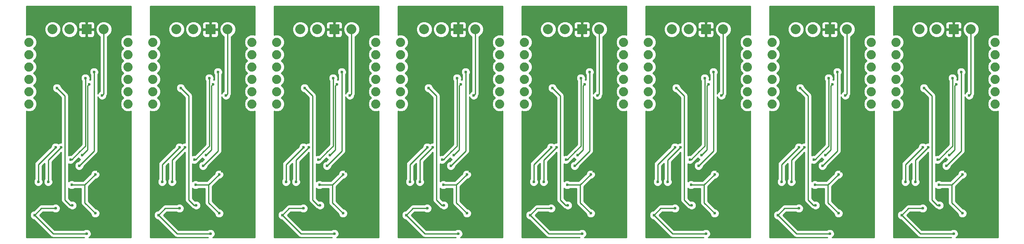
<source format=gbl>
G04 #@! TF.FileFunction,Copper,L2,Bot,Signal*
%FSLAX46Y46*%
G04 Gerber Fmt 4.6, Leading zero omitted, Abs format (unit mm)*
G04 Created by KiCad (PCBNEW 4.0.6) date 11/21/17 13:18:45*
%MOMM*%
%LPD*%
G01*
G04 APERTURE LIST*
%ADD10C,0.100000*%
%ADD11C,1.879600*%
%ADD12C,2.032000*%
%ADD13R,2.032000X2.032000*%
%ADD14C,0.600000*%
%ADD15C,0.250000*%
%ADD16C,0.254000*%
G04 APERTURE END LIST*
D10*
D11*
X252747551Y-73648689D03*
X252747551Y-76188689D03*
X252747551Y-78728689D03*
X252747551Y-81268689D03*
X252747551Y-83808689D03*
X252747551Y-86348689D03*
D12*
X237253551Y-70981689D03*
X240751131Y-70981689D03*
D13*
X244251251Y-70981689D03*
D12*
X247751371Y-70981689D03*
D11*
X232427551Y-86348689D03*
X232427551Y-83808689D03*
X232427551Y-81268689D03*
X232427551Y-78728689D03*
X232427551Y-76188689D03*
X232427551Y-73648689D03*
X207027551Y-86348689D03*
X207027551Y-83808689D03*
X207027551Y-81268689D03*
X207027551Y-78728689D03*
X207027551Y-76188689D03*
X207027551Y-73648689D03*
D12*
X211853551Y-70981689D03*
X215351131Y-70981689D03*
D13*
X218851251Y-70981689D03*
D12*
X222351371Y-70981689D03*
D11*
X227347551Y-73648689D03*
X227347551Y-76188689D03*
X227347551Y-78728689D03*
X227347551Y-81268689D03*
X227347551Y-83808689D03*
X227347551Y-86348689D03*
X181627551Y-86348689D03*
X181627551Y-83808689D03*
X181627551Y-81268689D03*
X181627551Y-78728689D03*
X181627551Y-76188689D03*
X181627551Y-73648689D03*
X201947551Y-73648689D03*
X201947551Y-76188689D03*
X201947551Y-78728689D03*
X201947551Y-81268689D03*
X201947551Y-83808689D03*
X201947551Y-86348689D03*
D12*
X186453551Y-70981689D03*
X189951131Y-70981689D03*
D13*
X193451251Y-70981689D03*
D12*
X196951371Y-70981689D03*
D11*
X176547551Y-73648689D03*
X176547551Y-76188689D03*
X176547551Y-78728689D03*
X176547551Y-81268689D03*
X176547551Y-83808689D03*
X176547551Y-86348689D03*
X151147551Y-73648689D03*
X151147551Y-76188689D03*
X151147551Y-78728689D03*
X151147551Y-81268689D03*
X151147551Y-83808689D03*
X151147551Y-86348689D03*
X125747551Y-73648689D03*
X125747551Y-76188689D03*
X125747551Y-78728689D03*
X125747551Y-81268689D03*
X125747551Y-83808689D03*
X125747551Y-86348689D03*
X100347551Y-73648689D03*
X100347551Y-76188689D03*
X100347551Y-78728689D03*
X100347551Y-81268689D03*
X100347551Y-83808689D03*
X100347551Y-86348689D03*
D12*
X161053551Y-70981689D03*
X164551131Y-70981689D03*
D13*
X168051251Y-70981689D03*
D12*
X171551371Y-70981689D03*
X135653551Y-70981689D03*
X139151131Y-70981689D03*
D13*
X142651251Y-70981689D03*
D12*
X146151371Y-70981689D03*
X110253551Y-70981689D03*
X113751131Y-70981689D03*
D13*
X117251251Y-70981689D03*
D12*
X120751371Y-70981689D03*
X84853551Y-70981689D03*
X88351131Y-70981689D03*
D13*
X91851251Y-70981689D03*
D12*
X95351371Y-70981689D03*
D11*
X156227551Y-86348689D03*
X156227551Y-83808689D03*
X156227551Y-81268689D03*
X156227551Y-78728689D03*
X156227551Y-76188689D03*
X156227551Y-73648689D03*
X130827551Y-86348689D03*
X130827551Y-83808689D03*
X130827551Y-81268689D03*
X130827551Y-78728689D03*
X130827551Y-76188689D03*
X130827551Y-73648689D03*
X105427551Y-86348689D03*
X105427551Y-83808689D03*
X105427551Y-81268689D03*
X105427551Y-78728689D03*
X105427551Y-76188689D03*
X105427551Y-73648689D03*
X80027551Y-86348689D03*
X80027551Y-83808689D03*
X80027551Y-81268689D03*
X80027551Y-78728689D03*
X80027551Y-76188689D03*
X80027551Y-73648689D03*
D12*
X59453551Y-70981689D03*
X62951131Y-70981689D03*
D13*
X66451251Y-70981689D03*
D12*
X69951371Y-70981689D03*
D11*
X54627551Y-86348689D03*
X54627551Y-83808689D03*
X54627551Y-81268689D03*
X54627551Y-78728689D03*
X54627551Y-76188689D03*
X54627551Y-73648689D03*
X74947551Y-73648689D03*
X74947551Y-76188689D03*
X74947551Y-78728689D03*
X74947551Y-81268689D03*
X74947551Y-83808689D03*
X74947551Y-86348689D03*
D14*
X232681551Y-91936689D03*
X250588551Y-110859689D03*
X246651551Y-100191689D03*
X246143551Y-102858689D03*
X225188551Y-110859689D03*
X220743551Y-102858689D03*
X221251551Y-100191689D03*
X207281551Y-91936689D03*
X199788551Y-110859689D03*
X195851551Y-100191689D03*
X195343551Y-102858689D03*
X181881551Y-91936689D03*
X156481551Y-91936689D03*
X131081551Y-91936689D03*
X105681551Y-91936689D03*
X80281551Y-91936689D03*
X174388551Y-110859689D03*
X148988551Y-110859689D03*
X123588551Y-110859689D03*
X98188551Y-110859689D03*
X170451551Y-100191689D03*
X145051551Y-100191689D03*
X119651551Y-100191689D03*
X94251551Y-100191689D03*
X169943551Y-102858689D03*
X144543551Y-102858689D03*
X119143551Y-102858689D03*
X93743551Y-102858689D03*
X72788551Y-110859689D03*
X68343551Y-102858689D03*
X54881551Y-91936689D03*
X68851551Y-100191689D03*
X238142551Y-83046689D03*
X241317551Y-107176689D03*
X215917551Y-107176689D03*
X212742551Y-83046689D03*
X190517551Y-107176689D03*
X187342551Y-83046689D03*
X161942551Y-83046689D03*
X136542551Y-83046689D03*
X111142551Y-83046689D03*
X85742551Y-83046689D03*
X165117551Y-107176689D03*
X139717551Y-107176689D03*
X114317551Y-107176689D03*
X88917551Y-107176689D03*
X63517551Y-107176689D03*
X60342551Y-83046689D03*
X233570551Y-109208689D03*
X237888551Y-107811689D03*
X244238551Y-113018689D03*
X218838551Y-113018689D03*
X212488551Y-107811689D03*
X208170551Y-109208689D03*
X182770551Y-109208689D03*
X193438551Y-113018689D03*
X187088551Y-107811689D03*
X161688551Y-107811689D03*
X136288551Y-107811689D03*
X110888551Y-107811689D03*
X85488551Y-107811689D03*
X157370551Y-109208689D03*
X131970551Y-109208689D03*
X106570551Y-109208689D03*
X81170551Y-109208689D03*
X168038551Y-113018689D03*
X142638551Y-113018689D03*
X117238551Y-113018689D03*
X91838551Y-113018689D03*
X66438551Y-113018689D03*
X60088551Y-107811689D03*
X55770551Y-109208689D03*
X241190551Y-102985689D03*
X246016551Y-100826689D03*
X246016551Y-108827689D03*
X215790551Y-102985689D03*
X220616551Y-100826689D03*
X220616551Y-108827689D03*
X195216551Y-108827689D03*
X195216551Y-100826689D03*
X190390551Y-102985689D03*
X164990551Y-102985689D03*
X139590551Y-102985689D03*
X114190551Y-102985689D03*
X88790551Y-102985689D03*
X169816551Y-108827689D03*
X144416551Y-108827689D03*
X119016551Y-108827689D03*
X93616551Y-108827689D03*
X169816551Y-100826689D03*
X144416551Y-100826689D03*
X119016551Y-100826689D03*
X93616551Y-100826689D03*
X68216551Y-108827689D03*
X68216551Y-100826689D03*
X63390551Y-102985689D03*
X237888551Y-95238689D03*
X234332551Y-102350689D03*
X212488551Y-95238689D03*
X208932551Y-102350689D03*
X183532551Y-102350689D03*
X187088551Y-95238689D03*
X158132551Y-102350689D03*
X132732551Y-102350689D03*
X107332551Y-102350689D03*
X81932551Y-102350689D03*
X161688551Y-95238689D03*
X136288551Y-95238689D03*
X110888551Y-95238689D03*
X85488551Y-95238689D03*
X60088551Y-95238689D03*
X56532551Y-102350689D03*
X239031551Y-95238689D03*
X236364551Y-102350689D03*
X213631551Y-95238689D03*
X210964551Y-102350689D03*
X185564551Y-102350689D03*
X188231551Y-95238689D03*
X160164551Y-102350689D03*
X134764551Y-102350689D03*
X109364551Y-102350689D03*
X83964551Y-102350689D03*
X162831551Y-95238689D03*
X137431551Y-95238689D03*
X112031551Y-95238689D03*
X86631551Y-95238689D03*
X61231551Y-95238689D03*
X58564551Y-102350689D03*
X243984551Y-81014689D03*
X240936551Y-97778689D03*
X215536551Y-97778689D03*
X218584551Y-81014689D03*
X190136551Y-97778689D03*
X193184551Y-81014689D03*
X167784551Y-81014689D03*
X142384551Y-81014689D03*
X116984551Y-81014689D03*
X91584551Y-81014689D03*
X164736551Y-97778689D03*
X139336551Y-97778689D03*
X113936551Y-97778689D03*
X88536551Y-97778689D03*
X66184551Y-81014689D03*
X63136551Y-97778689D03*
X244746551Y-82284689D03*
X243349551Y-96889689D03*
X217949551Y-96889689D03*
X219346551Y-82284689D03*
X192549551Y-96889689D03*
X193946551Y-82284689D03*
X168546551Y-82284689D03*
X143146551Y-82284689D03*
X117746551Y-82284689D03*
X92346551Y-82284689D03*
X167149551Y-96889689D03*
X141749551Y-96889689D03*
X116349551Y-96889689D03*
X90949551Y-96889689D03*
X66946551Y-82284689D03*
X65549551Y-96889689D03*
X245762551Y-79744689D03*
X242714551Y-99048689D03*
X217314551Y-99048689D03*
X220362551Y-79744689D03*
X191914551Y-99048689D03*
X194962551Y-79744689D03*
X169562551Y-79744689D03*
X144162551Y-79744689D03*
X118762551Y-79744689D03*
X93362551Y-79744689D03*
X166514551Y-99048689D03*
X141114551Y-99048689D03*
X115714551Y-99048689D03*
X90314551Y-99048689D03*
X67962551Y-79744689D03*
X64914551Y-99048689D03*
X247413551Y-84570689D03*
X222013551Y-84570689D03*
X196613551Y-84570689D03*
X171213551Y-84570689D03*
X145813551Y-84570689D03*
X120413551Y-84570689D03*
X95013551Y-84570689D03*
X69613551Y-84570689D03*
D15*
X246651551Y-100191689D02*
X246951550Y-99891690D01*
X247413551Y-100953689D02*
X246651551Y-100191689D01*
X246143551Y-102858689D02*
X246443550Y-102558690D01*
X246570550Y-102558690D02*
X247413551Y-101715689D01*
X247413551Y-101715689D02*
X247413551Y-100953689D01*
X246443550Y-102558690D02*
X246570550Y-102558690D01*
X221251551Y-100191689D02*
X221551550Y-99891690D01*
X222013551Y-100953689D02*
X221251551Y-100191689D01*
X221043550Y-102558690D02*
X221170550Y-102558690D01*
X222013551Y-101715689D02*
X222013551Y-100953689D01*
X221170550Y-102558690D02*
X222013551Y-101715689D01*
X220743551Y-102858689D02*
X221043550Y-102558690D01*
X195851551Y-100191689D02*
X196151550Y-99891690D01*
X196613551Y-101715689D02*
X196613551Y-100953689D01*
X196613551Y-100953689D02*
X195851551Y-100191689D01*
X195343551Y-102858689D02*
X195643550Y-102558690D01*
X195643550Y-102558690D02*
X195770550Y-102558690D01*
X195770550Y-102558690D02*
X196613551Y-101715689D01*
X170451551Y-100191689D02*
X170751550Y-99891690D01*
X145051551Y-100191689D02*
X145351550Y-99891690D01*
X119651551Y-100191689D02*
X119951550Y-99891690D01*
X94251551Y-100191689D02*
X94551550Y-99891690D01*
X170243550Y-102558690D02*
X170370550Y-102558690D01*
X144843550Y-102558690D02*
X144970550Y-102558690D01*
X119443550Y-102558690D02*
X119570550Y-102558690D01*
X94043550Y-102558690D02*
X94170550Y-102558690D01*
X171213551Y-100953689D02*
X170451551Y-100191689D01*
X145813551Y-100953689D02*
X145051551Y-100191689D01*
X120413551Y-100953689D02*
X119651551Y-100191689D01*
X95013551Y-100953689D02*
X94251551Y-100191689D01*
X171213551Y-101715689D02*
X171213551Y-100953689D01*
X145813551Y-101715689D02*
X145813551Y-100953689D01*
X120413551Y-101715689D02*
X120413551Y-100953689D01*
X95013551Y-101715689D02*
X95013551Y-100953689D01*
X170370550Y-102558690D02*
X171213551Y-101715689D01*
X144970550Y-102558690D02*
X145813551Y-101715689D01*
X119570550Y-102558690D02*
X120413551Y-101715689D01*
X94170550Y-102558690D02*
X95013551Y-101715689D01*
X169943551Y-102858689D02*
X170243550Y-102558690D01*
X144543551Y-102858689D02*
X144843550Y-102558690D01*
X119143551Y-102858689D02*
X119443550Y-102558690D01*
X93743551Y-102858689D02*
X94043550Y-102558690D01*
X68851551Y-100191689D02*
X69151550Y-99891690D01*
X68643550Y-102558690D02*
X68770550Y-102558690D01*
X68343551Y-102858689D02*
X68643550Y-102558690D01*
X69613551Y-101715689D02*
X69613551Y-100953689D01*
X68770550Y-102558690D02*
X69613551Y-101715689D01*
X69613551Y-100953689D02*
X68851551Y-100191689D01*
X240893287Y-107176689D02*
X239793551Y-106076953D01*
X241317551Y-107176689D02*
X240893287Y-107176689D01*
X239793551Y-106076953D02*
X239793551Y-84697689D01*
X239793551Y-84697689D02*
X238142551Y-83046689D01*
X214393551Y-84697689D02*
X212742551Y-83046689D01*
X215493287Y-107176689D02*
X214393551Y-106076953D01*
X214393551Y-106076953D02*
X214393551Y-84697689D01*
X215917551Y-107176689D02*
X215493287Y-107176689D01*
X190517551Y-107176689D02*
X190093287Y-107176689D01*
X188993551Y-106076953D02*
X188993551Y-84697689D01*
X188993551Y-84697689D02*
X187342551Y-83046689D01*
X190093287Y-107176689D02*
X188993551Y-106076953D01*
X163593551Y-106076953D02*
X163593551Y-84697689D01*
X138193551Y-106076953D02*
X138193551Y-84697689D01*
X112793551Y-106076953D02*
X112793551Y-84697689D01*
X87393551Y-106076953D02*
X87393551Y-84697689D01*
X163593551Y-84697689D02*
X161942551Y-83046689D01*
X138193551Y-84697689D02*
X136542551Y-83046689D01*
X112793551Y-84697689D02*
X111142551Y-83046689D01*
X87393551Y-84697689D02*
X85742551Y-83046689D01*
X164693287Y-107176689D02*
X163593551Y-106076953D01*
X139293287Y-107176689D02*
X138193551Y-106076953D01*
X113893287Y-107176689D02*
X112793551Y-106076953D01*
X88493287Y-107176689D02*
X87393551Y-106076953D01*
X165117551Y-107176689D02*
X164693287Y-107176689D01*
X139717551Y-107176689D02*
X139293287Y-107176689D01*
X114317551Y-107176689D02*
X113893287Y-107176689D01*
X88917551Y-107176689D02*
X88493287Y-107176689D01*
X61993551Y-106076953D02*
X61993551Y-84697689D01*
X63517551Y-107176689D02*
X63093287Y-107176689D01*
X61993551Y-84697689D02*
X60342551Y-83046689D01*
X63093287Y-107176689D02*
X61993551Y-106076953D01*
X244238551Y-113018689D02*
X237380551Y-113018689D01*
X237888551Y-107811689D02*
X234967551Y-107811689D01*
X237380551Y-113018689D02*
X233570551Y-109208689D01*
X234967551Y-107811689D02*
X233570551Y-109208689D01*
X209567551Y-107811689D02*
X208170551Y-109208689D01*
X218838551Y-113018689D02*
X211980551Y-113018689D01*
X211980551Y-113018689D02*
X208170551Y-109208689D01*
X212488551Y-107811689D02*
X209567551Y-107811689D01*
X187088551Y-107811689D02*
X184167551Y-107811689D01*
X184167551Y-107811689D02*
X182770551Y-109208689D01*
X186580551Y-113018689D02*
X182770551Y-109208689D01*
X193438551Y-113018689D02*
X186580551Y-113018689D01*
X168038551Y-113018689D02*
X161180551Y-113018689D01*
X142638551Y-113018689D02*
X135780551Y-113018689D01*
X117238551Y-113018689D02*
X110380551Y-113018689D01*
X91838551Y-113018689D02*
X84980551Y-113018689D01*
X161180551Y-113018689D02*
X157370551Y-109208689D01*
X135780551Y-113018689D02*
X131970551Y-109208689D01*
X110380551Y-113018689D02*
X106570551Y-109208689D01*
X84980551Y-113018689D02*
X81170551Y-109208689D01*
X158767551Y-107811689D02*
X157370551Y-109208689D01*
X133367551Y-107811689D02*
X131970551Y-109208689D01*
X107967551Y-107811689D02*
X106570551Y-109208689D01*
X82567551Y-107811689D02*
X81170551Y-109208689D01*
X161688551Y-107811689D02*
X158767551Y-107811689D01*
X136288551Y-107811689D02*
X133367551Y-107811689D01*
X110888551Y-107811689D02*
X107967551Y-107811689D01*
X85488551Y-107811689D02*
X82567551Y-107811689D01*
X60088551Y-107811689D02*
X57167551Y-107811689D01*
X57167551Y-107811689D02*
X55770551Y-109208689D01*
X66438551Y-113018689D02*
X59580551Y-113018689D01*
X59580551Y-113018689D02*
X55770551Y-109208689D01*
X243857551Y-106668689D02*
X243857551Y-102985689D01*
X246016551Y-108827689D02*
X243857551Y-106668689D01*
X246016551Y-100826689D02*
X243857551Y-102985689D01*
X243857551Y-102985689D02*
X241190551Y-102985689D01*
X218457551Y-102985689D02*
X215790551Y-102985689D01*
X220616551Y-100826689D02*
X218457551Y-102985689D01*
X218457551Y-106668689D02*
X218457551Y-102985689D01*
X220616551Y-108827689D02*
X218457551Y-106668689D01*
X195216551Y-108827689D02*
X193057551Y-106668689D01*
X195216551Y-100826689D02*
X193057551Y-102985689D01*
X193057551Y-102985689D02*
X190390551Y-102985689D01*
X193057551Y-106668689D02*
X193057551Y-102985689D01*
X167657551Y-102985689D02*
X164990551Y-102985689D01*
X142257551Y-102985689D02*
X139590551Y-102985689D01*
X116857551Y-102985689D02*
X114190551Y-102985689D01*
X91457551Y-102985689D02*
X88790551Y-102985689D01*
X167657551Y-106668689D02*
X167657551Y-102985689D01*
X142257551Y-106668689D02*
X142257551Y-102985689D01*
X116857551Y-106668689D02*
X116857551Y-102985689D01*
X91457551Y-106668689D02*
X91457551Y-102985689D01*
X169816551Y-108827689D02*
X167657551Y-106668689D01*
X144416551Y-108827689D02*
X142257551Y-106668689D01*
X119016551Y-108827689D02*
X116857551Y-106668689D01*
X93616551Y-108827689D02*
X91457551Y-106668689D01*
X169816551Y-100826689D02*
X167657551Y-102985689D01*
X144416551Y-100826689D02*
X142257551Y-102985689D01*
X119016551Y-100826689D02*
X116857551Y-102985689D01*
X93616551Y-100826689D02*
X91457551Y-102985689D01*
X66057551Y-102985689D02*
X63390551Y-102985689D01*
X68216551Y-100826689D02*
X66057551Y-102985689D01*
X68216551Y-108827689D02*
X66057551Y-106668689D01*
X66057551Y-106668689D02*
X66057551Y-102985689D01*
X234332551Y-98794689D02*
X237888551Y-95238689D01*
X234332551Y-102350689D02*
X234332551Y-98794689D01*
X208932551Y-102350689D02*
X208932551Y-98794689D01*
X208932551Y-98794689D02*
X212488551Y-95238689D01*
X183532551Y-102350689D02*
X183532551Y-98794689D01*
X183532551Y-98794689D02*
X187088551Y-95238689D01*
X158132551Y-102350689D02*
X158132551Y-98794689D01*
X132732551Y-102350689D02*
X132732551Y-98794689D01*
X107332551Y-102350689D02*
X107332551Y-98794689D01*
X81932551Y-102350689D02*
X81932551Y-98794689D01*
X158132551Y-98794689D02*
X161688551Y-95238689D01*
X132732551Y-98794689D02*
X136288551Y-95238689D01*
X107332551Y-98794689D02*
X110888551Y-95238689D01*
X81932551Y-98794689D02*
X85488551Y-95238689D01*
X56532551Y-98794689D02*
X60088551Y-95238689D01*
X56532551Y-102350689D02*
X56532551Y-98794689D01*
X236364551Y-102350689D02*
X236364551Y-97905689D01*
X236364551Y-97905689D02*
X239031551Y-95238689D01*
X210964551Y-97905689D02*
X213631551Y-95238689D01*
X210964551Y-102350689D02*
X210964551Y-97905689D01*
X185564551Y-102350689D02*
X185564551Y-97905689D01*
X185564551Y-97905689D02*
X188231551Y-95238689D01*
X160164551Y-102350689D02*
X160164551Y-97905689D01*
X134764551Y-102350689D02*
X134764551Y-97905689D01*
X109364551Y-102350689D02*
X109364551Y-97905689D01*
X83964551Y-102350689D02*
X83964551Y-97905689D01*
X160164551Y-97905689D02*
X162831551Y-95238689D01*
X134764551Y-97905689D02*
X137431551Y-95238689D01*
X109364551Y-97905689D02*
X112031551Y-95238689D01*
X83964551Y-97905689D02*
X86631551Y-95238689D01*
X58564551Y-97905689D02*
X61231551Y-95238689D01*
X58564551Y-102350689D02*
X58564551Y-97905689D01*
X243984551Y-94984689D02*
X242841551Y-96127689D01*
X242841551Y-96127689D02*
X241190551Y-97778689D01*
X243984551Y-81014689D02*
X243984551Y-94984689D01*
X241190551Y-97778689D02*
X240936551Y-97778689D01*
X217441551Y-96127689D02*
X215790551Y-97778689D01*
X218584551Y-81014689D02*
X218584551Y-94984689D01*
X215790551Y-97778689D02*
X215536551Y-97778689D01*
X218584551Y-94984689D02*
X217441551Y-96127689D01*
X193184551Y-81014689D02*
X193184551Y-94984689D01*
X193184551Y-94984689D02*
X192041551Y-96127689D01*
X190390551Y-97778689D02*
X190136551Y-97778689D01*
X192041551Y-96127689D02*
X190390551Y-97778689D01*
X167784551Y-81014689D02*
X167784551Y-94984689D01*
X142384551Y-81014689D02*
X142384551Y-94984689D01*
X116984551Y-81014689D02*
X116984551Y-94984689D01*
X91584551Y-81014689D02*
X91584551Y-94984689D01*
X166641551Y-96127689D02*
X164990551Y-97778689D01*
X141241551Y-96127689D02*
X139590551Y-97778689D01*
X115841551Y-96127689D02*
X114190551Y-97778689D01*
X90441551Y-96127689D02*
X88790551Y-97778689D01*
X164990551Y-97778689D02*
X164736551Y-97778689D01*
X139590551Y-97778689D02*
X139336551Y-97778689D01*
X114190551Y-97778689D02*
X113936551Y-97778689D01*
X88790551Y-97778689D02*
X88536551Y-97778689D01*
X167784551Y-94984689D02*
X166641551Y-96127689D01*
X142384551Y-94984689D02*
X141241551Y-96127689D01*
X116984551Y-94984689D02*
X115841551Y-96127689D01*
X91584551Y-94984689D02*
X90441551Y-96127689D01*
X66184551Y-94984689D02*
X65041551Y-96127689D01*
X63390551Y-97778689D02*
X63136551Y-97778689D01*
X65041551Y-96127689D02*
X63390551Y-97778689D01*
X66184551Y-81014689D02*
X66184551Y-94984689D01*
X244446552Y-95792688D02*
X243349551Y-96889689D01*
X244446552Y-95411688D02*
X244446552Y-95792688D01*
X244446552Y-82584688D02*
X244446552Y-95411688D01*
X244746551Y-82284689D02*
X244446552Y-82584688D01*
X219346551Y-82284689D02*
X219046552Y-82584688D01*
X219046552Y-82584688D02*
X219046552Y-95411688D01*
X219046552Y-95411688D02*
X219046552Y-95792688D01*
X219046552Y-95792688D02*
X217949551Y-96889689D01*
X193946551Y-82284689D02*
X193646552Y-82584688D01*
X193646552Y-82584688D02*
X193646552Y-95411688D01*
X193646552Y-95792688D02*
X192549551Y-96889689D01*
X193646552Y-95411688D02*
X193646552Y-95792688D01*
X168246552Y-82584688D02*
X168246552Y-95411688D01*
X142846552Y-82584688D02*
X142846552Y-95411688D01*
X117446552Y-82584688D02*
X117446552Y-95411688D01*
X92046552Y-82584688D02*
X92046552Y-95411688D01*
X168246552Y-95411688D02*
X168246552Y-95792688D01*
X142846552Y-95411688D02*
X142846552Y-95792688D01*
X117446552Y-95411688D02*
X117446552Y-95792688D01*
X92046552Y-95411688D02*
X92046552Y-95792688D01*
X168546551Y-82284689D02*
X168246552Y-82584688D01*
X143146551Y-82284689D02*
X142846552Y-82584688D01*
X117746551Y-82284689D02*
X117446552Y-82584688D01*
X92346551Y-82284689D02*
X92046552Y-82584688D01*
X168246552Y-95792688D02*
X167149551Y-96889689D01*
X142846552Y-95792688D02*
X141749551Y-96889689D01*
X117446552Y-95792688D02*
X116349551Y-96889689D01*
X92046552Y-95792688D02*
X90949551Y-96889689D01*
X66646552Y-95411688D02*
X66646552Y-95792688D01*
X66646552Y-95792688D02*
X65549551Y-96889689D01*
X66646552Y-82584688D02*
X66646552Y-95411688D01*
X66946551Y-82284689D02*
X66646552Y-82584688D01*
X245762551Y-96000689D02*
X242714551Y-99048689D01*
X245762551Y-79744689D02*
X245762551Y-96000689D01*
X220362551Y-96000689D02*
X217314551Y-99048689D01*
X220362551Y-79744689D02*
X220362551Y-96000689D01*
X194962551Y-96000689D02*
X191914551Y-99048689D01*
X194962551Y-79744689D02*
X194962551Y-96000689D01*
X169562551Y-79744689D02*
X169562551Y-96000689D01*
X144162551Y-79744689D02*
X144162551Y-96000689D01*
X118762551Y-79744689D02*
X118762551Y-96000689D01*
X93362551Y-79744689D02*
X93362551Y-96000689D01*
X169562551Y-96000689D02*
X166514551Y-99048689D01*
X144162551Y-96000689D02*
X141114551Y-99048689D01*
X118762551Y-96000689D02*
X115714551Y-99048689D01*
X93362551Y-96000689D02*
X90314551Y-99048689D01*
X67962551Y-79744689D02*
X67962551Y-96000689D01*
X67962551Y-96000689D02*
X64914551Y-99048689D01*
X247751371Y-84232869D02*
X247751371Y-70981689D01*
X247413551Y-84570689D02*
X247751371Y-84232869D01*
X222351371Y-84232869D02*
X222351371Y-70981689D01*
X222013551Y-84570689D02*
X222351371Y-84232869D01*
X196951371Y-84232869D02*
X196951371Y-70981689D01*
X196613551Y-84570689D02*
X196951371Y-84232869D01*
X171213551Y-84570689D02*
X171551371Y-84232869D01*
X145813551Y-84570689D02*
X146151371Y-84232869D01*
X120413551Y-84570689D02*
X120751371Y-84232869D01*
X95013551Y-84570689D02*
X95351371Y-84232869D01*
X171551371Y-84232869D02*
X171551371Y-70981689D01*
X146151371Y-84232869D02*
X146151371Y-70981689D01*
X120751371Y-84232869D02*
X120751371Y-70981689D01*
X95351371Y-84232869D02*
X95351371Y-70981689D01*
X69613551Y-84570689D02*
X69951371Y-84232869D01*
X69951371Y-84232869D02*
X69951371Y-70981689D01*
D16*
G36*
X75507551Y-72176053D02*
X75262172Y-72074163D01*
X74635678Y-72073616D01*
X74056664Y-72312860D01*
X73613279Y-72755472D01*
X73373025Y-73334068D01*
X73372478Y-73960562D01*
X73611722Y-74539576D01*
X73990447Y-74918962D01*
X73613279Y-75295472D01*
X73373025Y-75874068D01*
X73372478Y-76500562D01*
X73611722Y-77079576D01*
X73990447Y-77458962D01*
X73613279Y-77835472D01*
X73373025Y-78414068D01*
X73372478Y-79040562D01*
X73611722Y-79619576D01*
X73990447Y-79998962D01*
X73613279Y-80375472D01*
X73373025Y-80954068D01*
X73372478Y-81580562D01*
X73611722Y-82159576D01*
X73990447Y-82538962D01*
X73613279Y-82915472D01*
X73373025Y-83494068D01*
X73372478Y-84120562D01*
X73611722Y-84699576D01*
X73990447Y-85078962D01*
X73613279Y-85455472D01*
X73373025Y-86034068D01*
X73372478Y-86660562D01*
X73611722Y-87239576D01*
X74054334Y-87682961D01*
X74632930Y-87923215D01*
X75259424Y-87923762D01*
X75507551Y-87821238D01*
X75507551Y-113832689D01*
X66916953Y-113832689D01*
X66967494Y-113811806D01*
X67230743Y-113549016D01*
X67373389Y-113205488D01*
X67373713Y-112833522D01*
X67231668Y-112489746D01*
X66968878Y-112226497D01*
X66625350Y-112083851D01*
X66253384Y-112083527D01*
X65909608Y-112225572D01*
X65876433Y-112258689D01*
X59895353Y-112258689D01*
X56845353Y-109208689D01*
X57482353Y-108571689D01*
X59526088Y-108571689D01*
X59558224Y-108603881D01*
X59901752Y-108746527D01*
X60273718Y-108746851D01*
X60617494Y-108604806D01*
X60880743Y-108342016D01*
X61023389Y-107998488D01*
X61023713Y-107626522D01*
X60881668Y-107282746D01*
X60618878Y-107019497D01*
X60275350Y-106876851D01*
X59903384Y-106876527D01*
X59559608Y-107018572D01*
X59526433Y-107051689D01*
X57167551Y-107051689D01*
X56876711Y-107109541D01*
X56630150Y-107274288D01*
X55630871Y-108273567D01*
X55585384Y-108273527D01*
X55241608Y-108415572D01*
X54978359Y-108678362D01*
X54835713Y-109021890D01*
X54835389Y-109393856D01*
X54977434Y-109737632D01*
X55240224Y-110000881D01*
X55583752Y-110143527D01*
X55630628Y-110143568D01*
X59043150Y-113556090D01*
X59289712Y-113720837D01*
X59580551Y-113778689D01*
X65876088Y-113778689D01*
X65908224Y-113810881D01*
X65960743Y-113832689D01*
X54067551Y-113832689D01*
X54067551Y-102535856D01*
X55597389Y-102535856D01*
X55739434Y-102879632D01*
X56002224Y-103142881D01*
X56345752Y-103285527D01*
X56717718Y-103285851D01*
X57061494Y-103143806D01*
X57324743Y-102881016D01*
X57467389Y-102537488D01*
X57467713Y-102165522D01*
X57325668Y-101821746D01*
X57292551Y-101788571D01*
X57292551Y-99109491D01*
X57804551Y-98597491D01*
X57804551Y-101788226D01*
X57772359Y-101820362D01*
X57629713Y-102163890D01*
X57629389Y-102535856D01*
X57771434Y-102879632D01*
X58034224Y-103142881D01*
X58377752Y-103285527D01*
X58749718Y-103285851D01*
X59093494Y-103143806D01*
X59356743Y-102881016D01*
X59499389Y-102537488D01*
X59499713Y-102165522D01*
X59357668Y-101821746D01*
X59324551Y-101788571D01*
X59324551Y-98220491D01*
X61233551Y-96311491D01*
X61233551Y-106076953D01*
X61291403Y-106367792D01*
X61456150Y-106614354D01*
X62555886Y-107714090D01*
X62802448Y-107878837D01*
X62920847Y-107902388D01*
X62987224Y-107968881D01*
X63330752Y-108111527D01*
X63702718Y-108111851D01*
X64046494Y-107969806D01*
X64309743Y-107707016D01*
X64452389Y-107363488D01*
X64452713Y-106991522D01*
X64310668Y-106647746D01*
X64047878Y-106384497D01*
X63704350Y-106241851D01*
X63332384Y-106241527D01*
X63262006Y-106270606D01*
X62753551Y-105762151D01*
X62753551Y-103671022D01*
X62860224Y-103777881D01*
X63203752Y-103920527D01*
X63575718Y-103920851D01*
X63919494Y-103778806D01*
X63952669Y-103745689D01*
X65297551Y-103745689D01*
X65297551Y-106668689D01*
X65355403Y-106959528D01*
X65520150Y-107206090D01*
X67281429Y-108967369D01*
X67281389Y-109012856D01*
X67423434Y-109356632D01*
X67686224Y-109619881D01*
X68029752Y-109762527D01*
X68401718Y-109762851D01*
X68745494Y-109620806D01*
X69008743Y-109358016D01*
X69151389Y-109014488D01*
X69151713Y-108642522D01*
X69009668Y-108298746D01*
X68746878Y-108035497D01*
X68403350Y-107892851D01*
X68356474Y-107892810D01*
X66817551Y-106353887D01*
X66817551Y-103300491D01*
X68356231Y-101761811D01*
X68401718Y-101761851D01*
X68745494Y-101619806D01*
X69008743Y-101357016D01*
X69151389Y-101013488D01*
X69151713Y-100641522D01*
X69009668Y-100297746D01*
X68746878Y-100034497D01*
X68403350Y-99891851D01*
X68031384Y-99891527D01*
X67687608Y-100033572D01*
X67424359Y-100296362D01*
X67281713Y-100639890D01*
X67281672Y-100686766D01*
X65742749Y-102225689D01*
X63953014Y-102225689D01*
X63920878Y-102193497D01*
X63577350Y-102050851D01*
X63205384Y-102050527D01*
X62861608Y-102192572D01*
X62753551Y-102300441D01*
X62753551Y-98632057D01*
X62949752Y-98713527D01*
X63321718Y-98713851D01*
X63665494Y-98571806D01*
X63908913Y-98328811D01*
X63927952Y-98316090D01*
X64790892Y-97453150D01*
X65019224Y-97681881D01*
X65151593Y-97736845D01*
X64774871Y-98113567D01*
X64729384Y-98113527D01*
X64385608Y-98255572D01*
X64122359Y-98518362D01*
X63979713Y-98861890D01*
X63979389Y-99233856D01*
X64121434Y-99577632D01*
X64384224Y-99840881D01*
X64727752Y-99983527D01*
X65099718Y-99983851D01*
X65443494Y-99841806D01*
X65706743Y-99579016D01*
X65849389Y-99235488D01*
X65849430Y-99188612D01*
X68499952Y-96538090D01*
X68664699Y-96291528D01*
X68722551Y-96000689D01*
X68722551Y-84862736D01*
X68820434Y-85099632D01*
X69083224Y-85362881D01*
X69426752Y-85505527D01*
X69798718Y-85505851D01*
X70142494Y-85363806D01*
X70405743Y-85101016D01*
X70548389Y-84757488D01*
X70548456Y-84680947D01*
X70653519Y-84523708D01*
X70711371Y-84232869D01*
X70711371Y-72454048D01*
X70885366Y-72382155D01*
X71350205Y-71918126D01*
X71602084Y-71311534D01*
X71602657Y-70654726D01*
X71351837Y-70047694D01*
X70887808Y-69582855D01*
X70281216Y-69330976D01*
X69624408Y-69330403D01*
X69017376Y-69581223D01*
X68552537Y-70045252D01*
X68300658Y-70651844D01*
X68300085Y-71308652D01*
X68550905Y-71915684D01*
X69014934Y-72380523D01*
X69191371Y-72453786D01*
X69191371Y-83733459D01*
X69084608Y-83777572D01*
X68821359Y-84040362D01*
X68722551Y-84278317D01*
X68722551Y-80307152D01*
X68754743Y-80275016D01*
X68897389Y-79931488D01*
X68897713Y-79559522D01*
X68755668Y-79215746D01*
X68492878Y-78952497D01*
X68149350Y-78809851D01*
X67777384Y-78809527D01*
X67433608Y-78951572D01*
X67170359Y-79214362D01*
X67027713Y-79557890D01*
X67027389Y-79929856D01*
X67169434Y-80273632D01*
X67202551Y-80306807D01*
X67202551Y-81378586D01*
X67133350Y-81349851D01*
X67057810Y-81349785D01*
X67119389Y-81201488D01*
X67119713Y-80829522D01*
X66977668Y-80485746D01*
X66714878Y-80222497D01*
X66371350Y-80079851D01*
X65999384Y-80079527D01*
X65655608Y-80221572D01*
X65392359Y-80484362D01*
X65249713Y-80827890D01*
X65249389Y-81199856D01*
X65391434Y-81543632D01*
X65424551Y-81576807D01*
X65424551Y-94669887D01*
X63250650Y-96843788D01*
X62951384Y-96843527D01*
X62753551Y-96925270D01*
X62753551Y-84697689D01*
X62695699Y-84406850D01*
X62530952Y-84160288D01*
X61277673Y-82907009D01*
X61277713Y-82861522D01*
X61135668Y-82517746D01*
X60872878Y-82254497D01*
X60529350Y-82111851D01*
X60157384Y-82111527D01*
X59813608Y-82253572D01*
X59550359Y-82516362D01*
X59407713Y-82859890D01*
X59407389Y-83231856D01*
X59549434Y-83575632D01*
X59812224Y-83838881D01*
X60155752Y-83981527D01*
X60202628Y-83981568D01*
X61233551Y-85012491D01*
X61233551Y-94303690D01*
X61046384Y-94303527D01*
X60702608Y-94445572D01*
X60660207Y-94487899D01*
X60618878Y-94446497D01*
X60275350Y-94303851D01*
X59903384Y-94303527D01*
X59559608Y-94445572D01*
X59296359Y-94708362D01*
X59153713Y-95051890D01*
X59153672Y-95098766D01*
X55995150Y-98257288D01*
X55830403Y-98503850D01*
X55772551Y-98794689D01*
X55772551Y-101788226D01*
X55740359Y-101820362D01*
X55597713Y-102163890D01*
X55597389Y-102535856D01*
X54067551Y-102535856D01*
X54067551Y-87821325D01*
X54312930Y-87923215D01*
X54939424Y-87923762D01*
X55518438Y-87684518D01*
X55961823Y-87241906D01*
X56202077Y-86663310D01*
X56202624Y-86036816D01*
X55963380Y-85457802D01*
X55584655Y-85078416D01*
X55961823Y-84701906D01*
X56202077Y-84123310D01*
X56202624Y-83496816D01*
X55963380Y-82917802D01*
X55584655Y-82538416D01*
X55961823Y-82161906D01*
X56202077Y-81583310D01*
X56202624Y-80956816D01*
X55963380Y-80377802D01*
X55584655Y-79998416D01*
X55961823Y-79621906D01*
X56202077Y-79043310D01*
X56202624Y-78416816D01*
X55963380Y-77837802D01*
X55584655Y-77458416D01*
X55961823Y-77081906D01*
X56202077Y-76503310D01*
X56202624Y-75876816D01*
X55963380Y-75297802D01*
X55584655Y-74918416D01*
X55961823Y-74541906D01*
X56202077Y-73963310D01*
X56202624Y-73336816D01*
X55963380Y-72757802D01*
X55520768Y-72314417D01*
X54942172Y-72074163D01*
X54315678Y-72073616D01*
X54067551Y-72176140D01*
X54067551Y-71308652D01*
X57802265Y-71308652D01*
X58053085Y-71915684D01*
X58517114Y-72380523D01*
X59123706Y-72632402D01*
X59780514Y-72632975D01*
X60387546Y-72382155D01*
X60852385Y-71918126D01*
X61104264Y-71311534D01*
X61104266Y-71308652D01*
X61299845Y-71308652D01*
X61550665Y-71915684D01*
X62014694Y-72380523D01*
X62621286Y-72632402D01*
X63278094Y-72632975D01*
X63885126Y-72382155D01*
X64349965Y-71918126D01*
X64601844Y-71311534D01*
X64601882Y-71267439D01*
X64800251Y-71267439D01*
X64800251Y-72123999D01*
X64896924Y-72357388D01*
X65075553Y-72536016D01*
X65308942Y-72632689D01*
X66165501Y-72632689D01*
X66324251Y-72473939D01*
X66324251Y-71108689D01*
X66578251Y-71108689D01*
X66578251Y-72473939D01*
X66737001Y-72632689D01*
X67593560Y-72632689D01*
X67826949Y-72536016D01*
X68005578Y-72357388D01*
X68102251Y-72123999D01*
X68102251Y-71267439D01*
X67943501Y-71108689D01*
X66578251Y-71108689D01*
X66324251Y-71108689D01*
X64959001Y-71108689D01*
X64800251Y-71267439D01*
X64601882Y-71267439D01*
X64602417Y-70654726D01*
X64351597Y-70047694D01*
X64143645Y-69839379D01*
X64800251Y-69839379D01*
X64800251Y-70695939D01*
X64959001Y-70854689D01*
X66324251Y-70854689D01*
X66324251Y-69489439D01*
X66578251Y-69489439D01*
X66578251Y-70854689D01*
X67943501Y-70854689D01*
X68102251Y-70695939D01*
X68102251Y-69839379D01*
X68005578Y-69605990D01*
X67826949Y-69427362D01*
X67593560Y-69330689D01*
X66737001Y-69330689D01*
X66578251Y-69489439D01*
X66324251Y-69489439D01*
X66165501Y-69330689D01*
X65308942Y-69330689D01*
X65075553Y-69427362D01*
X64896924Y-69605990D01*
X64800251Y-69839379D01*
X64143645Y-69839379D01*
X63887568Y-69582855D01*
X63280976Y-69330976D01*
X62624168Y-69330403D01*
X62017136Y-69581223D01*
X61552297Y-70045252D01*
X61300418Y-70651844D01*
X61299845Y-71308652D01*
X61104266Y-71308652D01*
X61104837Y-70654726D01*
X60854017Y-70047694D01*
X60389988Y-69582855D01*
X59783396Y-69330976D01*
X59126588Y-69330403D01*
X58519556Y-69581223D01*
X58054717Y-70045252D01*
X57802838Y-70651844D01*
X57802265Y-71308652D01*
X54067551Y-71308652D01*
X54067551Y-66230689D01*
X75507551Y-66230689D01*
X75507551Y-72176053D01*
X75507551Y-72176053D01*
G37*
X75507551Y-72176053D02*
X75262172Y-72074163D01*
X74635678Y-72073616D01*
X74056664Y-72312860D01*
X73613279Y-72755472D01*
X73373025Y-73334068D01*
X73372478Y-73960562D01*
X73611722Y-74539576D01*
X73990447Y-74918962D01*
X73613279Y-75295472D01*
X73373025Y-75874068D01*
X73372478Y-76500562D01*
X73611722Y-77079576D01*
X73990447Y-77458962D01*
X73613279Y-77835472D01*
X73373025Y-78414068D01*
X73372478Y-79040562D01*
X73611722Y-79619576D01*
X73990447Y-79998962D01*
X73613279Y-80375472D01*
X73373025Y-80954068D01*
X73372478Y-81580562D01*
X73611722Y-82159576D01*
X73990447Y-82538962D01*
X73613279Y-82915472D01*
X73373025Y-83494068D01*
X73372478Y-84120562D01*
X73611722Y-84699576D01*
X73990447Y-85078962D01*
X73613279Y-85455472D01*
X73373025Y-86034068D01*
X73372478Y-86660562D01*
X73611722Y-87239576D01*
X74054334Y-87682961D01*
X74632930Y-87923215D01*
X75259424Y-87923762D01*
X75507551Y-87821238D01*
X75507551Y-113832689D01*
X66916953Y-113832689D01*
X66967494Y-113811806D01*
X67230743Y-113549016D01*
X67373389Y-113205488D01*
X67373713Y-112833522D01*
X67231668Y-112489746D01*
X66968878Y-112226497D01*
X66625350Y-112083851D01*
X66253384Y-112083527D01*
X65909608Y-112225572D01*
X65876433Y-112258689D01*
X59895353Y-112258689D01*
X56845353Y-109208689D01*
X57482353Y-108571689D01*
X59526088Y-108571689D01*
X59558224Y-108603881D01*
X59901752Y-108746527D01*
X60273718Y-108746851D01*
X60617494Y-108604806D01*
X60880743Y-108342016D01*
X61023389Y-107998488D01*
X61023713Y-107626522D01*
X60881668Y-107282746D01*
X60618878Y-107019497D01*
X60275350Y-106876851D01*
X59903384Y-106876527D01*
X59559608Y-107018572D01*
X59526433Y-107051689D01*
X57167551Y-107051689D01*
X56876711Y-107109541D01*
X56630150Y-107274288D01*
X55630871Y-108273567D01*
X55585384Y-108273527D01*
X55241608Y-108415572D01*
X54978359Y-108678362D01*
X54835713Y-109021890D01*
X54835389Y-109393856D01*
X54977434Y-109737632D01*
X55240224Y-110000881D01*
X55583752Y-110143527D01*
X55630628Y-110143568D01*
X59043150Y-113556090D01*
X59289712Y-113720837D01*
X59580551Y-113778689D01*
X65876088Y-113778689D01*
X65908224Y-113810881D01*
X65960743Y-113832689D01*
X54067551Y-113832689D01*
X54067551Y-102535856D01*
X55597389Y-102535856D01*
X55739434Y-102879632D01*
X56002224Y-103142881D01*
X56345752Y-103285527D01*
X56717718Y-103285851D01*
X57061494Y-103143806D01*
X57324743Y-102881016D01*
X57467389Y-102537488D01*
X57467713Y-102165522D01*
X57325668Y-101821746D01*
X57292551Y-101788571D01*
X57292551Y-99109491D01*
X57804551Y-98597491D01*
X57804551Y-101788226D01*
X57772359Y-101820362D01*
X57629713Y-102163890D01*
X57629389Y-102535856D01*
X57771434Y-102879632D01*
X58034224Y-103142881D01*
X58377752Y-103285527D01*
X58749718Y-103285851D01*
X59093494Y-103143806D01*
X59356743Y-102881016D01*
X59499389Y-102537488D01*
X59499713Y-102165522D01*
X59357668Y-101821746D01*
X59324551Y-101788571D01*
X59324551Y-98220491D01*
X61233551Y-96311491D01*
X61233551Y-106076953D01*
X61291403Y-106367792D01*
X61456150Y-106614354D01*
X62555886Y-107714090D01*
X62802448Y-107878837D01*
X62920847Y-107902388D01*
X62987224Y-107968881D01*
X63330752Y-108111527D01*
X63702718Y-108111851D01*
X64046494Y-107969806D01*
X64309743Y-107707016D01*
X64452389Y-107363488D01*
X64452713Y-106991522D01*
X64310668Y-106647746D01*
X64047878Y-106384497D01*
X63704350Y-106241851D01*
X63332384Y-106241527D01*
X63262006Y-106270606D01*
X62753551Y-105762151D01*
X62753551Y-103671022D01*
X62860224Y-103777881D01*
X63203752Y-103920527D01*
X63575718Y-103920851D01*
X63919494Y-103778806D01*
X63952669Y-103745689D01*
X65297551Y-103745689D01*
X65297551Y-106668689D01*
X65355403Y-106959528D01*
X65520150Y-107206090D01*
X67281429Y-108967369D01*
X67281389Y-109012856D01*
X67423434Y-109356632D01*
X67686224Y-109619881D01*
X68029752Y-109762527D01*
X68401718Y-109762851D01*
X68745494Y-109620806D01*
X69008743Y-109358016D01*
X69151389Y-109014488D01*
X69151713Y-108642522D01*
X69009668Y-108298746D01*
X68746878Y-108035497D01*
X68403350Y-107892851D01*
X68356474Y-107892810D01*
X66817551Y-106353887D01*
X66817551Y-103300491D01*
X68356231Y-101761811D01*
X68401718Y-101761851D01*
X68745494Y-101619806D01*
X69008743Y-101357016D01*
X69151389Y-101013488D01*
X69151713Y-100641522D01*
X69009668Y-100297746D01*
X68746878Y-100034497D01*
X68403350Y-99891851D01*
X68031384Y-99891527D01*
X67687608Y-100033572D01*
X67424359Y-100296362D01*
X67281713Y-100639890D01*
X67281672Y-100686766D01*
X65742749Y-102225689D01*
X63953014Y-102225689D01*
X63920878Y-102193497D01*
X63577350Y-102050851D01*
X63205384Y-102050527D01*
X62861608Y-102192572D01*
X62753551Y-102300441D01*
X62753551Y-98632057D01*
X62949752Y-98713527D01*
X63321718Y-98713851D01*
X63665494Y-98571806D01*
X63908913Y-98328811D01*
X63927952Y-98316090D01*
X64790892Y-97453150D01*
X65019224Y-97681881D01*
X65151593Y-97736845D01*
X64774871Y-98113567D01*
X64729384Y-98113527D01*
X64385608Y-98255572D01*
X64122359Y-98518362D01*
X63979713Y-98861890D01*
X63979389Y-99233856D01*
X64121434Y-99577632D01*
X64384224Y-99840881D01*
X64727752Y-99983527D01*
X65099718Y-99983851D01*
X65443494Y-99841806D01*
X65706743Y-99579016D01*
X65849389Y-99235488D01*
X65849430Y-99188612D01*
X68499952Y-96538090D01*
X68664699Y-96291528D01*
X68722551Y-96000689D01*
X68722551Y-84862736D01*
X68820434Y-85099632D01*
X69083224Y-85362881D01*
X69426752Y-85505527D01*
X69798718Y-85505851D01*
X70142494Y-85363806D01*
X70405743Y-85101016D01*
X70548389Y-84757488D01*
X70548456Y-84680947D01*
X70653519Y-84523708D01*
X70711371Y-84232869D01*
X70711371Y-72454048D01*
X70885366Y-72382155D01*
X71350205Y-71918126D01*
X71602084Y-71311534D01*
X71602657Y-70654726D01*
X71351837Y-70047694D01*
X70887808Y-69582855D01*
X70281216Y-69330976D01*
X69624408Y-69330403D01*
X69017376Y-69581223D01*
X68552537Y-70045252D01*
X68300658Y-70651844D01*
X68300085Y-71308652D01*
X68550905Y-71915684D01*
X69014934Y-72380523D01*
X69191371Y-72453786D01*
X69191371Y-83733459D01*
X69084608Y-83777572D01*
X68821359Y-84040362D01*
X68722551Y-84278317D01*
X68722551Y-80307152D01*
X68754743Y-80275016D01*
X68897389Y-79931488D01*
X68897713Y-79559522D01*
X68755668Y-79215746D01*
X68492878Y-78952497D01*
X68149350Y-78809851D01*
X67777384Y-78809527D01*
X67433608Y-78951572D01*
X67170359Y-79214362D01*
X67027713Y-79557890D01*
X67027389Y-79929856D01*
X67169434Y-80273632D01*
X67202551Y-80306807D01*
X67202551Y-81378586D01*
X67133350Y-81349851D01*
X67057810Y-81349785D01*
X67119389Y-81201488D01*
X67119713Y-80829522D01*
X66977668Y-80485746D01*
X66714878Y-80222497D01*
X66371350Y-80079851D01*
X65999384Y-80079527D01*
X65655608Y-80221572D01*
X65392359Y-80484362D01*
X65249713Y-80827890D01*
X65249389Y-81199856D01*
X65391434Y-81543632D01*
X65424551Y-81576807D01*
X65424551Y-94669887D01*
X63250650Y-96843788D01*
X62951384Y-96843527D01*
X62753551Y-96925270D01*
X62753551Y-84697689D01*
X62695699Y-84406850D01*
X62530952Y-84160288D01*
X61277673Y-82907009D01*
X61277713Y-82861522D01*
X61135668Y-82517746D01*
X60872878Y-82254497D01*
X60529350Y-82111851D01*
X60157384Y-82111527D01*
X59813608Y-82253572D01*
X59550359Y-82516362D01*
X59407713Y-82859890D01*
X59407389Y-83231856D01*
X59549434Y-83575632D01*
X59812224Y-83838881D01*
X60155752Y-83981527D01*
X60202628Y-83981568D01*
X61233551Y-85012491D01*
X61233551Y-94303690D01*
X61046384Y-94303527D01*
X60702608Y-94445572D01*
X60660207Y-94487899D01*
X60618878Y-94446497D01*
X60275350Y-94303851D01*
X59903384Y-94303527D01*
X59559608Y-94445572D01*
X59296359Y-94708362D01*
X59153713Y-95051890D01*
X59153672Y-95098766D01*
X55995150Y-98257288D01*
X55830403Y-98503850D01*
X55772551Y-98794689D01*
X55772551Y-101788226D01*
X55740359Y-101820362D01*
X55597713Y-102163890D01*
X55597389Y-102535856D01*
X54067551Y-102535856D01*
X54067551Y-87821325D01*
X54312930Y-87923215D01*
X54939424Y-87923762D01*
X55518438Y-87684518D01*
X55961823Y-87241906D01*
X56202077Y-86663310D01*
X56202624Y-86036816D01*
X55963380Y-85457802D01*
X55584655Y-85078416D01*
X55961823Y-84701906D01*
X56202077Y-84123310D01*
X56202624Y-83496816D01*
X55963380Y-82917802D01*
X55584655Y-82538416D01*
X55961823Y-82161906D01*
X56202077Y-81583310D01*
X56202624Y-80956816D01*
X55963380Y-80377802D01*
X55584655Y-79998416D01*
X55961823Y-79621906D01*
X56202077Y-79043310D01*
X56202624Y-78416816D01*
X55963380Y-77837802D01*
X55584655Y-77458416D01*
X55961823Y-77081906D01*
X56202077Y-76503310D01*
X56202624Y-75876816D01*
X55963380Y-75297802D01*
X55584655Y-74918416D01*
X55961823Y-74541906D01*
X56202077Y-73963310D01*
X56202624Y-73336816D01*
X55963380Y-72757802D01*
X55520768Y-72314417D01*
X54942172Y-72074163D01*
X54315678Y-72073616D01*
X54067551Y-72176140D01*
X54067551Y-71308652D01*
X57802265Y-71308652D01*
X58053085Y-71915684D01*
X58517114Y-72380523D01*
X59123706Y-72632402D01*
X59780514Y-72632975D01*
X60387546Y-72382155D01*
X60852385Y-71918126D01*
X61104264Y-71311534D01*
X61104266Y-71308652D01*
X61299845Y-71308652D01*
X61550665Y-71915684D01*
X62014694Y-72380523D01*
X62621286Y-72632402D01*
X63278094Y-72632975D01*
X63885126Y-72382155D01*
X64349965Y-71918126D01*
X64601844Y-71311534D01*
X64601882Y-71267439D01*
X64800251Y-71267439D01*
X64800251Y-72123999D01*
X64896924Y-72357388D01*
X65075553Y-72536016D01*
X65308942Y-72632689D01*
X66165501Y-72632689D01*
X66324251Y-72473939D01*
X66324251Y-71108689D01*
X66578251Y-71108689D01*
X66578251Y-72473939D01*
X66737001Y-72632689D01*
X67593560Y-72632689D01*
X67826949Y-72536016D01*
X68005578Y-72357388D01*
X68102251Y-72123999D01*
X68102251Y-71267439D01*
X67943501Y-71108689D01*
X66578251Y-71108689D01*
X66324251Y-71108689D01*
X64959001Y-71108689D01*
X64800251Y-71267439D01*
X64601882Y-71267439D01*
X64602417Y-70654726D01*
X64351597Y-70047694D01*
X64143645Y-69839379D01*
X64800251Y-69839379D01*
X64800251Y-70695939D01*
X64959001Y-70854689D01*
X66324251Y-70854689D01*
X66324251Y-69489439D01*
X66578251Y-69489439D01*
X66578251Y-70854689D01*
X67943501Y-70854689D01*
X68102251Y-70695939D01*
X68102251Y-69839379D01*
X68005578Y-69605990D01*
X67826949Y-69427362D01*
X67593560Y-69330689D01*
X66737001Y-69330689D01*
X66578251Y-69489439D01*
X66324251Y-69489439D01*
X66165501Y-69330689D01*
X65308942Y-69330689D01*
X65075553Y-69427362D01*
X64896924Y-69605990D01*
X64800251Y-69839379D01*
X64143645Y-69839379D01*
X63887568Y-69582855D01*
X63280976Y-69330976D01*
X62624168Y-69330403D01*
X62017136Y-69581223D01*
X61552297Y-70045252D01*
X61300418Y-70651844D01*
X61299845Y-71308652D01*
X61104266Y-71308652D01*
X61104837Y-70654726D01*
X60854017Y-70047694D01*
X60389988Y-69582855D01*
X59783396Y-69330976D01*
X59126588Y-69330403D01*
X58519556Y-69581223D01*
X58054717Y-70045252D01*
X57802838Y-70651844D01*
X57802265Y-71308652D01*
X54067551Y-71308652D01*
X54067551Y-66230689D01*
X75507551Y-66230689D01*
X75507551Y-72176053D01*
G36*
X100907551Y-72176053D02*
X100662172Y-72074163D01*
X100035678Y-72073616D01*
X99456664Y-72312860D01*
X99013279Y-72755472D01*
X98773025Y-73334068D01*
X98772478Y-73960562D01*
X99011722Y-74539576D01*
X99390447Y-74918962D01*
X99013279Y-75295472D01*
X98773025Y-75874068D01*
X98772478Y-76500562D01*
X99011722Y-77079576D01*
X99390447Y-77458962D01*
X99013279Y-77835472D01*
X98773025Y-78414068D01*
X98772478Y-79040562D01*
X99011722Y-79619576D01*
X99390447Y-79998962D01*
X99013279Y-80375472D01*
X98773025Y-80954068D01*
X98772478Y-81580562D01*
X99011722Y-82159576D01*
X99390447Y-82538962D01*
X99013279Y-82915472D01*
X98773025Y-83494068D01*
X98772478Y-84120562D01*
X99011722Y-84699576D01*
X99390447Y-85078962D01*
X99013279Y-85455472D01*
X98773025Y-86034068D01*
X98772478Y-86660562D01*
X99011722Y-87239576D01*
X99454334Y-87682961D01*
X100032930Y-87923215D01*
X100659424Y-87923762D01*
X100907551Y-87821238D01*
X100907551Y-113832689D01*
X92316953Y-113832689D01*
X92367494Y-113811806D01*
X92630743Y-113549016D01*
X92773389Y-113205488D01*
X92773713Y-112833522D01*
X92631668Y-112489746D01*
X92368878Y-112226497D01*
X92025350Y-112083851D01*
X91653384Y-112083527D01*
X91309608Y-112225572D01*
X91276433Y-112258689D01*
X85295353Y-112258689D01*
X82245353Y-109208689D01*
X82882353Y-108571689D01*
X84926088Y-108571689D01*
X84958224Y-108603881D01*
X85301752Y-108746527D01*
X85673718Y-108746851D01*
X86017494Y-108604806D01*
X86280743Y-108342016D01*
X86423389Y-107998488D01*
X86423713Y-107626522D01*
X86281668Y-107282746D01*
X86018878Y-107019497D01*
X85675350Y-106876851D01*
X85303384Y-106876527D01*
X84959608Y-107018572D01*
X84926433Y-107051689D01*
X82567551Y-107051689D01*
X82276711Y-107109541D01*
X82030150Y-107274288D01*
X81030871Y-108273567D01*
X80985384Y-108273527D01*
X80641608Y-108415572D01*
X80378359Y-108678362D01*
X80235713Y-109021890D01*
X80235389Y-109393856D01*
X80377434Y-109737632D01*
X80640224Y-110000881D01*
X80983752Y-110143527D01*
X81030628Y-110143568D01*
X84443150Y-113556090D01*
X84689712Y-113720837D01*
X84980551Y-113778689D01*
X91276088Y-113778689D01*
X91308224Y-113810881D01*
X91360743Y-113832689D01*
X79467551Y-113832689D01*
X79467551Y-102535856D01*
X80997389Y-102535856D01*
X81139434Y-102879632D01*
X81402224Y-103142881D01*
X81745752Y-103285527D01*
X82117718Y-103285851D01*
X82461494Y-103143806D01*
X82724743Y-102881016D01*
X82867389Y-102537488D01*
X82867713Y-102165522D01*
X82725668Y-101821746D01*
X82692551Y-101788571D01*
X82692551Y-99109491D01*
X83204551Y-98597491D01*
X83204551Y-101788226D01*
X83172359Y-101820362D01*
X83029713Y-102163890D01*
X83029389Y-102535856D01*
X83171434Y-102879632D01*
X83434224Y-103142881D01*
X83777752Y-103285527D01*
X84149718Y-103285851D01*
X84493494Y-103143806D01*
X84756743Y-102881016D01*
X84899389Y-102537488D01*
X84899713Y-102165522D01*
X84757668Y-101821746D01*
X84724551Y-101788571D01*
X84724551Y-98220491D01*
X86633551Y-96311491D01*
X86633551Y-106076953D01*
X86691403Y-106367792D01*
X86856150Y-106614354D01*
X87955886Y-107714090D01*
X88202448Y-107878837D01*
X88320847Y-107902388D01*
X88387224Y-107968881D01*
X88730752Y-108111527D01*
X89102718Y-108111851D01*
X89446494Y-107969806D01*
X89709743Y-107707016D01*
X89852389Y-107363488D01*
X89852713Y-106991522D01*
X89710668Y-106647746D01*
X89447878Y-106384497D01*
X89104350Y-106241851D01*
X88732384Y-106241527D01*
X88662006Y-106270606D01*
X88153551Y-105762151D01*
X88153551Y-103671022D01*
X88260224Y-103777881D01*
X88603752Y-103920527D01*
X88975718Y-103920851D01*
X89319494Y-103778806D01*
X89352669Y-103745689D01*
X90697551Y-103745689D01*
X90697551Y-106668689D01*
X90755403Y-106959528D01*
X90920150Y-107206090D01*
X92681429Y-108967369D01*
X92681389Y-109012856D01*
X92823434Y-109356632D01*
X93086224Y-109619881D01*
X93429752Y-109762527D01*
X93801718Y-109762851D01*
X94145494Y-109620806D01*
X94408743Y-109358016D01*
X94551389Y-109014488D01*
X94551713Y-108642522D01*
X94409668Y-108298746D01*
X94146878Y-108035497D01*
X93803350Y-107892851D01*
X93756474Y-107892810D01*
X92217551Y-106353887D01*
X92217551Y-103300491D01*
X93756231Y-101761811D01*
X93801718Y-101761851D01*
X94145494Y-101619806D01*
X94408743Y-101357016D01*
X94551389Y-101013488D01*
X94551713Y-100641522D01*
X94409668Y-100297746D01*
X94146878Y-100034497D01*
X93803350Y-99891851D01*
X93431384Y-99891527D01*
X93087608Y-100033572D01*
X92824359Y-100296362D01*
X92681713Y-100639890D01*
X92681672Y-100686766D01*
X91142749Y-102225689D01*
X89353014Y-102225689D01*
X89320878Y-102193497D01*
X88977350Y-102050851D01*
X88605384Y-102050527D01*
X88261608Y-102192572D01*
X88153551Y-102300441D01*
X88153551Y-98632057D01*
X88349752Y-98713527D01*
X88721718Y-98713851D01*
X89065494Y-98571806D01*
X89308913Y-98328811D01*
X89327952Y-98316090D01*
X90190892Y-97453150D01*
X90419224Y-97681881D01*
X90551593Y-97736845D01*
X90174871Y-98113567D01*
X90129384Y-98113527D01*
X89785608Y-98255572D01*
X89522359Y-98518362D01*
X89379713Y-98861890D01*
X89379389Y-99233856D01*
X89521434Y-99577632D01*
X89784224Y-99840881D01*
X90127752Y-99983527D01*
X90499718Y-99983851D01*
X90843494Y-99841806D01*
X91106743Y-99579016D01*
X91249389Y-99235488D01*
X91249430Y-99188612D01*
X93899952Y-96538090D01*
X94064699Y-96291528D01*
X94122551Y-96000689D01*
X94122551Y-84862736D01*
X94220434Y-85099632D01*
X94483224Y-85362881D01*
X94826752Y-85505527D01*
X95198718Y-85505851D01*
X95542494Y-85363806D01*
X95805743Y-85101016D01*
X95948389Y-84757488D01*
X95948456Y-84680947D01*
X96053519Y-84523708D01*
X96111371Y-84232869D01*
X96111371Y-72454048D01*
X96285366Y-72382155D01*
X96750205Y-71918126D01*
X97002084Y-71311534D01*
X97002657Y-70654726D01*
X96751837Y-70047694D01*
X96287808Y-69582855D01*
X95681216Y-69330976D01*
X95024408Y-69330403D01*
X94417376Y-69581223D01*
X93952537Y-70045252D01*
X93700658Y-70651844D01*
X93700085Y-71308652D01*
X93950905Y-71915684D01*
X94414934Y-72380523D01*
X94591371Y-72453786D01*
X94591371Y-83733459D01*
X94484608Y-83777572D01*
X94221359Y-84040362D01*
X94122551Y-84278317D01*
X94122551Y-80307152D01*
X94154743Y-80275016D01*
X94297389Y-79931488D01*
X94297713Y-79559522D01*
X94155668Y-79215746D01*
X93892878Y-78952497D01*
X93549350Y-78809851D01*
X93177384Y-78809527D01*
X92833608Y-78951572D01*
X92570359Y-79214362D01*
X92427713Y-79557890D01*
X92427389Y-79929856D01*
X92569434Y-80273632D01*
X92602551Y-80306807D01*
X92602551Y-81378586D01*
X92533350Y-81349851D01*
X92457810Y-81349785D01*
X92519389Y-81201488D01*
X92519713Y-80829522D01*
X92377668Y-80485746D01*
X92114878Y-80222497D01*
X91771350Y-80079851D01*
X91399384Y-80079527D01*
X91055608Y-80221572D01*
X90792359Y-80484362D01*
X90649713Y-80827890D01*
X90649389Y-81199856D01*
X90791434Y-81543632D01*
X90824551Y-81576807D01*
X90824551Y-94669887D01*
X88650650Y-96843788D01*
X88351384Y-96843527D01*
X88153551Y-96925270D01*
X88153551Y-84697689D01*
X88095699Y-84406850D01*
X87930952Y-84160288D01*
X86677673Y-82907009D01*
X86677713Y-82861522D01*
X86535668Y-82517746D01*
X86272878Y-82254497D01*
X85929350Y-82111851D01*
X85557384Y-82111527D01*
X85213608Y-82253572D01*
X84950359Y-82516362D01*
X84807713Y-82859890D01*
X84807389Y-83231856D01*
X84949434Y-83575632D01*
X85212224Y-83838881D01*
X85555752Y-83981527D01*
X85602628Y-83981568D01*
X86633551Y-85012491D01*
X86633551Y-94303690D01*
X86446384Y-94303527D01*
X86102608Y-94445572D01*
X86060207Y-94487899D01*
X86018878Y-94446497D01*
X85675350Y-94303851D01*
X85303384Y-94303527D01*
X84959608Y-94445572D01*
X84696359Y-94708362D01*
X84553713Y-95051890D01*
X84553672Y-95098766D01*
X81395150Y-98257288D01*
X81230403Y-98503850D01*
X81172551Y-98794689D01*
X81172551Y-101788226D01*
X81140359Y-101820362D01*
X80997713Y-102163890D01*
X80997389Y-102535856D01*
X79467551Y-102535856D01*
X79467551Y-87821325D01*
X79712930Y-87923215D01*
X80339424Y-87923762D01*
X80918438Y-87684518D01*
X81361823Y-87241906D01*
X81602077Y-86663310D01*
X81602624Y-86036816D01*
X81363380Y-85457802D01*
X80984655Y-85078416D01*
X81361823Y-84701906D01*
X81602077Y-84123310D01*
X81602624Y-83496816D01*
X81363380Y-82917802D01*
X80984655Y-82538416D01*
X81361823Y-82161906D01*
X81602077Y-81583310D01*
X81602624Y-80956816D01*
X81363380Y-80377802D01*
X80984655Y-79998416D01*
X81361823Y-79621906D01*
X81602077Y-79043310D01*
X81602624Y-78416816D01*
X81363380Y-77837802D01*
X80984655Y-77458416D01*
X81361823Y-77081906D01*
X81602077Y-76503310D01*
X81602624Y-75876816D01*
X81363380Y-75297802D01*
X80984655Y-74918416D01*
X81361823Y-74541906D01*
X81602077Y-73963310D01*
X81602624Y-73336816D01*
X81363380Y-72757802D01*
X80920768Y-72314417D01*
X80342172Y-72074163D01*
X79715678Y-72073616D01*
X79467551Y-72176140D01*
X79467551Y-71308652D01*
X83202265Y-71308652D01*
X83453085Y-71915684D01*
X83917114Y-72380523D01*
X84523706Y-72632402D01*
X85180514Y-72632975D01*
X85787546Y-72382155D01*
X86252385Y-71918126D01*
X86504264Y-71311534D01*
X86504266Y-71308652D01*
X86699845Y-71308652D01*
X86950665Y-71915684D01*
X87414694Y-72380523D01*
X88021286Y-72632402D01*
X88678094Y-72632975D01*
X89285126Y-72382155D01*
X89749965Y-71918126D01*
X90001844Y-71311534D01*
X90001882Y-71267439D01*
X90200251Y-71267439D01*
X90200251Y-72123999D01*
X90296924Y-72357388D01*
X90475553Y-72536016D01*
X90708942Y-72632689D01*
X91565501Y-72632689D01*
X91724251Y-72473939D01*
X91724251Y-71108689D01*
X91978251Y-71108689D01*
X91978251Y-72473939D01*
X92137001Y-72632689D01*
X92993560Y-72632689D01*
X93226949Y-72536016D01*
X93405578Y-72357388D01*
X93502251Y-72123999D01*
X93502251Y-71267439D01*
X93343501Y-71108689D01*
X91978251Y-71108689D01*
X91724251Y-71108689D01*
X90359001Y-71108689D01*
X90200251Y-71267439D01*
X90001882Y-71267439D01*
X90002417Y-70654726D01*
X89751597Y-70047694D01*
X89543645Y-69839379D01*
X90200251Y-69839379D01*
X90200251Y-70695939D01*
X90359001Y-70854689D01*
X91724251Y-70854689D01*
X91724251Y-69489439D01*
X91978251Y-69489439D01*
X91978251Y-70854689D01*
X93343501Y-70854689D01*
X93502251Y-70695939D01*
X93502251Y-69839379D01*
X93405578Y-69605990D01*
X93226949Y-69427362D01*
X92993560Y-69330689D01*
X92137001Y-69330689D01*
X91978251Y-69489439D01*
X91724251Y-69489439D01*
X91565501Y-69330689D01*
X90708942Y-69330689D01*
X90475553Y-69427362D01*
X90296924Y-69605990D01*
X90200251Y-69839379D01*
X89543645Y-69839379D01*
X89287568Y-69582855D01*
X88680976Y-69330976D01*
X88024168Y-69330403D01*
X87417136Y-69581223D01*
X86952297Y-70045252D01*
X86700418Y-70651844D01*
X86699845Y-71308652D01*
X86504266Y-71308652D01*
X86504837Y-70654726D01*
X86254017Y-70047694D01*
X85789988Y-69582855D01*
X85183396Y-69330976D01*
X84526588Y-69330403D01*
X83919556Y-69581223D01*
X83454717Y-70045252D01*
X83202838Y-70651844D01*
X83202265Y-71308652D01*
X79467551Y-71308652D01*
X79467551Y-66230689D01*
X100907551Y-66230689D01*
X100907551Y-72176053D01*
X100907551Y-72176053D01*
G37*
X100907551Y-72176053D02*
X100662172Y-72074163D01*
X100035678Y-72073616D01*
X99456664Y-72312860D01*
X99013279Y-72755472D01*
X98773025Y-73334068D01*
X98772478Y-73960562D01*
X99011722Y-74539576D01*
X99390447Y-74918962D01*
X99013279Y-75295472D01*
X98773025Y-75874068D01*
X98772478Y-76500562D01*
X99011722Y-77079576D01*
X99390447Y-77458962D01*
X99013279Y-77835472D01*
X98773025Y-78414068D01*
X98772478Y-79040562D01*
X99011722Y-79619576D01*
X99390447Y-79998962D01*
X99013279Y-80375472D01*
X98773025Y-80954068D01*
X98772478Y-81580562D01*
X99011722Y-82159576D01*
X99390447Y-82538962D01*
X99013279Y-82915472D01*
X98773025Y-83494068D01*
X98772478Y-84120562D01*
X99011722Y-84699576D01*
X99390447Y-85078962D01*
X99013279Y-85455472D01*
X98773025Y-86034068D01*
X98772478Y-86660562D01*
X99011722Y-87239576D01*
X99454334Y-87682961D01*
X100032930Y-87923215D01*
X100659424Y-87923762D01*
X100907551Y-87821238D01*
X100907551Y-113832689D01*
X92316953Y-113832689D01*
X92367494Y-113811806D01*
X92630743Y-113549016D01*
X92773389Y-113205488D01*
X92773713Y-112833522D01*
X92631668Y-112489746D01*
X92368878Y-112226497D01*
X92025350Y-112083851D01*
X91653384Y-112083527D01*
X91309608Y-112225572D01*
X91276433Y-112258689D01*
X85295353Y-112258689D01*
X82245353Y-109208689D01*
X82882353Y-108571689D01*
X84926088Y-108571689D01*
X84958224Y-108603881D01*
X85301752Y-108746527D01*
X85673718Y-108746851D01*
X86017494Y-108604806D01*
X86280743Y-108342016D01*
X86423389Y-107998488D01*
X86423713Y-107626522D01*
X86281668Y-107282746D01*
X86018878Y-107019497D01*
X85675350Y-106876851D01*
X85303384Y-106876527D01*
X84959608Y-107018572D01*
X84926433Y-107051689D01*
X82567551Y-107051689D01*
X82276711Y-107109541D01*
X82030150Y-107274288D01*
X81030871Y-108273567D01*
X80985384Y-108273527D01*
X80641608Y-108415572D01*
X80378359Y-108678362D01*
X80235713Y-109021890D01*
X80235389Y-109393856D01*
X80377434Y-109737632D01*
X80640224Y-110000881D01*
X80983752Y-110143527D01*
X81030628Y-110143568D01*
X84443150Y-113556090D01*
X84689712Y-113720837D01*
X84980551Y-113778689D01*
X91276088Y-113778689D01*
X91308224Y-113810881D01*
X91360743Y-113832689D01*
X79467551Y-113832689D01*
X79467551Y-102535856D01*
X80997389Y-102535856D01*
X81139434Y-102879632D01*
X81402224Y-103142881D01*
X81745752Y-103285527D01*
X82117718Y-103285851D01*
X82461494Y-103143806D01*
X82724743Y-102881016D01*
X82867389Y-102537488D01*
X82867713Y-102165522D01*
X82725668Y-101821746D01*
X82692551Y-101788571D01*
X82692551Y-99109491D01*
X83204551Y-98597491D01*
X83204551Y-101788226D01*
X83172359Y-101820362D01*
X83029713Y-102163890D01*
X83029389Y-102535856D01*
X83171434Y-102879632D01*
X83434224Y-103142881D01*
X83777752Y-103285527D01*
X84149718Y-103285851D01*
X84493494Y-103143806D01*
X84756743Y-102881016D01*
X84899389Y-102537488D01*
X84899713Y-102165522D01*
X84757668Y-101821746D01*
X84724551Y-101788571D01*
X84724551Y-98220491D01*
X86633551Y-96311491D01*
X86633551Y-106076953D01*
X86691403Y-106367792D01*
X86856150Y-106614354D01*
X87955886Y-107714090D01*
X88202448Y-107878837D01*
X88320847Y-107902388D01*
X88387224Y-107968881D01*
X88730752Y-108111527D01*
X89102718Y-108111851D01*
X89446494Y-107969806D01*
X89709743Y-107707016D01*
X89852389Y-107363488D01*
X89852713Y-106991522D01*
X89710668Y-106647746D01*
X89447878Y-106384497D01*
X89104350Y-106241851D01*
X88732384Y-106241527D01*
X88662006Y-106270606D01*
X88153551Y-105762151D01*
X88153551Y-103671022D01*
X88260224Y-103777881D01*
X88603752Y-103920527D01*
X88975718Y-103920851D01*
X89319494Y-103778806D01*
X89352669Y-103745689D01*
X90697551Y-103745689D01*
X90697551Y-106668689D01*
X90755403Y-106959528D01*
X90920150Y-107206090D01*
X92681429Y-108967369D01*
X92681389Y-109012856D01*
X92823434Y-109356632D01*
X93086224Y-109619881D01*
X93429752Y-109762527D01*
X93801718Y-109762851D01*
X94145494Y-109620806D01*
X94408743Y-109358016D01*
X94551389Y-109014488D01*
X94551713Y-108642522D01*
X94409668Y-108298746D01*
X94146878Y-108035497D01*
X93803350Y-107892851D01*
X93756474Y-107892810D01*
X92217551Y-106353887D01*
X92217551Y-103300491D01*
X93756231Y-101761811D01*
X93801718Y-101761851D01*
X94145494Y-101619806D01*
X94408743Y-101357016D01*
X94551389Y-101013488D01*
X94551713Y-100641522D01*
X94409668Y-100297746D01*
X94146878Y-100034497D01*
X93803350Y-99891851D01*
X93431384Y-99891527D01*
X93087608Y-100033572D01*
X92824359Y-100296362D01*
X92681713Y-100639890D01*
X92681672Y-100686766D01*
X91142749Y-102225689D01*
X89353014Y-102225689D01*
X89320878Y-102193497D01*
X88977350Y-102050851D01*
X88605384Y-102050527D01*
X88261608Y-102192572D01*
X88153551Y-102300441D01*
X88153551Y-98632057D01*
X88349752Y-98713527D01*
X88721718Y-98713851D01*
X89065494Y-98571806D01*
X89308913Y-98328811D01*
X89327952Y-98316090D01*
X90190892Y-97453150D01*
X90419224Y-97681881D01*
X90551593Y-97736845D01*
X90174871Y-98113567D01*
X90129384Y-98113527D01*
X89785608Y-98255572D01*
X89522359Y-98518362D01*
X89379713Y-98861890D01*
X89379389Y-99233856D01*
X89521434Y-99577632D01*
X89784224Y-99840881D01*
X90127752Y-99983527D01*
X90499718Y-99983851D01*
X90843494Y-99841806D01*
X91106743Y-99579016D01*
X91249389Y-99235488D01*
X91249430Y-99188612D01*
X93899952Y-96538090D01*
X94064699Y-96291528D01*
X94122551Y-96000689D01*
X94122551Y-84862736D01*
X94220434Y-85099632D01*
X94483224Y-85362881D01*
X94826752Y-85505527D01*
X95198718Y-85505851D01*
X95542494Y-85363806D01*
X95805743Y-85101016D01*
X95948389Y-84757488D01*
X95948456Y-84680947D01*
X96053519Y-84523708D01*
X96111371Y-84232869D01*
X96111371Y-72454048D01*
X96285366Y-72382155D01*
X96750205Y-71918126D01*
X97002084Y-71311534D01*
X97002657Y-70654726D01*
X96751837Y-70047694D01*
X96287808Y-69582855D01*
X95681216Y-69330976D01*
X95024408Y-69330403D01*
X94417376Y-69581223D01*
X93952537Y-70045252D01*
X93700658Y-70651844D01*
X93700085Y-71308652D01*
X93950905Y-71915684D01*
X94414934Y-72380523D01*
X94591371Y-72453786D01*
X94591371Y-83733459D01*
X94484608Y-83777572D01*
X94221359Y-84040362D01*
X94122551Y-84278317D01*
X94122551Y-80307152D01*
X94154743Y-80275016D01*
X94297389Y-79931488D01*
X94297713Y-79559522D01*
X94155668Y-79215746D01*
X93892878Y-78952497D01*
X93549350Y-78809851D01*
X93177384Y-78809527D01*
X92833608Y-78951572D01*
X92570359Y-79214362D01*
X92427713Y-79557890D01*
X92427389Y-79929856D01*
X92569434Y-80273632D01*
X92602551Y-80306807D01*
X92602551Y-81378586D01*
X92533350Y-81349851D01*
X92457810Y-81349785D01*
X92519389Y-81201488D01*
X92519713Y-80829522D01*
X92377668Y-80485746D01*
X92114878Y-80222497D01*
X91771350Y-80079851D01*
X91399384Y-80079527D01*
X91055608Y-80221572D01*
X90792359Y-80484362D01*
X90649713Y-80827890D01*
X90649389Y-81199856D01*
X90791434Y-81543632D01*
X90824551Y-81576807D01*
X90824551Y-94669887D01*
X88650650Y-96843788D01*
X88351384Y-96843527D01*
X88153551Y-96925270D01*
X88153551Y-84697689D01*
X88095699Y-84406850D01*
X87930952Y-84160288D01*
X86677673Y-82907009D01*
X86677713Y-82861522D01*
X86535668Y-82517746D01*
X86272878Y-82254497D01*
X85929350Y-82111851D01*
X85557384Y-82111527D01*
X85213608Y-82253572D01*
X84950359Y-82516362D01*
X84807713Y-82859890D01*
X84807389Y-83231856D01*
X84949434Y-83575632D01*
X85212224Y-83838881D01*
X85555752Y-83981527D01*
X85602628Y-83981568D01*
X86633551Y-85012491D01*
X86633551Y-94303690D01*
X86446384Y-94303527D01*
X86102608Y-94445572D01*
X86060207Y-94487899D01*
X86018878Y-94446497D01*
X85675350Y-94303851D01*
X85303384Y-94303527D01*
X84959608Y-94445572D01*
X84696359Y-94708362D01*
X84553713Y-95051890D01*
X84553672Y-95098766D01*
X81395150Y-98257288D01*
X81230403Y-98503850D01*
X81172551Y-98794689D01*
X81172551Y-101788226D01*
X81140359Y-101820362D01*
X80997713Y-102163890D01*
X80997389Y-102535856D01*
X79467551Y-102535856D01*
X79467551Y-87821325D01*
X79712930Y-87923215D01*
X80339424Y-87923762D01*
X80918438Y-87684518D01*
X81361823Y-87241906D01*
X81602077Y-86663310D01*
X81602624Y-86036816D01*
X81363380Y-85457802D01*
X80984655Y-85078416D01*
X81361823Y-84701906D01*
X81602077Y-84123310D01*
X81602624Y-83496816D01*
X81363380Y-82917802D01*
X80984655Y-82538416D01*
X81361823Y-82161906D01*
X81602077Y-81583310D01*
X81602624Y-80956816D01*
X81363380Y-80377802D01*
X80984655Y-79998416D01*
X81361823Y-79621906D01*
X81602077Y-79043310D01*
X81602624Y-78416816D01*
X81363380Y-77837802D01*
X80984655Y-77458416D01*
X81361823Y-77081906D01*
X81602077Y-76503310D01*
X81602624Y-75876816D01*
X81363380Y-75297802D01*
X80984655Y-74918416D01*
X81361823Y-74541906D01*
X81602077Y-73963310D01*
X81602624Y-73336816D01*
X81363380Y-72757802D01*
X80920768Y-72314417D01*
X80342172Y-72074163D01*
X79715678Y-72073616D01*
X79467551Y-72176140D01*
X79467551Y-71308652D01*
X83202265Y-71308652D01*
X83453085Y-71915684D01*
X83917114Y-72380523D01*
X84523706Y-72632402D01*
X85180514Y-72632975D01*
X85787546Y-72382155D01*
X86252385Y-71918126D01*
X86504264Y-71311534D01*
X86504266Y-71308652D01*
X86699845Y-71308652D01*
X86950665Y-71915684D01*
X87414694Y-72380523D01*
X88021286Y-72632402D01*
X88678094Y-72632975D01*
X89285126Y-72382155D01*
X89749965Y-71918126D01*
X90001844Y-71311534D01*
X90001882Y-71267439D01*
X90200251Y-71267439D01*
X90200251Y-72123999D01*
X90296924Y-72357388D01*
X90475553Y-72536016D01*
X90708942Y-72632689D01*
X91565501Y-72632689D01*
X91724251Y-72473939D01*
X91724251Y-71108689D01*
X91978251Y-71108689D01*
X91978251Y-72473939D01*
X92137001Y-72632689D01*
X92993560Y-72632689D01*
X93226949Y-72536016D01*
X93405578Y-72357388D01*
X93502251Y-72123999D01*
X93502251Y-71267439D01*
X93343501Y-71108689D01*
X91978251Y-71108689D01*
X91724251Y-71108689D01*
X90359001Y-71108689D01*
X90200251Y-71267439D01*
X90001882Y-71267439D01*
X90002417Y-70654726D01*
X89751597Y-70047694D01*
X89543645Y-69839379D01*
X90200251Y-69839379D01*
X90200251Y-70695939D01*
X90359001Y-70854689D01*
X91724251Y-70854689D01*
X91724251Y-69489439D01*
X91978251Y-69489439D01*
X91978251Y-70854689D01*
X93343501Y-70854689D01*
X93502251Y-70695939D01*
X93502251Y-69839379D01*
X93405578Y-69605990D01*
X93226949Y-69427362D01*
X92993560Y-69330689D01*
X92137001Y-69330689D01*
X91978251Y-69489439D01*
X91724251Y-69489439D01*
X91565501Y-69330689D01*
X90708942Y-69330689D01*
X90475553Y-69427362D01*
X90296924Y-69605990D01*
X90200251Y-69839379D01*
X89543645Y-69839379D01*
X89287568Y-69582855D01*
X88680976Y-69330976D01*
X88024168Y-69330403D01*
X87417136Y-69581223D01*
X86952297Y-70045252D01*
X86700418Y-70651844D01*
X86699845Y-71308652D01*
X86504266Y-71308652D01*
X86504837Y-70654726D01*
X86254017Y-70047694D01*
X85789988Y-69582855D01*
X85183396Y-69330976D01*
X84526588Y-69330403D01*
X83919556Y-69581223D01*
X83454717Y-70045252D01*
X83202838Y-70651844D01*
X83202265Y-71308652D01*
X79467551Y-71308652D01*
X79467551Y-66230689D01*
X100907551Y-66230689D01*
X100907551Y-72176053D01*
G36*
X126307551Y-72176053D02*
X126062172Y-72074163D01*
X125435678Y-72073616D01*
X124856664Y-72312860D01*
X124413279Y-72755472D01*
X124173025Y-73334068D01*
X124172478Y-73960562D01*
X124411722Y-74539576D01*
X124790447Y-74918962D01*
X124413279Y-75295472D01*
X124173025Y-75874068D01*
X124172478Y-76500562D01*
X124411722Y-77079576D01*
X124790447Y-77458962D01*
X124413279Y-77835472D01*
X124173025Y-78414068D01*
X124172478Y-79040562D01*
X124411722Y-79619576D01*
X124790447Y-79998962D01*
X124413279Y-80375472D01*
X124173025Y-80954068D01*
X124172478Y-81580562D01*
X124411722Y-82159576D01*
X124790447Y-82538962D01*
X124413279Y-82915472D01*
X124173025Y-83494068D01*
X124172478Y-84120562D01*
X124411722Y-84699576D01*
X124790447Y-85078962D01*
X124413279Y-85455472D01*
X124173025Y-86034068D01*
X124172478Y-86660562D01*
X124411722Y-87239576D01*
X124854334Y-87682961D01*
X125432930Y-87923215D01*
X126059424Y-87923762D01*
X126307551Y-87821238D01*
X126307551Y-113832689D01*
X117716953Y-113832689D01*
X117767494Y-113811806D01*
X118030743Y-113549016D01*
X118173389Y-113205488D01*
X118173713Y-112833522D01*
X118031668Y-112489746D01*
X117768878Y-112226497D01*
X117425350Y-112083851D01*
X117053384Y-112083527D01*
X116709608Y-112225572D01*
X116676433Y-112258689D01*
X110695353Y-112258689D01*
X107645353Y-109208689D01*
X108282353Y-108571689D01*
X110326088Y-108571689D01*
X110358224Y-108603881D01*
X110701752Y-108746527D01*
X111073718Y-108746851D01*
X111417494Y-108604806D01*
X111680743Y-108342016D01*
X111823389Y-107998488D01*
X111823713Y-107626522D01*
X111681668Y-107282746D01*
X111418878Y-107019497D01*
X111075350Y-106876851D01*
X110703384Y-106876527D01*
X110359608Y-107018572D01*
X110326433Y-107051689D01*
X107967551Y-107051689D01*
X107676711Y-107109541D01*
X107430150Y-107274288D01*
X106430871Y-108273567D01*
X106385384Y-108273527D01*
X106041608Y-108415572D01*
X105778359Y-108678362D01*
X105635713Y-109021890D01*
X105635389Y-109393856D01*
X105777434Y-109737632D01*
X106040224Y-110000881D01*
X106383752Y-110143527D01*
X106430628Y-110143568D01*
X109843150Y-113556090D01*
X110089712Y-113720837D01*
X110380551Y-113778689D01*
X116676088Y-113778689D01*
X116708224Y-113810881D01*
X116760743Y-113832689D01*
X104867551Y-113832689D01*
X104867551Y-102535856D01*
X106397389Y-102535856D01*
X106539434Y-102879632D01*
X106802224Y-103142881D01*
X107145752Y-103285527D01*
X107517718Y-103285851D01*
X107861494Y-103143806D01*
X108124743Y-102881016D01*
X108267389Y-102537488D01*
X108267713Y-102165522D01*
X108125668Y-101821746D01*
X108092551Y-101788571D01*
X108092551Y-99109491D01*
X108604551Y-98597491D01*
X108604551Y-101788226D01*
X108572359Y-101820362D01*
X108429713Y-102163890D01*
X108429389Y-102535856D01*
X108571434Y-102879632D01*
X108834224Y-103142881D01*
X109177752Y-103285527D01*
X109549718Y-103285851D01*
X109893494Y-103143806D01*
X110156743Y-102881016D01*
X110299389Y-102537488D01*
X110299713Y-102165522D01*
X110157668Y-101821746D01*
X110124551Y-101788571D01*
X110124551Y-98220491D01*
X112033551Y-96311491D01*
X112033551Y-106076953D01*
X112091403Y-106367792D01*
X112256150Y-106614354D01*
X113355886Y-107714090D01*
X113602448Y-107878837D01*
X113720847Y-107902388D01*
X113787224Y-107968881D01*
X114130752Y-108111527D01*
X114502718Y-108111851D01*
X114846494Y-107969806D01*
X115109743Y-107707016D01*
X115252389Y-107363488D01*
X115252713Y-106991522D01*
X115110668Y-106647746D01*
X114847878Y-106384497D01*
X114504350Y-106241851D01*
X114132384Y-106241527D01*
X114062006Y-106270606D01*
X113553551Y-105762151D01*
X113553551Y-103671022D01*
X113660224Y-103777881D01*
X114003752Y-103920527D01*
X114375718Y-103920851D01*
X114719494Y-103778806D01*
X114752669Y-103745689D01*
X116097551Y-103745689D01*
X116097551Y-106668689D01*
X116155403Y-106959528D01*
X116320150Y-107206090D01*
X118081429Y-108967369D01*
X118081389Y-109012856D01*
X118223434Y-109356632D01*
X118486224Y-109619881D01*
X118829752Y-109762527D01*
X119201718Y-109762851D01*
X119545494Y-109620806D01*
X119808743Y-109358016D01*
X119951389Y-109014488D01*
X119951713Y-108642522D01*
X119809668Y-108298746D01*
X119546878Y-108035497D01*
X119203350Y-107892851D01*
X119156474Y-107892810D01*
X117617551Y-106353887D01*
X117617551Y-103300491D01*
X119156231Y-101761811D01*
X119201718Y-101761851D01*
X119545494Y-101619806D01*
X119808743Y-101357016D01*
X119951389Y-101013488D01*
X119951713Y-100641522D01*
X119809668Y-100297746D01*
X119546878Y-100034497D01*
X119203350Y-99891851D01*
X118831384Y-99891527D01*
X118487608Y-100033572D01*
X118224359Y-100296362D01*
X118081713Y-100639890D01*
X118081672Y-100686766D01*
X116542749Y-102225689D01*
X114753014Y-102225689D01*
X114720878Y-102193497D01*
X114377350Y-102050851D01*
X114005384Y-102050527D01*
X113661608Y-102192572D01*
X113553551Y-102300441D01*
X113553551Y-98632057D01*
X113749752Y-98713527D01*
X114121718Y-98713851D01*
X114465494Y-98571806D01*
X114708913Y-98328811D01*
X114727952Y-98316090D01*
X115590892Y-97453150D01*
X115819224Y-97681881D01*
X115951593Y-97736845D01*
X115574871Y-98113567D01*
X115529384Y-98113527D01*
X115185608Y-98255572D01*
X114922359Y-98518362D01*
X114779713Y-98861890D01*
X114779389Y-99233856D01*
X114921434Y-99577632D01*
X115184224Y-99840881D01*
X115527752Y-99983527D01*
X115899718Y-99983851D01*
X116243494Y-99841806D01*
X116506743Y-99579016D01*
X116649389Y-99235488D01*
X116649430Y-99188612D01*
X119299952Y-96538090D01*
X119464699Y-96291528D01*
X119522551Y-96000689D01*
X119522551Y-84862736D01*
X119620434Y-85099632D01*
X119883224Y-85362881D01*
X120226752Y-85505527D01*
X120598718Y-85505851D01*
X120942494Y-85363806D01*
X121205743Y-85101016D01*
X121348389Y-84757488D01*
X121348456Y-84680947D01*
X121453519Y-84523708D01*
X121511371Y-84232869D01*
X121511371Y-72454048D01*
X121685366Y-72382155D01*
X122150205Y-71918126D01*
X122402084Y-71311534D01*
X122402657Y-70654726D01*
X122151837Y-70047694D01*
X121687808Y-69582855D01*
X121081216Y-69330976D01*
X120424408Y-69330403D01*
X119817376Y-69581223D01*
X119352537Y-70045252D01*
X119100658Y-70651844D01*
X119100085Y-71308652D01*
X119350905Y-71915684D01*
X119814934Y-72380523D01*
X119991371Y-72453786D01*
X119991371Y-83733459D01*
X119884608Y-83777572D01*
X119621359Y-84040362D01*
X119522551Y-84278317D01*
X119522551Y-80307152D01*
X119554743Y-80275016D01*
X119697389Y-79931488D01*
X119697713Y-79559522D01*
X119555668Y-79215746D01*
X119292878Y-78952497D01*
X118949350Y-78809851D01*
X118577384Y-78809527D01*
X118233608Y-78951572D01*
X117970359Y-79214362D01*
X117827713Y-79557890D01*
X117827389Y-79929856D01*
X117969434Y-80273632D01*
X118002551Y-80306807D01*
X118002551Y-81378586D01*
X117933350Y-81349851D01*
X117857810Y-81349785D01*
X117919389Y-81201488D01*
X117919713Y-80829522D01*
X117777668Y-80485746D01*
X117514878Y-80222497D01*
X117171350Y-80079851D01*
X116799384Y-80079527D01*
X116455608Y-80221572D01*
X116192359Y-80484362D01*
X116049713Y-80827890D01*
X116049389Y-81199856D01*
X116191434Y-81543632D01*
X116224551Y-81576807D01*
X116224551Y-94669887D01*
X114050650Y-96843788D01*
X113751384Y-96843527D01*
X113553551Y-96925270D01*
X113553551Y-84697689D01*
X113495699Y-84406850D01*
X113330952Y-84160288D01*
X112077673Y-82907009D01*
X112077713Y-82861522D01*
X111935668Y-82517746D01*
X111672878Y-82254497D01*
X111329350Y-82111851D01*
X110957384Y-82111527D01*
X110613608Y-82253572D01*
X110350359Y-82516362D01*
X110207713Y-82859890D01*
X110207389Y-83231856D01*
X110349434Y-83575632D01*
X110612224Y-83838881D01*
X110955752Y-83981527D01*
X111002628Y-83981568D01*
X112033551Y-85012491D01*
X112033551Y-94303690D01*
X111846384Y-94303527D01*
X111502608Y-94445572D01*
X111460207Y-94487899D01*
X111418878Y-94446497D01*
X111075350Y-94303851D01*
X110703384Y-94303527D01*
X110359608Y-94445572D01*
X110096359Y-94708362D01*
X109953713Y-95051890D01*
X109953672Y-95098766D01*
X106795150Y-98257288D01*
X106630403Y-98503850D01*
X106572551Y-98794689D01*
X106572551Y-101788226D01*
X106540359Y-101820362D01*
X106397713Y-102163890D01*
X106397389Y-102535856D01*
X104867551Y-102535856D01*
X104867551Y-87821325D01*
X105112930Y-87923215D01*
X105739424Y-87923762D01*
X106318438Y-87684518D01*
X106761823Y-87241906D01*
X107002077Y-86663310D01*
X107002624Y-86036816D01*
X106763380Y-85457802D01*
X106384655Y-85078416D01*
X106761823Y-84701906D01*
X107002077Y-84123310D01*
X107002624Y-83496816D01*
X106763380Y-82917802D01*
X106384655Y-82538416D01*
X106761823Y-82161906D01*
X107002077Y-81583310D01*
X107002624Y-80956816D01*
X106763380Y-80377802D01*
X106384655Y-79998416D01*
X106761823Y-79621906D01*
X107002077Y-79043310D01*
X107002624Y-78416816D01*
X106763380Y-77837802D01*
X106384655Y-77458416D01*
X106761823Y-77081906D01*
X107002077Y-76503310D01*
X107002624Y-75876816D01*
X106763380Y-75297802D01*
X106384655Y-74918416D01*
X106761823Y-74541906D01*
X107002077Y-73963310D01*
X107002624Y-73336816D01*
X106763380Y-72757802D01*
X106320768Y-72314417D01*
X105742172Y-72074163D01*
X105115678Y-72073616D01*
X104867551Y-72176140D01*
X104867551Y-71308652D01*
X108602265Y-71308652D01*
X108853085Y-71915684D01*
X109317114Y-72380523D01*
X109923706Y-72632402D01*
X110580514Y-72632975D01*
X111187546Y-72382155D01*
X111652385Y-71918126D01*
X111904264Y-71311534D01*
X111904266Y-71308652D01*
X112099845Y-71308652D01*
X112350665Y-71915684D01*
X112814694Y-72380523D01*
X113421286Y-72632402D01*
X114078094Y-72632975D01*
X114685126Y-72382155D01*
X115149965Y-71918126D01*
X115401844Y-71311534D01*
X115401882Y-71267439D01*
X115600251Y-71267439D01*
X115600251Y-72123999D01*
X115696924Y-72357388D01*
X115875553Y-72536016D01*
X116108942Y-72632689D01*
X116965501Y-72632689D01*
X117124251Y-72473939D01*
X117124251Y-71108689D01*
X117378251Y-71108689D01*
X117378251Y-72473939D01*
X117537001Y-72632689D01*
X118393560Y-72632689D01*
X118626949Y-72536016D01*
X118805578Y-72357388D01*
X118902251Y-72123999D01*
X118902251Y-71267439D01*
X118743501Y-71108689D01*
X117378251Y-71108689D01*
X117124251Y-71108689D01*
X115759001Y-71108689D01*
X115600251Y-71267439D01*
X115401882Y-71267439D01*
X115402417Y-70654726D01*
X115151597Y-70047694D01*
X114943645Y-69839379D01*
X115600251Y-69839379D01*
X115600251Y-70695939D01*
X115759001Y-70854689D01*
X117124251Y-70854689D01*
X117124251Y-69489439D01*
X117378251Y-69489439D01*
X117378251Y-70854689D01*
X118743501Y-70854689D01*
X118902251Y-70695939D01*
X118902251Y-69839379D01*
X118805578Y-69605990D01*
X118626949Y-69427362D01*
X118393560Y-69330689D01*
X117537001Y-69330689D01*
X117378251Y-69489439D01*
X117124251Y-69489439D01*
X116965501Y-69330689D01*
X116108942Y-69330689D01*
X115875553Y-69427362D01*
X115696924Y-69605990D01*
X115600251Y-69839379D01*
X114943645Y-69839379D01*
X114687568Y-69582855D01*
X114080976Y-69330976D01*
X113424168Y-69330403D01*
X112817136Y-69581223D01*
X112352297Y-70045252D01*
X112100418Y-70651844D01*
X112099845Y-71308652D01*
X111904266Y-71308652D01*
X111904837Y-70654726D01*
X111654017Y-70047694D01*
X111189988Y-69582855D01*
X110583396Y-69330976D01*
X109926588Y-69330403D01*
X109319556Y-69581223D01*
X108854717Y-70045252D01*
X108602838Y-70651844D01*
X108602265Y-71308652D01*
X104867551Y-71308652D01*
X104867551Y-66230689D01*
X126307551Y-66230689D01*
X126307551Y-72176053D01*
X126307551Y-72176053D01*
G37*
X126307551Y-72176053D02*
X126062172Y-72074163D01*
X125435678Y-72073616D01*
X124856664Y-72312860D01*
X124413279Y-72755472D01*
X124173025Y-73334068D01*
X124172478Y-73960562D01*
X124411722Y-74539576D01*
X124790447Y-74918962D01*
X124413279Y-75295472D01*
X124173025Y-75874068D01*
X124172478Y-76500562D01*
X124411722Y-77079576D01*
X124790447Y-77458962D01*
X124413279Y-77835472D01*
X124173025Y-78414068D01*
X124172478Y-79040562D01*
X124411722Y-79619576D01*
X124790447Y-79998962D01*
X124413279Y-80375472D01*
X124173025Y-80954068D01*
X124172478Y-81580562D01*
X124411722Y-82159576D01*
X124790447Y-82538962D01*
X124413279Y-82915472D01*
X124173025Y-83494068D01*
X124172478Y-84120562D01*
X124411722Y-84699576D01*
X124790447Y-85078962D01*
X124413279Y-85455472D01*
X124173025Y-86034068D01*
X124172478Y-86660562D01*
X124411722Y-87239576D01*
X124854334Y-87682961D01*
X125432930Y-87923215D01*
X126059424Y-87923762D01*
X126307551Y-87821238D01*
X126307551Y-113832689D01*
X117716953Y-113832689D01*
X117767494Y-113811806D01*
X118030743Y-113549016D01*
X118173389Y-113205488D01*
X118173713Y-112833522D01*
X118031668Y-112489746D01*
X117768878Y-112226497D01*
X117425350Y-112083851D01*
X117053384Y-112083527D01*
X116709608Y-112225572D01*
X116676433Y-112258689D01*
X110695353Y-112258689D01*
X107645353Y-109208689D01*
X108282353Y-108571689D01*
X110326088Y-108571689D01*
X110358224Y-108603881D01*
X110701752Y-108746527D01*
X111073718Y-108746851D01*
X111417494Y-108604806D01*
X111680743Y-108342016D01*
X111823389Y-107998488D01*
X111823713Y-107626522D01*
X111681668Y-107282746D01*
X111418878Y-107019497D01*
X111075350Y-106876851D01*
X110703384Y-106876527D01*
X110359608Y-107018572D01*
X110326433Y-107051689D01*
X107967551Y-107051689D01*
X107676711Y-107109541D01*
X107430150Y-107274288D01*
X106430871Y-108273567D01*
X106385384Y-108273527D01*
X106041608Y-108415572D01*
X105778359Y-108678362D01*
X105635713Y-109021890D01*
X105635389Y-109393856D01*
X105777434Y-109737632D01*
X106040224Y-110000881D01*
X106383752Y-110143527D01*
X106430628Y-110143568D01*
X109843150Y-113556090D01*
X110089712Y-113720837D01*
X110380551Y-113778689D01*
X116676088Y-113778689D01*
X116708224Y-113810881D01*
X116760743Y-113832689D01*
X104867551Y-113832689D01*
X104867551Y-102535856D01*
X106397389Y-102535856D01*
X106539434Y-102879632D01*
X106802224Y-103142881D01*
X107145752Y-103285527D01*
X107517718Y-103285851D01*
X107861494Y-103143806D01*
X108124743Y-102881016D01*
X108267389Y-102537488D01*
X108267713Y-102165522D01*
X108125668Y-101821746D01*
X108092551Y-101788571D01*
X108092551Y-99109491D01*
X108604551Y-98597491D01*
X108604551Y-101788226D01*
X108572359Y-101820362D01*
X108429713Y-102163890D01*
X108429389Y-102535856D01*
X108571434Y-102879632D01*
X108834224Y-103142881D01*
X109177752Y-103285527D01*
X109549718Y-103285851D01*
X109893494Y-103143806D01*
X110156743Y-102881016D01*
X110299389Y-102537488D01*
X110299713Y-102165522D01*
X110157668Y-101821746D01*
X110124551Y-101788571D01*
X110124551Y-98220491D01*
X112033551Y-96311491D01*
X112033551Y-106076953D01*
X112091403Y-106367792D01*
X112256150Y-106614354D01*
X113355886Y-107714090D01*
X113602448Y-107878837D01*
X113720847Y-107902388D01*
X113787224Y-107968881D01*
X114130752Y-108111527D01*
X114502718Y-108111851D01*
X114846494Y-107969806D01*
X115109743Y-107707016D01*
X115252389Y-107363488D01*
X115252713Y-106991522D01*
X115110668Y-106647746D01*
X114847878Y-106384497D01*
X114504350Y-106241851D01*
X114132384Y-106241527D01*
X114062006Y-106270606D01*
X113553551Y-105762151D01*
X113553551Y-103671022D01*
X113660224Y-103777881D01*
X114003752Y-103920527D01*
X114375718Y-103920851D01*
X114719494Y-103778806D01*
X114752669Y-103745689D01*
X116097551Y-103745689D01*
X116097551Y-106668689D01*
X116155403Y-106959528D01*
X116320150Y-107206090D01*
X118081429Y-108967369D01*
X118081389Y-109012856D01*
X118223434Y-109356632D01*
X118486224Y-109619881D01*
X118829752Y-109762527D01*
X119201718Y-109762851D01*
X119545494Y-109620806D01*
X119808743Y-109358016D01*
X119951389Y-109014488D01*
X119951713Y-108642522D01*
X119809668Y-108298746D01*
X119546878Y-108035497D01*
X119203350Y-107892851D01*
X119156474Y-107892810D01*
X117617551Y-106353887D01*
X117617551Y-103300491D01*
X119156231Y-101761811D01*
X119201718Y-101761851D01*
X119545494Y-101619806D01*
X119808743Y-101357016D01*
X119951389Y-101013488D01*
X119951713Y-100641522D01*
X119809668Y-100297746D01*
X119546878Y-100034497D01*
X119203350Y-99891851D01*
X118831384Y-99891527D01*
X118487608Y-100033572D01*
X118224359Y-100296362D01*
X118081713Y-100639890D01*
X118081672Y-100686766D01*
X116542749Y-102225689D01*
X114753014Y-102225689D01*
X114720878Y-102193497D01*
X114377350Y-102050851D01*
X114005384Y-102050527D01*
X113661608Y-102192572D01*
X113553551Y-102300441D01*
X113553551Y-98632057D01*
X113749752Y-98713527D01*
X114121718Y-98713851D01*
X114465494Y-98571806D01*
X114708913Y-98328811D01*
X114727952Y-98316090D01*
X115590892Y-97453150D01*
X115819224Y-97681881D01*
X115951593Y-97736845D01*
X115574871Y-98113567D01*
X115529384Y-98113527D01*
X115185608Y-98255572D01*
X114922359Y-98518362D01*
X114779713Y-98861890D01*
X114779389Y-99233856D01*
X114921434Y-99577632D01*
X115184224Y-99840881D01*
X115527752Y-99983527D01*
X115899718Y-99983851D01*
X116243494Y-99841806D01*
X116506743Y-99579016D01*
X116649389Y-99235488D01*
X116649430Y-99188612D01*
X119299952Y-96538090D01*
X119464699Y-96291528D01*
X119522551Y-96000689D01*
X119522551Y-84862736D01*
X119620434Y-85099632D01*
X119883224Y-85362881D01*
X120226752Y-85505527D01*
X120598718Y-85505851D01*
X120942494Y-85363806D01*
X121205743Y-85101016D01*
X121348389Y-84757488D01*
X121348456Y-84680947D01*
X121453519Y-84523708D01*
X121511371Y-84232869D01*
X121511371Y-72454048D01*
X121685366Y-72382155D01*
X122150205Y-71918126D01*
X122402084Y-71311534D01*
X122402657Y-70654726D01*
X122151837Y-70047694D01*
X121687808Y-69582855D01*
X121081216Y-69330976D01*
X120424408Y-69330403D01*
X119817376Y-69581223D01*
X119352537Y-70045252D01*
X119100658Y-70651844D01*
X119100085Y-71308652D01*
X119350905Y-71915684D01*
X119814934Y-72380523D01*
X119991371Y-72453786D01*
X119991371Y-83733459D01*
X119884608Y-83777572D01*
X119621359Y-84040362D01*
X119522551Y-84278317D01*
X119522551Y-80307152D01*
X119554743Y-80275016D01*
X119697389Y-79931488D01*
X119697713Y-79559522D01*
X119555668Y-79215746D01*
X119292878Y-78952497D01*
X118949350Y-78809851D01*
X118577384Y-78809527D01*
X118233608Y-78951572D01*
X117970359Y-79214362D01*
X117827713Y-79557890D01*
X117827389Y-79929856D01*
X117969434Y-80273632D01*
X118002551Y-80306807D01*
X118002551Y-81378586D01*
X117933350Y-81349851D01*
X117857810Y-81349785D01*
X117919389Y-81201488D01*
X117919713Y-80829522D01*
X117777668Y-80485746D01*
X117514878Y-80222497D01*
X117171350Y-80079851D01*
X116799384Y-80079527D01*
X116455608Y-80221572D01*
X116192359Y-80484362D01*
X116049713Y-80827890D01*
X116049389Y-81199856D01*
X116191434Y-81543632D01*
X116224551Y-81576807D01*
X116224551Y-94669887D01*
X114050650Y-96843788D01*
X113751384Y-96843527D01*
X113553551Y-96925270D01*
X113553551Y-84697689D01*
X113495699Y-84406850D01*
X113330952Y-84160288D01*
X112077673Y-82907009D01*
X112077713Y-82861522D01*
X111935668Y-82517746D01*
X111672878Y-82254497D01*
X111329350Y-82111851D01*
X110957384Y-82111527D01*
X110613608Y-82253572D01*
X110350359Y-82516362D01*
X110207713Y-82859890D01*
X110207389Y-83231856D01*
X110349434Y-83575632D01*
X110612224Y-83838881D01*
X110955752Y-83981527D01*
X111002628Y-83981568D01*
X112033551Y-85012491D01*
X112033551Y-94303690D01*
X111846384Y-94303527D01*
X111502608Y-94445572D01*
X111460207Y-94487899D01*
X111418878Y-94446497D01*
X111075350Y-94303851D01*
X110703384Y-94303527D01*
X110359608Y-94445572D01*
X110096359Y-94708362D01*
X109953713Y-95051890D01*
X109953672Y-95098766D01*
X106795150Y-98257288D01*
X106630403Y-98503850D01*
X106572551Y-98794689D01*
X106572551Y-101788226D01*
X106540359Y-101820362D01*
X106397713Y-102163890D01*
X106397389Y-102535856D01*
X104867551Y-102535856D01*
X104867551Y-87821325D01*
X105112930Y-87923215D01*
X105739424Y-87923762D01*
X106318438Y-87684518D01*
X106761823Y-87241906D01*
X107002077Y-86663310D01*
X107002624Y-86036816D01*
X106763380Y-85457802D01*
X106384655Y-85078416D01*
X106761823Y-84701906D01*
X107002077Y-84123310D01*
X107002624Y-83496816D01*
X106763380Y-82917802D01*
X106384655Y-82538416D01*
X106761823Y-82161906D01*
X107002077Y-81583310D01*
X107002624Y-80956816D01*
X106763380Y-80377802D01*
X106384655Y-79998416D01*
X106761823Y-79621906D01*
X107002077Y-79043310D01*
X107002624Y-78416816D01*
X106763380Y-77837802D01*
X106384655Y-77458416D01*
X106761823Y-77081906D01*
X107002077Y-76503310D01*
X107002624Y-75876816D01*
X106763380Y-75297802D01*
X106384655Y-74918416D01*
X106761823Y-74541906D01*
X107002077Y-73963310D01*
X107002624Y-73336816D01*
X106763380Y-72757802D01*
X106320768Y-72314417D01*
X105742172Y-72074163D01*
X105115678Y-72073616D01*
X104867551Y-72176140D01*
X104867551Y-71308652D01*
X108602265Y-71308652D01*
X108853085Y-71915684D01*
X109317114Y-72380523D01*
X109923706Y-72632402D01*
X110580514Y-72632975D01*
X111187546Y-72382155D01*
X111652385Y-71918126D01*
X111904264Y-71311534D01*
X111904266Y-71308652D01*
X112099845Y-71308652D01*
X112350665Y-71915684D01*
X112814694Y-72380523D01*
X113421286Y-72632402D01*
X114078094Y-72632975D01*
X114685126Y-72382155D01*
X115149965Y-71918126D01*
X115401844Y-71311534D01*
X115401882Y-71267439D01*
X115600251Y-71267439D01*
X115600251Y-72123999D01*
X115696924Y-72357388D01*
X115875553Y-72536016D01*
X116108942Y-72632689D01*
X116965501Y-72632689D01*
X117124251Y-72473939D01*
X117124251Y-71108689D01*
X117378251Y-71108689D01*
X117378251Y-72473939D01*
X117537001Y-72632689D01*
X118393560Y-72632689D01*
X118626949Y-72536016D01*
X118805578Y-72357388D01*
X118902251Y-72123999D01*
X118902251Y-71267439D01*
X118743501Y-71108689D01*
X117378251Y-71108689D01*
X117124251Y-71108689D01*
X115759001Y-71108689D01*
X115600251Y-71267439D01*
X115401882Y-71267439D01*
X115402417Y-70654726D01*
X115151597Y-70047694D01*
X114943645Y-69839379D01*
X115600251Y-69839379D01*
X115600251Y-70695939D01*
X115759001Y-70854689D01*
X117124251Y-70854689D01*
X117124251Y-69489439D01*
X117378251Y-69489439D01*
X117378251Y-70854689D01*
X118743501Y-70854689D01*
X118902251Y-70695939D01*
X118902251Y-69839379D01*
X118805578Y-69605990D01*
X118626949Y-69427362D01*
X118393560Y-69330689D01*
X117537001Y-69330689D01*
X117378251Y-69489439D01*
X117124251Y-69489439D01*
X116965501Y-69330689D01*
X116108942Y-69330689D01*
X115875553Y-69427362D01*
X115696924Y-69605990D01*
X115600251Y-69839379D01*
X114943645Y-69839379D01*
X114687568Y-69582855D01*
X114080976Y-69330976D01*
X113424168Y-69330403D01*
X112817136Y-69581223D01*
X112352297Y-70045252D01*
X112100418Y-70651844D01*
X112099845Y-71308652D01*
X111904266Y-71308652D01*
X111904837Y-70654726D01*
X111654017Y-70047694D01*
X111189988Y-69582855D01*
X110583396Y-69330976D01*
X109926588Y-69330403D01*
X109319556Y-69581223D01*
X108854717Y-70045252D01*
X108602838Y-70651844D01*
X108602265Y-71308652D01*
X104867551Y-71308652D01*
X104867551Y-66230689D01*
X126307551Y-66230689D01*
X126307551Y-72176053D01*
G36*
X151707551Y-72176053D02*
X151462172Y-72074163D01*
X150835678Y-72073616D01*
X150256664Y-72312860D01*
X149813279Y-72755472D01*
X149573025Y-73334068D01*
X149572478Y-73960562D01*
X149811722Y-74539576D01*
X150190447Y-74918962D01*
X149813279Y-75295472D01*
X149573025Y-75874068D01*
X149572478Y-76500562D01*
X149811722Y-77079576D01*
X150190447Y-77458962D01*
X149813279Y-77835472D01*
X149573025Y-78414068D01*
X149572478Y-79040562D01*
X149811722Y-79619576D01*
X150190447Y-79998962D01*
X149813279Y-80375472D01*
X149573025Y-80954068D01*
X149572478Y-81580562D01*
X149811722Y-82159576D01*
X150190447Y-82538962D01*
X149813279Y-82915472D01*
X149573025Y-83494068D01*
X149572478Y-84120562D01*
X149811722Y-84699576D01*
X150190447Y-85078962D01*
X149813279Y-85455472D01*
X149573025Y-86034068D01*
X149572478Y-86660562D01*
X149811722Y-87239576D01*
X150254334Y-87682961D01*
X150832930Y-87923215D01*
X151459424Y-87923762D01*
X151707551Y-87821238D01*
X151707551Y-113832689D01*
X143116953Y-113832689D01*
X143167494Y-113811806D01*
X143430743Y-113549016D01*
X143573389Y-113205488D01*
X143573713Y-112833522D01*
X143431668Y-112489746D01*
X143168878Y-112226497D01*
X142825350Y-112083851D01*
X142453384Y-112083527D01*
X142109608Y-112225572D01*
X142076433Y-112258689D01*
X136095353Y-112258689D01*
X133045353Y-109208689D01*
X133682353Y-108571689D01*
X135726088Y-108571689D01*
X135758224Y-108603881D01*
X136101752Y-108746527D01*
X136473718Y-108746851D01*
X136817494Y-108604806D01*
X137080743Y-108342016D01*
X137223389Y-107998488D01*
X137223713Y-107626522D01*
X137081668Y-107282746D01*
X136818878Y-107019497D01*
X136475350Y-106876851D01*
X136103384Y-106876527D01*
X135759608Y-107018572D01*
X135726433Y-107051689D01*
X133367551Y-107051689D01*
X133076711Y-107109541D01*
X132830150Y-107274288D01*
X131830871Y-108273567D01*
X131785384Y-108273527D01*
X131441608Y-108415572D01*
X131178359Y-108678362D01*
X131035713Y-109021890D01*
X131035389Y-109393856D01*
X131177434Y-109737632D01*
X131440224Y-110000881D01*
X131783752Y-110143527D01*
X131830628Y-110143568D01*
X135243150Y-113556090D01*
X135489712Y-113720837D01*
X135780551Y-113778689D01*
X142076088Y-113778689D01*
X142108224Y-113810881D01*
X142160743Y-113832689D01*
X130267551Y-113832689D01*
X130267551Y-102535856D01*
X131797389Y-102535856D01*
X131939434Y-102879632D01*
X132202224Y-103142881D01*
X132545752Y-103285527D01*
X132917718Y-103285851D01*
X133261494Y-103143806D01*
X133524743Y-102881016D01*
X133667389Y-102537488D01*
X133667713Y-102165522D01*
X133525668Y-101821746D01*
X133492551Y-101788571D01*
X133492551Y-99109491D01*
X134004551Y-98597491D01*
X134004551Y-101788226D01*
X133972359Y-101820362D01*
X133829713Y-102163890D01*
X133829389Y-102535856D01*
X133971434Y-102879632D01*
X134234224Y-103142881D01*
X134577752Y-103285527D01*
X134949718Y-103285851D01*
X135293494Y-103143806D01*
X135556743Y-102881016D01*
X135699389Y-102537488D01*
X135699713Y-102165522D01*
X135557668Y-101821746D01*
X135524551Y-101788571D01*
X135524551Y-98220491D01*
X137433551Y-96311491D01*
X137433551Y-106076953D01*
X137491403Y-106367792D01*
X137656150Y-106614354D01*
X138755886Y-107714090D01*
X139002448Y-107878837D01*
X139120847Y-107902388D01*
X139187224Y-107968881D01*
X139530752Y-108111527D01*
X139902718Y-108111851D01*
X140246494Y-107969806D01*
X140509743Y-107707016D01*
X140652389Y-107363488D01*
X140652713Y-106991522D01*
X140510668Y-106647746D01*
X140247878Y-106384497D01*
X139904350Y-106241851D01*
X139532384Y-106241527D01*
X139462006Y-106270606D01*
X138953551Y-105762151D01*
X138953551Y-103671022D01*
X139060224Y-103777881D01*
X139403752Y-103920527D01*
X139775718Y-103920851D01*
X140119494Y-103778806D01*
X140152669Y-103745689D01*
X141497551Y-103745689D01*
X141497551Y-106668689D01*
X141555403Y-106959528D01*
X141720150Y-107206090D01*
X143481429Y-108967369D01*
X143481389Y-109012856D01*
X143623434Y-109356632D01*
X143886224Y-109619881D01*
X144229752Y-109762527D01*
X144601718Y-109762851D01*
X144945494Y-109620806D01*
X145208743Y-109358016D01*
X145351389Y-109014488D01*
X145351713Y-108642522D01*
X145209668Y-108298746D01*
X144946878Y-108035497D01*
X144603350Y-107892851D01*
X144556474Y-107892810D01*
X143017551Y-106353887D01*
X143017551Y-103300491D01*
X144556231Y-101761811D01*
X144601718Y-101761851D01*
X144945494Y-101619806D01*
X145208743Y-101357016D01*
X145351389Y-101013488D01*
X145351713Y-100641522D01*
X145209668Y-100297746D01*
X144946878Y-100034497D01*
X144603350Y-99891851D01*
X144231384Y-99891527D01*
X143887608Y-100033572D01*
X143624359Y-100296362D01*
X143481713Y-100639890D01*
X143481672Y-100686766D01*
X141942749Y-102225689D01*
X140153014Y-102225689D01*
X140120878Y-102193497D01*
X139777350Y-102050851D01*
X139405384Y-102050527D01*
X139061608Y-102192572D01*
X138953551Y-102300441D01*
X138953551Y-98632057D01*
X139149752Y-98713527D01*
X139521718Y-98713851D01*
X139865494Y-98571806D01*
X140108913Y-98328811D01*
X140127952Y-98316090D01*
X140990892Y-97453150D01*
X141219224Y-97681881D01*
X141351593Y-97736845D01*
X140974871Y-98113567D01*
X140929384Y-98113527D01*
X140585608Y-98255572D01*
X140322359Y-98518362D01*
X140179713Y-98861890D01*
X140179389Y-99233856D01*
X140321434Y-99577632D01*
X140584224Y-99840881D01*
X140927752Y-99983527D01*
X141299718Y-99983851D01*
X141643494Y-99841806D01*
X141906743Y-99579016D01*
X142049389Y-99235488D01*
X142049430Y-99188612D01*
X144699952Y-96538090D01*
X144864699Y-96291528D01*
X144922551Y-96000689D01*
X144922551Y-84862736D01*
X145020434Y-85099632D01*
X145283224Y-85362881D01*
X145626752Y-85505527D01*
X145998718Y-85505851D01*
X146342494Y-85363806D01*
X146605743Y-85101016D01*
X146748389Y-84757488D01*
X146748456Y-84680947D01*
X146853519Y-84523708D01*
X146911371Y-84232869D01*
X146911371Y-72454048D01*
X147085366Y-72382155D01*
X147550205Y-71918126D01*
X147802084Y-71311534D01*
X147802657Y-70654726D01*
X147551837Y-70047694D01*
X147087808Y-69582855D01*
X146481216Y-69330976D01*
X145824408Y-69330403D01*
X145217376Y-69581223D01*
X144752537Y-70045252D01*
X144500658Y-70651844D01*
X144500085Y-71308652D01*
X144750905Y-71915684D01*
X145214934Y-72380523D01*
X145391371Y-72453786D01*
X145391371Y-83733459D01*
X145284608Y-83777572D01*
X145021359Y-84040362D01*
X144922551Y-84278317D01*
X144922551Y-80307152D01*
X144954743Y-80275016D01*
X145097389Y-79931488D01*
X145097713Y-79559522D01*
X144955668Y-79215746D01*
X144692878Y-78952497D01*
X144349350Y-78809851D01*
X143977384Y-78809527D01*
X143633608Y-78951572D01*
X143370359Y-79214362D01*
X143227713Y-79557890D01*
X143227389Y-79929856D01*
X143369434Y-80273632D01*
X143402551Y-80306807D01*
X143402551Y-81378586D01*
X143333350Y-81349851D01*
X143257810Y-81349785D01*
X143319389Y-81201488D01*
X143319713Y-80829522D01*
X143177668Y-80485746D01*
X142914878Y-80222497D01*
X142571350Y-80079851D01*
X142199384Y-80079527D01*
X141855608Y-80221572D01*
X141592359Y-80484362D01*
X141449713Y-80827890D01*
X141449389Y-81199856D01*
X141591434Y-81543632D01*
X141624551Y-81576807D01*
X141624551Y-94669887D01*
X139450650Y-96843788D01*
X139151384Y-96843527D01*
X138953551Y-96925270D01*
X138953551Y-84697689D01*
X138895699Y-84406850D01*
X138730952Y-84160288D01*
X137477673Y-82907009D01*
X137477713Y-82861522D01*
X137335668Y-82517746D01*
X137072878Y-82254497D01*
X136729350Y-82111851D01*
X136357384Y-82111527D01*
X136013608Y-82253572D01*
X135750359Y-82516362D01*
X135607713Y-82859890D01*
X135607389Y-83231856D01*
X135749434Y-83575632D01*
X136012224Y-83838881D01*
X136355752Y-83981527D01*
X136402628Y-83981568D01*
X137433551Y-85012491D01*
X137433551Y-94303690D01*
X137246384Y-94303527D01*
X136902608Y-94445572D01*
X136860207Y-94487899D01*
X136818878Y-94446497D01*
X136475350Y-94303851D01*
X136103384Y-94303527D01*
X135759608Y-94445572D01*
X135496359Y-94708362D01*
X135353713Y-95051890D01*
X135353672Y-95098766D01*
X132195150Y-98257288D01*
X132030403Y-98503850D01*
X131972551Y-98794689D01*
X131972551Y-101788226D01*
X131940359Y-101820362D01*
X131797713Y-102163890D01*
X131797389Y-102535856D01*
X130267551Y-102535856D01*
X130267551Y-87821325D01*
X130512930Y-87923215D01*
X131139424Y-87923762D01*
X131718438Y-87684518D01*
X132161823Y-87241906D01*
X132402077Y-86663310D01*
X132402624Y-86036816D01*
X132163380Y-85457802D01*
X131784655Y-85078416D01*
X132161823Y-84701906D01*
X132402077Y-84123310D01*
X132402624Y-83496816D01*
X132163380Y-82917802D01*
X131784655Y-82538416D01*
X132161823Y-82161906D01*
X132402077Y-81583310D01*
X132402624Y-80956816D01*
X132163380Y-80377802D01*
X131784655Y-79998416D01*
X132161823Y-79621906D01*
X132402077Y-79043310D01*
X132402624Y-78416816D01*
X132163380Y-77837802D01*
X131784655Y-77458416D01*
X132161823Y-77081906D01*
X132402077Y-76503310D01*
X132402624Y-75876816D01*
X132163380Y-75297802D01*
X131784655Y-74918416D01*
X132161823Y-74541906D01*
X132402077Y-73963310D01*
X132402624Y-73336816D01*
X132163380Y-72757802D01*
X131720768Y-72314417D01*
X131142172Y-72074163D01*
X130515678Y-72073616D01*
X130267551Y-72176140D01*
X130267551Y-71308652D01*
X134002265Y-71308652D01*
X134253085Y-71915684D01*
X134717114Y-72380523D01*
X135323706Y-72632402D01*
X135980514Y-72632975D01*
X136587546Y-72382155D01*
X137052385Y-71918126D01*
X137304264Y-71311534D01*
X137304266Y-71308652D01*
X137499845Y-71308652D01*
X137750665Y-71915684D01*
X138214694Y-72380523D01*
X138821286Y-72632402D01*
X139478094Y-72632975D01*
X140085126Y-72382155D01*
X140549965Y-71918126D01*
X140801844Y-71311534D01*
X140801882Y-71267439D01*
X141000251Y-71267439D01*
X141000251Y-72123999D01*
X141096924Y-72357388D01*
X141275553Y-72536016D01*
X141508942Y-72632689D01*
X142365501Y-72632689D01*
X142524251Y-72473939D01*
X142524251Y-71108689D01*
X142778251Y-71108689D01*
X142778251Y-72473939D01*
X142937001Y-72632689D01*
X143793560Y-72632689D01*
X144026949Y-72536016D01*
X144205578Y-72357388D01*
X144302251Y-72123999D01*
X144302251Y-71267439D01*
X144143501Y-71108689D01*
X142778251Y-71108689D01*
X142524251Y-71108689D01*
X141159001Y-71108689D01*
X141000251Y-71267439D01*
X140801882Y-71267439D01*
X140802417Y-70654726D01*
X140551597Y-70047694D01*
X140343645Y-69839379D01*
X141000251Y-69839379D01*
X141000251Y-70695939D01*
X141159001Y-70854689D01*
X142524251Y-70854689D01*
X142524251Y-69489439D01*
X142778251Y-69489439D01*
X142778251Y-70854689D01*
X144143501Y-70854689D01*
X144302251Y-70695939D01*
X144302251Y-69839379D01*
X144205578Y-69605990D01*
X144026949Y-69427362D01*
X143793560Y-69330689D01*
X142937001Y-69330689D01*
X142778251Y-69489439D01*
X142524251Y-69489439D01*
X142365501Y-69330689D01*
X141508942Y-69330689D01*
X141275553Y-69427362D01*
X141096924Y-69605990D01*
X141000251Y-69839379D01*
X140343645Y-69839379D01*
X140087568Y-69582855D01*
X139480976Y-69330976D01*
X138824168Y-69330403D01*
X138217136Y-69581223D01*
X137752297Y-70045252D01*
X137500418Y-70651844D01*
X137499845Y-71308652D01*
X137304266Y-71308652D01*
X137304837Y-70654726D01*
X137054017Y-70047694D01*
X136589988Y-69582855D01*
X135983396Y-69330976D01*
X135326588Y-69330403D01*
X134719556Y-69581223D01*
X134254717Y-70045252D01*
X134002838Y-70651844D01*
X134002265Y-71308652D01*
X130267551Y-71308652D01*
X130267551Y-66230689D01*
X151707551Y-66230689D01*
X151707551Y-72176053D01*
X151707551Y-72176053D01*
G37*
X151707551Y-72176053D02*
X151462172Y-72074163D01*
X150835678Y-72073616D01*
X150256664Y-72312860D01*
X149813279Y-72755472D01*
X149573025Y-73334068D01*
X149572478Y-73960562D01*
X149811722Y-74539576D01*
X150190447Y-74918962D01*
X149813279Y-75295472D01*
X149573025Y-75874068D01*
X149572478Y-76500562D01*
X149811722Y-77079576D01*
X150190447Y-77458962D01*
X149813279Y-77835472D01*
X149573025Y-78414068D01*
X149572478Y-79040562D01*
X149811722Y-79619576D01*
X150190447Y-79998962D01*
X149813279Y-80375472D01*
X149573025Y-80954068D01*
X149572478Y-81580562D01*
X149811722Y-82159576D01*
X150190447Y-82538962D01*
X149813279Y-82915472D01*
X149573025Y-83494068D01*
X149572478Y-84120562D01*
X149811722Y-84699576D01*
X150190447Y-85078962D01*
X149813279Y-85455472D01*
X149573025Y-86034068D01*
X149572478Y-86660562D01*
X149811722Y-87239576D01*
X150254334Y-87682961D01*
X150832930Y-87923215D01*
X151459424Y-87923762D01*
X151707551Y-87821238D01*
X151707551Y-113832689D01*
X143116953Y-113832689D01*
X143167494Y-113811806D01*
X143430743Y-113549016D01*
X143573389Y-113205488D01*
X143573713Y-112833522D01*
X143431668Y-112489746D01*
X143168878Y-112226497D01*
X142825350Y-112083851D01*
X142453384Y-112083527D01*
X142109608Y-112225572D01*
X142076433Y-112258689D01*
X136095353Y-112258689D01*
X133045353Y-109208689D01*
X133682353Y-108571689D01*
X135726088Y-108571689D01*
X135758224Y-108603881D01*
X136101752Y-108746527D01*
X136473718Y-108746851D01*
X136817494Y-108604806D01*
X137080743Y-108342016D01*
X137223389Y-107998488D01*
X137223713Y-107626522D01*
X137081668Y-107282746D01*
X136818878Y-107019497D01*
X136475350Y-106876851D01*
X136103384Y-106876527D01*
X135759608Y-107018572D01*
X135726433Y-107051689D01*
X133367551Y-107051689D01*
X133076711Y-107109541D01*
X132830150Y-107274288D01*
X131830871Y-108273567D01*
X131785384Y-108273527D01*
X131441608Y-108415572D01*
X131178359Y-108678362D01*
X131035713Y-109021890D01*
X131035389Y-109393856D01*
X131177434Y-109737632D01*
X131440224Y-110000881D01*
X131783752Y-110143527D01*
X131830628Y-110143568D01*
X135243150Y-113556090D01*
X135489712Y-113720837D01*
X135780551Y-113778689D01*
X142076088Y-113778689D01*
X142108224Y-113810881D01*
X142160743Y-113832689D01*
X130267551Y-113832689D01*
X130267551Y-102535856D01*
X131797389Y-102535856D01*
X131939434Y-102879632D01*
X132202224Y-103142881D01*
X132545752Y-103285527D01*
X132917718Y-103285851D01*
X133261494Y-103143806D01*
X133524743Y-102881016D01*
X133667389Y-102537488D01*
X133667713Y-102165522D01*
X133525668Y-101821746D01*
X133492551Y-101788571D01*
X133492551Y-99109491D01*
X134004551Y-98597491D01*
X134004551Y-101788226D01*
X133972359Y-101820362D01*
X133829713Y-102163890D01*
X133829389Y-102535856D01*
X133971434Y-102879632D01*
X134234224Y-103142881D01*
X134577752Y-103285527D01*
X134949718Y-103285851D01*
X135293494Y-103143806D01*
X135556743Y-102881016D01*
X135699389Y-102537488D01*
X135699713Y-102165522D01*
X135557668Y-101821746D01*
X135524551Y-101788571D01*
X135524551Y-98220491D01*
X137433551Y-96311491D01*
X137433551Y-106076953D01*
X137491403Y-106367792D01*
X137656150Y-106614354D01*
X138755886Y-107714090D01*
X139002448Y-107878837D01*
X139120847Y-107902388D01*
X139187224Y-107968881D01*
X139530752Y-108111527D01*
X139902718Y-108111851D01*
X140246494Y-107969806D01*
X140509743Y-107707016D01*
X140652389Y-107363488D01*
X140652713Y-106991522D01*
X140510668Y-106647746D01*
X140247878Y-106384497D01*
X139904350Y-106241851D01*
X139532384Y-106241527D01*
X139462006Y-106270606D01*
X138953551Y-105762151D01*
X138953551Y-103671022D01*
X139060224Y-103777881D01*
X139403752Y-103920527D01*
X139775718Y-103920851D01*
X140119494Y-103778806D01*
X140152669Y-103745689D01*
X141497551Y-103745689D01*
X141497551Y-106668689D01*
X141555403Y-106959528D01*
X141720150Y-107206090D01*
X143481429Y-108967369D01*
X143481389Y-109012856D01*
X143623434Y-109356632D01*
X143886224Y-109619881D01*
X144229752Y-109762527D01*
X144601718Y-109762851D01*
X144945494Y-109620806D01*
X145208743Y-109358016D01*
X145351389Y-109014488D01*
X145351713Y-108642522D01*
X145209668Y-108298746D01*
X144946878Y-108035497D01*
X144603350Y-107892851D01*
X144556474Y-107892810D01*
X143017551Y-106353887D01*
X143017551Y-103300491D01*
X144556231Y-101761811D01*
X144601718Y-101761851D01*
X144945494Y-101619806D01*
X145208743Y-101357016D01*
X145351389Y-101013488D01*
X145351713Y-100641522D01*
X145209668Y-100297746D01*
X144946878Y-100034497D01*
X144603350Y-99891851D01*
X144231384Y-99891527D01*
X143887608Y-100033572D01*
X143624359Y-100296362D01*
X143481713Y-100639890D01*
X143481672Y-100686766D01*
X141942749Y-102225689D01*
X140153014Y-102225689D01*
X140120878Y-102193497D01*
X139777350Y-102050851D01*
X139405384Y-102050527D01*
X139061608Y-102192572D01*
X138953551Y-102300441D01*
X138953551Y-98632057D01*
X139149752Y-98713527D01*
X139521718Y-98713851D01*
X139865494Y-98571806D01*
X140108913Y-98328811D01*
X140127952Y-98316090D01*
X140990892Y-97453150D01*
X141219224Y-97681881D01*
X141351593Y-97736845D01*
X140974871Y-98113567D01*
X140929384Y-98113527D01*
X140585608Y-98255572D01*
X140322359Y-98518362D01*
X140179713Y-98861890D01*
X140179389Y-99233856D01*
X140321434Y-99577632D01*
X140584224Y-99840881D01*
X140927752Y-99983527D01*
X141299718Y-99983851D01*
X141643494Y-99841806D01*
X141906743Y-99579016D01*
X142049389Y-99235488D01*
X142049430Y-99188612D01*
X144699952Y-96538090D01*
X144864699Y-96291528D01*
X144922551Y-96000689D01*
X144922551Y-84862736D01*
X145020434Y-85099632D01*
X145283224Y-85362881D01*
X145626752Y-85505527D01*
X145998718Y-85505851D01*
X146342494Y-85363806D01*
X146605743Y-85101016D01*
X146748389Y-84757488D01*
X146748456Y-84680947D01*
X146853519Y-84523708D01*
X146911371Y-84232869D01*
X146911371Y-72454048D01*
X147085366Y-72382155D01*
X147550205Y-71918126D01*
X147802084Y-71311534D01*
X147802657Y-70654726D01*
X147551837Y-70047694D01*
X147087808Y-69582855D01*
X146481216Y-69330976D01*
X145824408Y-69330403D01*
X145217376Y-69581223D01*
X144752537Y-70045252D01*
X144500658Y-70651844D01*
X144500085Y-71308652D01*
X144750905Y-71915684D01*
X145214934Y-72380523D01*
X145391371Y-72453786D01*
X145391371Y-83733459D01*
X145284608Y-83777572D01*
X145021359Y-84040362D01*
X144922551Y-84278317D01*
X144922551Y-80307152D01*
X144954743Y-80275016D01*
X145097389Y-79931488D01*
X145097713Y-79559522D01*
X144955668Y-79215746D01*
X144692878Y-78952497D01*
X144349350Y-78809851D01*
X143977384Y-78809527D01*
X143633608Y-78951572D01*
X143370359Y-79214362D01*
X143227713Y-79557890D01*
X143227389Y-79929856D01*
X143369434Y-80273632D01*
X143402551Y-80306807D01*
X143402551Y-81378586D01*
X143333350Y-81349851D01*
X143257810Y-81349785D01*
X143319389Y-81201488D01*
X143319713Y-80829522D01*
X143177668Y-80485746D01*
X142914878Y-80222497D01*
X142571350Y-80079851D01*
X142199384Y-80079527D01*
X141855608Y-80221572D01*
X141592359Y-80484362D01*
X141449713Y-80827890D01*
X141449389Y-81199856D01*
X141591434Y-81543632D01*
X141624551Y-81576807D01*
X141624551Y-94669887D01*
X139450650Y-96843788D01*
X139151384Y-96843527D01*
X138953551Y-96925270D01*
X138953551Y-84697689D01*
X138895699Y-84406850D01*
X138730952Y-84160288D01*
X137477673Y-82907009D01*
X137477713Y-82861522D01*
X137335668Y-82517746D01*
X137072878Y-82254497D01*
X136729350Y-82111851D01*
X136357384Y-82111527D01*
X136013608Y-82253572D01*
X135750359Y-82516362D01*
X135607713Y-82859890D01*
X135607389Y-83231856D01*
X135749434Y-83575632D01*
X136012224Y-83838881D01*
X136355752Y-83981527D01*
X136402628Y-83981568D01*
X137433551Y-85012491D01*
X137433551Y-94303690D01*
X137246384Y-94303527D01*
X136902608Y-94445572D01*
X136860207Y-94487899D01*
X136818878Y-94446497D01*
X136475350Y-94303851D01*
X136103384Y-94303527D01*
X135759608Y-94445572D01*
X135496359Y-94708362D01*
X135353713Y-95051890D01*
X135353672Y-95098766D01*
X132195150Y-98257288D01*
X132030403Y-98503850D01*
X131972551Y-98794689D01*
X131972551Y-101788226D01*
X131940359Y-101820362D01*
X131797713Y-102163890D01*
X131797389Y-102535856D01*
X130267551Y-102535856D01*
X130267551Y-87821325D01*
X130512930Y-87923215D01*
X131139424Y-87923762D01*
X131718438Y-87684518D01*
X132161823Y-87241906D01*
X132402077Y-86663310D01*
X132402624Y-86036816D01*
X132163380Y-85457802D01*
X131784655Y-85078416D01*
X132161823Y-84701906D01*
X132402077Y-84123310D01*
X132402624Y-83496816D01*
X132163380Y-82917802D01*
X131784655Y-82538416D01*
X132161823Y-82161906D01*
X132402077Y-81583310D01*
X132402624Y-80956816D01*
X132163380Y-80377802D01*
X131784655Y-79998416D01*
X132161823Y-79621906D01*
X132402077Y-79043310D01*
X132402624Y-78416816D01*
X132163380Y-77837802D01*
X131784655Y-77458416D01*
X132161823Y-77081906D01*
X132402077Y-76503310D01*
X132402624Y-75876816D01*
X132163380Y-75297802D01*
X131784655Y-74918416D01*
X132161823Y-74541906D01*
X132402077Y-73963310D01*
X132402624Y-73336816D01*
X132163380Y-72757802D01*
X131720768Y-72314417D01*
X131142172Y-72074163D01*
X130515678Y-72073616D01*
X130267551Y-72176140D01*
X130267551Y-71308652D01*
X134002265Y-71308652D01*
X134253085Y-71915684D01*
X134717114Y-72380523D01*
X135323706Y-72632402D01*
X135980514Y-72632975D01*
X136587546Y-72382155D01*
X137052385Y-71918126D01*
X137304264Y-71311534D01*
X137304266Y-71308652D01*
X137499845Y-71308652D01*
X137750665Y-71915684D01*
X138214694Y-72380523D01*
X138821286Y-72632402D01*
X139478094Y-72632975D01*
X140085126Y-72382155D01*
X140549965Y-71918126D01*
X140801844Y-71311534D01*
X140801882Y-71267439D01*
X141000251Y-71267439D01*
X141000251Y-72123999D01*
X141096924Y-72357388D01*
X141275553Y-72536016D01*
X141508942Y-72632689D01*
X142365501Y-72632689D01*
X142524251Y-72473939D01*
X142524251Y-71108689D01*
X142778251Y-71108689D01*
X142778251Y-72473939D01*
X142937001Y-72632689D01*
X143793560Y-72632689D01*
X144026949Y-72536016D01*
X144205578Y-72357388D01*
X144302251Y-72123999D01*
X144302251Y-71267439D01*
X144143501Y-71108689D01*
X142778251Y-71108689D01*
X142524251Y-71108689D01*
X141159001Y-71108689D01*
X141000251Y-71267439D01*
X140801882Y-71267439D01*
X140802417Y-70654726D01*
X140551597Y-70047694D01*
X140343645Y-69839379D01*
X141000251Y-69839379D01*
X141000251Y-70695939D01*
X141159001Y-70854689D01*
X142524251Y-70854689D01*
X142524251Y-69489439D01*
X142778251Y-69489439D01*
X142778251Y-70854689D01*
X144143501Y-70854689D01*
X144302251Y-70695939D01*
X144302251Y-69839379D01*
X144205578Y-69605990D01*
X144026949Y-69427362D01*
X143793560Y-69330689D01*
X142937001Y-69330689D01*
X142778251Y-69489439D01*
X142524251Y-69489439D01*
X142365501Y-69330689D01*
X141508942Y-69330689D01*
X141275553Y-69427362D01*
X141096924Y-69605990D01*
X141000251Y-69839379D01*
X140343645Y-69839379D01*
X140087568Y-69582855D01*
X139480976Y-69330976D01*
X138824168Y-69330403D01*
X138217136Y-69581223D01*
X137752297Y-70045252D01*
X137500418Y-70651844D01*
X137499845Y-71308652D01*
X137304266Y-71308652D01*
X137304837Y-70654726D01*
X137054017Y-70047694D01*
X136589988Y-69582855D01*
X135983396Y-69330976D01*
X135326588Y-69330403D01*
X134719556Y-69581223D01*
X134254717Y-70045252D01*
X134002838Y-70651844D01*
X134002265Y-71308652D01*
X130267551Y-71308652D01*
X130267551Y-66230689D01*
X151707551Y-66230689D01*
X151707551Y-72176053D01*
G36*
X177107551Y-72176053D02*
X176862172Y-72074163D01*
X176235678Y-72073616D01*
X175656664Y-72312860D01*
X175213279Y-72755472D01*
X174973025Y-73334068D01*
X174972478Y-73960562D01*
X175211722Y-74539576D01*
X175590447Y-74918962D01*
X175213279Y-75295472D01*
X174973025Y-75874068D01*
X174972478Y-76500562D01*
X175211722Y-77079576D01*
X175590447Y-77458962D01*
X175213279Y-77835472D01*
X174973025Y-78414068D01*
X174972478Y-79040562D01*
X175211722Y-79619576D01*
X175590447Y-79998962D01*
X175213279Y-80375472D01*
X174973025Y-80954068D01*
X174972478Y-81580562D01*
X175211722Y-82159576D01*
X175590447Y-82538962D01*
X175213279Y-82915472D01*
X174973025Y-83494068D01*
X174972478Y-84120562D01*
X175211722Y-84699576D01*
X175590447Y-85078962D01*
X175213279Y-85455472D01*
X174973025Y-86034068D01*
X174972478Y-86660562D01*
X175211722Y-87239576D01*
X175654334Y-87682961D01*
X176232930Y-87923215D01*
X176859424Y-87923762D01*
X177107551Y-87821238D01*
X177107551Y-113832689D01*
X168516953Y-113832689D01*
X168567494Y-113811806D01*
X168830743Y-113549016D01*
X168973389Y-113205488D01*
X168973713Y-112833522D01*
X168831668Y-112489746D01*
X168568878Y-112226497D01*
X168225350Y-112083851D01*
X167853384Y-112083527D01*
X167509608Y-112225572D01*
X167476433Y-112258689D01*
X161495353Y-112258689D01*
X158445353Y-109208689D01*
X159082353Y-108571689D01*
X161126088Y-108571689D01*
X161158224Y-108603881D01*
X161501752Y-108746527D01*
X161873718Y-108746851D01*
X162217494Y-108604806D01*
X162480743Y-108342016D01*
X162623389Y-107998488D01*
X162623713Y-107626522D01*
X162481668Y-107282746D01*
X162218878Y-107019497D01*
X161875350Y-106876851D01*
X161503384Y-106876527D01*
X161159608Y-107018572D01*
X161126433Y-107051689D01*
X158767551Y-107051689D01*
X158476711Y-107109541D01*
X158230150Y-107274288D01*
X157230871Y-108273567D01*
X157185384Y-108273527D01*
X156841608Y-108415572D01*
X156578359Y-108678362D01*
X156435713Y-109021890D01*
X156435389Y-109393856D01*
X156577434Y-109737632D01*
X156840224Y-110000881D01*
X157183752Y-110143527D01*
X157230628Y-110143568D01*
X160643150Y-113556090D01*
X160889712Y-113720837D01*
X161180551Y-113778689D01*
X167476088Y-113778689D01*
X167508224Y-113810881D01*
X167560743Y-113832689D01*
X155667551Y-113832689D01*
X155667551Y-102535856D01*
X157197389Y-102535856D01*
X157339434Y-102879632D01*
X157602224Y-103142881D01*
X157945752Y-103285527D01*
X158317718Y-103285851D01*
X158661494Y-103143806D01*
X158924743Y-102881016D01*
X159067389Y-102537488D01*
X159067713Y-102165522D01*
X158925668Y-101821746D01*
X158892551Y-101788571D01*
X158892551Y-99109491D01*
X159404551Y-98597491D01*
X159404551Y-101788226D01*
X159372359Y-101820362D01*
X159229713Y-102163890D01*
X159229389Y-102535856D01*
X159371434Y-102879632D01*
X159634224Y-103142881D01*
X159977752Y-103285527D01*
X160349718Y-103285851D01*
X160693494Y-103143806D01*
X160956743Y-102881016D01*
X161099389Y-102537488D01*
X161099713Y-102165522D01*
X160957668Y-101821746D01*
X160924551Y-101788571D01*
X160924551Y-98220491D01*
X162833551Y-96311491D01*
X162833551Y-106076953D01*
X162891403Y-106367792D01*
X163056150Y-106614354D01*
X164155886Y-107714090D01*
X164402448Y-107878837D01*
X164520847Y-107902388D01*
X164587224Y-107968881D01*
X164930752Y-108111527D01*
X165302718Y-108111851D01*
X165646494Y-107969806D01*
X165909743Y-107707016D01*
X166052389Y-107363488D01*
X166052713Y-106991522D01*
X165910668Y-106647746D01*
X165647878Y-106384497D01*
X165304350Y-106241851D01*
X164932384Y-106241527D01*
X164862006Y-106270606D01*
X164353551Y-105762151D01*
X164353551Y-103671022D01*
X164460224Y-103777881D01*
X164803752Y-103920527D01*
X165175718Y-103920851D01*
X165519494Y-103778806D01*
X165552669Y-103745689D01*
X166897551Y-103745689D01*
X166897551Y-106668689D01*
X166955403Y-106959528D01*
X167120150Y-107206090D01*
X168881429Y-108967369D01*
X168881389Y-109012856D01*
X169023434Y-109356632D01*
X169286224Y-109619881D01*
X169629752Y-109762527D01*
X170001718Y-109762851D01*
X170345494Y-109620806D01*
X170608743Y-109358016D01*
X170751389Y-109014488D01*
X170751713Y-108642522D01*
X170609668Y-108298746D01*
X170346878Y-108035497D01*
X170003350Y-107892851D01*
X169956474Y-107892810D01*
X168417551Y-106353887D01*
X168417551Y-103300491D01*
X169956231Y-101761811D01*
X170001718Y-101761851D01*
X170345494Y-101619806D01*
X170608743Y-101357016D01*
X170751389Y-101013488D01*
X170751713Y-100641522D01*
X170609668Y-100297746D01*
X170346878Y-100034497D01*
X170003350Y-99891851D01*
X169631384Y-99891527D01*
X169287608Y-100033572D01*
X169024359Y-100296362D01*
X168881713Y-100639890D01*
X168881672Y-100686766D01*
X167342749Y-102225689D01*
X165553014Y-102225689D01*
X165520878Y-102193497D01*
X165177350Y-102050851D01*
X164805384Y-102050527D01*
X164461608Y-102192572D01*
X164353551Y-102300441D01*
X164353551Y-98632057D01*
X164549752Y-98713527D01*
X164921718Y-98713851D01*
X165265494Y-98571806D01*
X165508913Y-98328811D01*
X165527952Y-98316090D01*
X166390892Y-97453150D01*
X166619224Y-97681881D01*
X166751593Y-97736845D01*
X166374871Y-98113567D01*
X166329384Y-98113527D01*
X165985608Y-98255572D01*
X165722359Y-98518362D01*
X165579713Y-98861890D01*
X165579389Y-99233856D01*
X165721434Y-99577632D01*
X165984224Y-99840881D01*
X166327752Y-99983527D01*
X166699718Y-99983851D01*
X167043494Y-99841806D01*
X167306743Y-99579016D01*
X167449389Y-99235488D01*
X167449430Y-99188612D01*
X170099952Y-96538090D01*
X170264699Y-96291528D01*
X170322551Y-96000689D01*
X170322551Y-84862736D01*
X170420434Y-85099632D01*
X170683224Y-85362881D01*
X171026752Y-85505527D01*
X171398718Y-85505851D01*
X171742494Y-85363806D01*
X172005743Y-85101016D01*
X172148389Y-84757488D01*
X172148456Y-84680947D01*
X172253519Y-84523708D01*
X172311371Y-84232869D01*
X172311371Y-72454048D01*
X172485366Y-72382155D01*
X172950205Y-71918126D01*
X173202084Y-71311534D01*
X173202657Y-70654726D01*
X172951837Y-70047694D01*
X172487808Y-69582855D01*
X171881216Y-69330976D01*
X171224408Y-69330403D01*
X170617376Y-69581223D01*
X170152537Y-70045252D01*
X169900658Y-70651844D01*
X169900085Y-71308652D01*
X170150905Y-71915684D01*
X170614934Y-72380523D01*
X170791371Y-72453786D01*
X170791371Y-83733459D01*
X170684608Y-83777572D01*
X170421359Y-84040362D01*
X170322551Y-84278317D01*
X170322551Y-80307152D01*
X170354743Y-80275016D01*
X170497389Y-79931488D01*
X170497713Y-79559522D01*
X170355668Y-79215746D01*
X170092878Y-78952497D01*
X169749350Y-78809851D01*
X169377384Y-78809527D01*
X169033608Y-78951572D01*
X168770359Y-79214362D01*
X168627713Y-79557890D01*
X168627389Y-79929856D01*
X168769434Y-80273632D01*
X168802551Y-80306807D01*
X168802551Y-81378586D01*
X168733350Y-81349851D01*
X168657810Y-81349785D01*
X168719389Y-81201488D01*
X168719713Y-80829522D01*
X168577668Y-80485746D01*
X168314878Y-80222497D01*
X167971350Y-80079851D01*
X167599384Y-80079527D01*
X167255608Y-80221572D01*
X166992359Y-80484362D01*
X166849713Y-80827890D01*
X166849389Y-81199856D01*
X166991434Y-81543632D01*
X167024551Y-81576807D01*
X167024551Y-94669887D01*
X164850650Y-96843788D01*
X164551384Y-96843527D01*
X164353551Y-96925270D01*
X164353551Y-84697689D01*
X164295699Y-84406850D01*
X164130952Y-84160288D01*
X162877673Y-82907009D01*
X162877713Y-82861522D01*
X162735668Y-82517746D01*
X162472878Y-82254497D01*
X162129350Y-82111851D01*
X161757384Y-82111527D01*
X161413608Y-82253572D01*
X161150359Y-82516362D01*
X161007713Y-82859890D01*
X161007389Y-83231856D01*
X161149434Y-83575632D01*
X161412224Y-83838881D01*
X161755752Y-83981527D01*
X161802628Y-83981568D01*
X162833551Y-85012491D01*
X162833551Y-94303690D01*
X162646384Y-94303527D01*
X162302608Y-94445572D01*
X162260207Y-94487899D01*
X162218878Y-94446497D01*
X161875350Y-94303851D01*
X161503384Y-94303527D01*
X161159608Y-94445572D01*
X160896359Y-94708362D01*
X160753713Y-95051890D01*
X160753672Y-95098766D01*
X157595150Y-98257288D01*
X157430403Y-98503850D01*
X157372551Y-98794689D01*
X157372551Y-101788226D01*
X157340359Y-101820362D01*
X157197713Y-102163890D01*
X157197389Y-102535856D01*
X155667551Y-102535856D01*
X155667551Y-87821325D01*
X155912930Y-87923215D01*
X156539424Y-87923762D01*
X157118438Y-87684518D01*
X157561823Y-87241906D01*
X157802077Y-86663310D01*
X157802624Y-86036816D01*
X157563380Y-85457802D01*
X157184655Y-85078416D01*
X157561823Y-84701906D01*
X157802077Y-84123310D01*
X157802624Y-83496816D01*
X157563380Y-82917802D01*
X157184655Y-82538416D01*
X157561823Y-82161906D01*
X157802077Y-81583310D01*
X157802624Y-80956816D01*
X157563380Y-80377802D01*
X157184655Y-79998416D01*
X157561823Y-79621906D01*
X157802077Y-79043310D01*
X157802624Y-78416816D01*
X157563380Y-77837802D01*
X157184655Y-77458416D01*
X157561823Y-77081906D01*
X157802077Y-76503310D01*
X157802624Y-75876816D01*
X157563380Y-75297802D01*
X157184655Y-74918416D01*
X157561823Y-74541906D01*
X157802077Y-73963310D01*
X157802624Y-73336816D01*
X157563380Y-72757802D01*
X157120768Y-72314417D01*
X156542172Y-72074163D01*
X155915678Y-72073616D01*
X155667551Y-72176140D01*
X155667551Y-71308652D01*
X159402265Y-71308652D01*
X159653085Y-71915684D01*
X160117114Y-72380523D01*
X160723706Y-72632402D01*
X161380514Y-72632975D01*
X161987546Y-72382155D01*
X162452385Y-71918126D01*
X162704264Y-71311534D01*
X162704266Y-71308652D01*
X162899845Y-71308652D01*
X163150665Y-71915684D01*
X163614694Y-72380523D01*
X164221286Y-72632402D01*
X164878094Y-72632975D01*
X165485126Y-72382155D01*
X165949965Y-71918126D01*
X166201844Y-71311534D01*
X166201882Y-71267439D01*
X166400251Y-71267439D01*
X166400251Y-72123999D01*
X166496924Y-72357388D01*
X166675553Y-72536016D01*
X166908942Y-72632689D01*
X167765501Y-72632689D01*
X167924251Y-72473939D01*
X167924251Y-71108689D01*
X168178251Y-71108689D01*
X168178251Y-72473939D01*
X168337001Y-72632689D01*
X169193560Y-72632689D01*
X169426949Y-72536016D01*
X169605578Y-72357388D01*
X169702251Y-72123999D01*
X169702251Y-71267439D01*
X169543501Y-71108689D01*
X168178251Y-71108689D01*
X167924251Y-71108689D01*
X166559001Y-71108689D01*
X166400251Y-71267439D01*
X166201882Y-71267439D01*
X166202417Y-70654726D01*
X165951597Y-70047694D01*
X165743645Y-69839379D01*
X166400251Y-69839379D01*
X166400251Y-70695939D01*
X166559001Y-70854689D01*
X167924251Y-70854689D01*
X167924251Y-69489439D01*
X168178251Y-69489439D01*
X168178251Y-70854689D01*
X169543501Y-70854689D01*
X169702251Y-70695939D01*
X169702251Y-69839379D01*
X169605578Y-69605990D01*
X169426949Y-69427362D01*
X169193560Y-69330689D01*
X168337001Y-69330689D01*
X168178251Y-69489439D01*
X167924251Y-69489439D01*
X167765501Y-69330689D01*
X166908942Y-69330689D01*
X166675553Y-69427362D01*
X166496924Y-69605990D01*
X166400251Y-69839379D01*
X165743645Y-69839379D01*
X165487568Y-69582855D01*
X164880976Y-69330976D01*
X164224168Y-69330403D01*
X163617136Y-69581223D01*
X163152297Y-70045252D01*
X162900418Y-70651844D01*
X162899845Y-71308652D01*
X162704266Y-71308652D01*
X162704837Y-70654726D01*
X162454017Y-70047694D01*
X161989988Y-69582855D01*
X161383396Y-69330976D01*
X160726588Y-69330403D01*
X160119556Y-69581223D01*
X159654717Y-70045252D01*
X159402838Y-70651844D01*
X159402265Y-71308652D01*
X155667551Y-71308652D01*
X155667551Y-66230689D01*
X177107551Y-66230689D01*
X177107551Y-72176053D01*
X177107551Y-72176053D01*
G37*
X177107551Y-72176053D02*
X176862172Y-72074163D01*
X176235678Y-72073616D01*
X175656664Y-72312860D01*
X175213279Y-72755472D01*
X174973025Y-73334068D01*
X174972478Y-73960562D01*
X175211722Y-74539576D01*
X175590447Y-74918962D01*
X175213279Y-75295472D01*
X174973025Y-75874068D01*
X174972478Y-76500562D01*
X175211722Y-77079576D01*
X175590447Y-77458962D01*
X175213279Y-77835472D01*
X174973025Y-78414068D01*
X174972478Y-79040562D01*
X175211722Y-79619576D01*
X175590447Y-79998962D01*
X175213279Y-80375472D01*
X174973025Y-80954068D01*
X174972478Y-81580562D01*
X175211722Y-82159576D01*
X175590447Y-82538962D01*
X175213279Y-82915472D01*
X174973025Y-83494068D01*
X174972478Y-84120562D01*
X175211722Y-84699576D01*
X175590447Y-85078962D01*
X175213279Y-85455472D01*
X174973025Y-86034068D01*
X174972478Y-86660562D01*
X175211722Y-87239576D01*
X175654334Y-87682961D01*
X176232930Y-87923215D01*
X176859424Y-87923762D01*
X177107551Y-87821238D01*
X177107551Y-113832689D01*
X168516953Y-113832689D01*
X168567494Y-113811806D01*
X168830743Y-113549016D01*
X168973389Y-113205488D01*
X168973713Y-112833522D01*
X168831668Y-112489746D01*
X168568878Y-112226497D01*
X168225350Y-112083851D01*
X167853384Y-112083527D01*
X167509608Y-112225572D01*
X167476433Y-112258689D01*
X161495353Y-112258689D01*
X158445353Y-109208689D01*
X159082353Y-108571689D01*
X161126088Y-108571689D01*
X161158224Y-108603881D01*
X161501752Y-108746527D01*
X161873718Y-108746851D01*
X162217494Y-108604806D01*
X162480743Y-108342016D01*
X162623389Y-107998488D01*
X162623713Y-107626522D01*
X162481668Y-107282746D01*
X162218878Y-107019497D01*
X161875350Y-106876851D01*
X161503384Y-106876527D01*
X161159608Y-107018572D01*
X161126433Y-107051689D01*
X158767551Y-107051689D01*
X158476711Y-107109541D01*
X158230150Y-107274288D01*
X157230871Y-108273567D01*
X157185384Y-108273527D01*
X156841608Y-108415572D01*
X156578359Y-108678362D01*
X156435713Y-109021890D01*
X156435389Y-109393856D01*
X156577434Y-109737632D01*
X156840224Y-110000881D01*
X157183752Y-110143527D01*
X157230628Y-110143568D01*
X160643150Y-113556090D01*
X160889712Y-113720837D01*
X161180551Y-113778689D01*
X167476088Y-113778689D01*
X167508224Y-113810881D01*
X167560743Y-113832689D01*
X155667551Y-113832689D01*
X155667551Y-102535856D01*
X157197389Y-102535856D01*
X157339434Y-102879632D01*
X157602224Y-103142881D01*
X157945752Y-103285527D01*
X158317718Y-103285851D01*
X158661494Y-103143806D01*
X158924743Y-102881016D01*
X159067389Y-102537488D01*
X159067713Y-102165522D01*
X158925668Y-101821746D01*
X158892551Y-101788571D01*
X158892551Y-99109491D01*
X159404551Y-98597491D01*
X159404551Y-101788226D01*
X159372359Y-101820362D01*
X159229713Y-102163890D01*
X159229389Y-102535856D01*
X159371434Y-102879632D01*
X159634224Y-103142881D01*
X159977752Y-103285527D01*
X160349718Y-103285851D01*
X160693494Y-103143806D01*
X160956743Y-102881016D01*
X161099389Y-102537488D01*
X161099713Y-102165522D01*
X160957668Y-101821746D01*
X160924551Y-101788571D01*
X160924551Y-98220491D01*
X162833551Y-96311491D01*
X162833551Y-106076953D01*
X162891403Y-106367792D01*
X163056150Y-106614354D01*
X164155886Y-107714090D01*
X164402448Y-107878837D01*
X164520847Y-107902388D01*
X164587224Y-107968881D01*
X164930752Y-108111527D01*
X165302718Y-108111851D01*
X165646494Y-107969806D01*
X165909743Y-107707016D01*
X166052389Y-107363488D01*
X166052713Y-106991522D01*
X165910668Y-106647746D01*
X165647878Y-106384497D01*
X165304350Y-106241851D01*
X164932384Y-106241527D01*
X164862006Y-106270606D01*
X164353551Y-105762151D01*
X164353551Y-103671022D01*
X164460224Y-103777881D01*
X164803752Y-103920527D01*
X165175718Y-103920851D01*
X165519494Y-103778806D01*
X165552669Y-103745689D01*
X166897551Y-103745689D01*
X166897551Y-106668689D01*
X166955403Y-106959528D01*
X167120150Y-107206090D01*
X168881429Y-108967369D01*
X168881389Y-109012856D01*
X169023434Y-109356632D01*
X169286224Y-109619881D01*
X169629752Y-109762527D01*
X170001718Y-109762851D01*
X170345494Y-109620806D01*
X170608743Y-109358016D01*
X170751389Y-109014488D01*
X170751713Y-108642522D01*
X170609668Y-108298746D01*
X170346878Y-108035497D01*
X170003350Y-107892851D01*
X169956474Y-107892810D01*
X168417551Y-106353887D01*
X168417551Y-103300491D01*
X169956231Y-101761811D01*
X170001718Y-101761851D01*
X170345494Y-101619806D01*
X170608743Y-101357016D01*
X170751389Y-101013488D01*
X170751713Y-100641522D01*
X170609668Y-100297746D01*
X170346878Y-100034497D01*
X170003350Y-99891851D01*
X169631384Y-99891527D01*
X169287608Y-100033572D01*
X169024359Y-100296362D01*
X168881713Y-100639890D01*
X168881672Y-100686766D01*
X167342749Y-102225689D01*
X165553014Y-102225689D01*
X165520878Y-102193497D01*
X165177350Y-102050851D01*
X164805384Y-102050527D01*
X164461608Y-102192572D01*
X164353551Y-102300441D01*
X164353551Y-98632057D01*
X164549752Y-98713527D01*
X164921718Y-98713851D01*
X165265494Y-98571806D01*
X165508913Y-98328811D01*
X165527952Y-98316090D01*
X166390892Y-97453150D01*
X166619224Y-97681881D01*
X166751593Y-97736845D01*
X166374871Y-98113567D01*
X166329384Y-98113527D01*
X165985608Y-98255572D01*
X165722359Y-98518362D01*
X165579713Y-98861890D01*
X165579389Y-99233856D01*
X165721434Y-99577632D01*
X165984224Y-99840881D01*
X166327752Y-99983527D01*
X166699718Y-99983851D01*
X167043494Y-99841806D01*
X167306743Y-99579016D01*
X167449389Y-99235488D01*
X167449430Y-99188612D01*
X170099952Y-96538090D01*
X170264699Y-96291528D01*
X170322551Y-96000689D01*
X170322551Y-84862736D01*
X170420434Y-85099632D01*
X170683224Y-85362881D01*
X171026752Y-85505527D01*
X171398718Y-85505851D01*
X171742494Y-85363806D01*
X172005743Y-85101016D01*
X172148389Y-84757488D01*
X172148456Y-84680947D01*
X172253519Y-84523708D01*
X172311371Y-84232869D01*
X172311371Y-72454048D01*
X172485366Y-72382155D01*
X172950205Y-71918126D01*
X173202084Y-71311534D01*
X173202657Y-70654726D01*
X172951837Y-70047694D01*
X172487808Y-69582855D01*
X171881216Y-69330976D01*
X171224408Y-69330403D01*
X170617376Y-69581223D01*
X170152537Y-70045252D01*
X169900658Y-70651844D01*
X169900085Y-71308652D01*
X170150905Y-71915684D01*
X170614934Y-72380523D01*
X170791371Y-72453786D01*
X170791371Y-83733459D01*
X170684608Y-83777572D01*
X170421359Y-84040362D01*
X170322551Y-84278317D01*
X170322551Y-80307152D01*
X170354743Y-80275016D01*
X170497389Y-79931488D01*
X170497713Y-79559522D01*
X170355668Y-79215746D01*
X170092878Y-78952497D01*
X169749350Y-78809851D01*
X169377384Y-78809527D01*
X169033608Y-78951572D01*
X168770359Y-79214362D01*
X168627713Y-79557890D01*
X168627389Y-79929856D01*
X168769434Y-80273632D01*
X168802551Y-80306807D01*
X168802551Y-81378586D01*
X168733350Y-81349851D01*
X168657810Y-81349785D01*
X168719389Y-81201488D01*
X168719713Y-80829522D01*
X168577668Y-80485746D01*
X168314878Y-80222497D01*
X167971350Y-80079851D01*
X167599384Y-80079527D01*
X167255608Y-80221572D01*
X166992359Y-80484362D01*
X166849713Y-80827890D01*
X166849389Y-81199856D01*
X166991434Y-81543632D01*
X167024551Y-81576807D01*
X167024551Y-94669887D01*
X164850650Y-96843788D01*
X164551384Y-96843527D01*
X164353551Y-96925270D01*
X164353551Y-84697689D01*
X164295699Y-84406850D01*
X164130952Y-84160288D01*
X162877673Y-82907009D01*
X162877713Y-82861522D01*
X162735668Y-82517746D01*
X162472878Y-82254497D01*
X162129350Y-82111851D01*
X161757384Y-82111527D01*
X161413608Y-82253572D01*
X161150359Y-82516362D01*
X161007713Y-82859890D01*
X161007389Y-83231856D01*
X161149434Y-83575632D01*
X161412224Y-83838881D01*
X161755752Y-83981527D01*
X161802628Y-83981568D01*
X162833551Y-85012491D01*
X162833551Y-94303690D01*
X162646384Y-94303527D01*
X162302608Y-94445572D01*
X162260207Y-94487899D01*
X162218878Y-94446497D01*
X161875350Y-94303851D01*
X161503384Y-94303527D01*
X161159608Y-94445572D01*
X160896359Y-94708362D01*
X160753713Y-95051890D01*
X160753672Y-95098766D01*
X157595150Y-98257288D01*
X157430403Y-98503850D01*
X157372551Y-98794689D01*
X157372551Y-101788226D01*
X157340359Y-101820362D01*
X157197713Y-102163890D01*
X157197389Y-102535856D01*
X155667551Y-102535856D01*
X155667551Y-87821325D01*
X155912930Y-87923215D01*
X156539424Y-87923762D01*
X157118438Y-87684518D01*
X157561823Y-87241906D01*
X157802077Y-86663310D01*
X157802624Y-86036816D01*
X157563380Y-85457802D01*
X157184655Y-85078416D01*
X157561823Y-84701906D01*
X157802077Y-84123310D01*
X157802624Y-83496816D01*
X157563380Y-82917802D01*
X157184655Y-82538416D01*
X157561823Y-82161906D01*
X157802077Y-81583310D01*
X157802624Y-80956816D01*
X157563380Y-80377802D01*
X157184655Y-79998416D01*
X157561823Y-79621906D01*
X157802077Y-79043310D01*
X157802624Y-78416816D01*
X157563380Y-77837802D01*
X157184655Y-77458416D01*
X157561823Y-77081906D01*
X157802077Y-76503310D01*
X157802624Y-75876816D01*
X157563380Y-75297802D01*
X157184655Y-74918416D01*
X157561823Y-74541906D01*
X157802077Y-73963310D01*
X157802624Y-73336816D01*
X157563380Y-72757802D01*
X157120768Y-72314417D01*
X156542172Y-72074163D01*
X155915678Y-72073616D01*
X155667551Y-72176140D01*
X155667551Y-71308652D01*
X159402265Y-71308652D01*
X159653085Y-71915684D01*
X160117114Y-72380523D01*
X160723706Y-72632402D01*
X161380514Y-72632975D01*
X161987546Y-72382155D01*
X162452385Y-71918126D01*
X162704264Y-71311534D01*
X162704266Y-71308652D01*
X162899845Y-71308652D01*
X163150665Y-71915684D01*
X163614694Y-72380523D01*
X164221286Y-72632402D01*
X164878094Y-72632975D01*
X165485126Y-72382155D01*
X165949965Y-71918126D01*
X166201844Y-71311534D01*
X166201882Y-71267439D01*
X166400251Y-71267439D01*
X166400251Y-72123999D01*
X166496924Y-72357388D01*
X166675553Y-72536016D01*
X166908942Y-72632689D01*
X167765501Y-72632689D01*
X167924251Y-72473939D01*
X167924251Y-71108689D01*
X168178251Y-71108689D01*
X168178251Y-72473939D01*
X168337001Y-72632689D01*
X169193560Y-72632689D01*
X169426949Y-72536016D01*
X169605578Y-72357388D01*
X169702251Y-72123999D01*
X169702251Y-71267439D01*
X169543501Y-71108689D01*
X168178251Y-71108689D01*
X167924251Y-71108689D01*
X166559001Y-71108689D01*
X166400251Y-71267439D01*
X166201882Y-71267439D01*
X166202417Y-70654726D01*
X165951597Y-70047694D01*
X165743645Y-69839379D01*
X166400251Y-69839379D01*
X166400251Y-70695939D01*
X166559001Y-70854689D01*
X167924251Y-70854689D01*
X167924251Y-69489439D01*
X168178251Y-69489439D01*
X168178251Y-70854689D01*
X169543501Y-70854689D01*
X169702251Y-70695939D01*
X169702251Y-69839379D01*
X169605578Y-69605990D01*
X169426949Y-69427362D01*
X169193560Y-69330689D01*
X168337001Y-69330689D01*
X168178251Y-69489439D01*
X167924251Y-69489439D01*
X167765501Y-69330689D01*
X166908942Y-69330689D01*
X166675553Y-69427362D01*
X166496924Y-69605990D01*
X166400251Y-69839379D01*
X165743645Y-69839379D01*
X165487568Y-69582855D01*
X164880976Y-69330976D01*
X164224168Y-69330403D01*
X163617136Y-69581223D01*
X163152297Y-70045252D01*
X162900418Y-70651844D01*
X162899845Y-71308652D01*
X162704266Y-71308652D01*
X162704837Y-70654726D01*
X162454017Y-70047694D01*
X161989988Y-69582855D01*
X161383396Y-69330976D01*
X160726588Y-69330403D01*
X160119556Y-69581223D01*
X159654717Y-70045252D01*
X159402838Y-70651844D01*
X159402265Y-71308652D01*
X155667551Y-71308652D01*
X155667551Y-66230689D01*
X177107551Y-66230689D01*
X177107551Y-72176053D01*
G36*
X202507551Y-72176053D02*
X202262172Y-72074163D01*
X201635678Y-72073616D01*
X201056664Y-72312860D01*
X200613279Y-72755472D01*
X200373025Y-73334068D01*
X200372478Y-73960562D01*
X200611722Y-74539576D01*
X200990447Y-74918962D01*
X200613279Y-75295472D01*
X200373025Y-75874068D01*
X200372478Y-76500562D01*
X200611722Y-77079576D01*
X200990447Y-77458962D01*
X200613279Y-77835472D01*
X200373025Y-78414068D01*
X200372478Y-79040562D01*
X200611722Y-79619576D01*
X200990447Y-79998962D01*
X200613279Y-80375472D01*
X200373025Y-80954068D01*
X200372478Y-81580562D01*
X200611722Y-82159576D01*
X200990447Y-82538962D01*
X200613279Y-82915472D01*
X200373025Y-83494068D01*
X200372478Y-84120562D01*
X200611722Y-84699576D01*
X200990447Y-85078962D01*
X200613279Y-85455472D01*
X200373025Y-86034068D01*
X200372478Y-86660562D01*
X200611722Y-87239576D01*
X201054334Y-87682961D01*
X201632930Y-87923215D01*
X202259424Y-87923762D01*
X202507551Y-87821238D01*
X202507551Y-113832689D01*
X193916953Y-113832689D01*
X193967494Y-113811806D01*
X194230743Y-113549016D01*
X194373389Y-113205488D01*
X194373713Y-112833522D01*
X194231668Y-112489746D01*
X193968878Y-112226497D01*
X193625350Y-112083851D01*
X193253384Y-112083527D01*
X192909608Y-112225572D01*
X192876433Y-112258689D01*
X186895353Y-112258689D01*
X183845353Y-109208689D01*
X184482353Y-108571689D01*
X186526088Y-108571689D01*
X186558224Y-108603881D01*
X186901752Y-108746527D01*
X187273718Y-108746851D01*
X187617494Y-108604806D01*
X187880743Y-108342016D01*
X188023389Y-107998488D01*
X188023713Y-107626522D01*
X187881668Y-107282746D01*
X187618878Y-107019497D01*
X187275350Y-106876851D01*
X186903384Y-106876527D01*
X186559608Y-107018572D01*
X186526433Y-107051689D01*
X184167551Y-107051689D01*
X183876711Y-107109541D01*
X183630150Y-107274288D01*
X182630871Y-108273567D01*
X182585384Y-108273527D01*
X182241608Y-108415572D01*
X181978359Y-108678362D01*
X181835713Y-109021890D01*
X181835389Y-109393856D01*
X181977434Y-109737632D01*
X182240224Y-110000881D01*
X182583752Y-110143527D01*
X182630628Y-110143568D01*
X186043150Y-113556090D01*
X186289712Y-113720837D01*
X186580551Y-113778689D01*
X192876088Y-113778689D01*
X192908224Y-113810881D01*
X192960743Y-113832689D01*
X181067551Y-113832689D01*
X181067551Y-102535856D01*
X182597389Y-102535856D01*
X182739434Y-102879632D01*
X183002224Y-103142881D01*
X183345752Y-103285527D01*
X183717718Y-103285851D01*
X184061494Y-103143806D01*
X184324743Y-102881016D01*
X184467389Y-102537488D01*
X184467713Y-102165522D01*
X184325668Y-101821746D01*
X184292551Y-101788571D01*
X184292551Y-99109491D01*
X184804551Y-98597491D01*
X184804551Y-101788226D01*
X184772359Y-101820362D01*
X184629713Y-102163890D01*
X184629389Y-102535856D01*
X184771434Y-102879632D01*
X185034224Y-103142881D01*
X185377752Y-103285527D01*
X185749718Y-103285851D01*
X186093494Y-103143806D01*
X186356743Y-102881016D01*
X186499389Y-102537488D01*
X186499713Y-102165522D01*
X186357668Y-101821746D01*
X186324551Y-101788571D01*
X186324551Y-98220491D01*
X188233551Y-96311491D01*
X188233551Y-106076953D01*
X188291403Y-106367792D01*
X188456150Y-106614354D01*
X189555886Y-107714090D01*
X189802448Y-107878837D01*
X189920847Y-107902388D01*
X189987224Y-107968881D01*
X190330752Y-108111527D01*
X190702718Y-108111851D01*
X191046494Y-107969806D01*
X191309743Y-107707016D01*
X191452389Y-107363488D01*
X191452713Y-106991522D01*
X191310668Y-106647746D01*
X191047878Y-106384497D01*
X190704350Y-106241851D01*
X190332384Y-106241527D01*
X190262006Y-106270606D01*
X189753551Y-105762151D01*
X189753551Y-103671022D01*
X189860224Y-103777881D01*
X190203752Y-103920527D01*
X190575718Y-103920851D01*
X190919494Y-103778806D01*
X190952669Y-103745689D01*
X192297551Y-103745689D01*
X192297551Y-106668689D01*
X192355403Y-106959528D01*
X192520150Y-107206090D01*
X194281429Y-108967369D01*
X194281389Y-109012856D01*
X194423434Y-109356632D01*
X194686224Y-109619881D01*
X195029752Y-109762527D01*
X195401718Y-109762851D01*
X195745494Y-109620806D01*
X196008743Y-109358016D01*
X196151389Y-109014488D01*
X196151713Y-108642522D01*
X196009668Y-108298746D01*
X195746878Y-108035497D01*
X195403350Y-107892851D01*
X195356474Y-107892810D01*
X193817551Y-106353887D01*
X193817551Y-103300491D01*
X195356231Y-101761811D01*
X195401718Y-101761851D01*
X195745494Y-101619806D01*
X196008743Y-101357016D01*
X196151389Y-101013488D01*
X196151713Y-100641522D01*
X196009668Y-100297746D01*
X195746878Y-100034497D01*
X195403350Y-99891851D01*
X195031384Y-99891527D01*
X194687608Y-100033572D01*
X194424359Y-100296362D01*
X194281713Y-100639890D01*
X194281672Y-100686766D01*
X192742749Y-102225689D01*
X190953014Y-102225689D01*
X190920878Y-102193497D01*
X190577350Y-102050851D01*
X190205384Y-102050527D01*
X189861608Y-102192572D01*
X189753551Y-102300441D01*
X189753551Y-98632057D01*
X189949752Y-98713527D01*
X190321718Y-98713851D01*
X190665494Y-98571806D01*
X190908913Y-98328811D01*
X190927952Y-98316090D01*
X191790892Y-97453150D01*
X192019224Y-97681881D01*
X192151593Y-97736845D01*
X191774871Y-98113567D01*
X191729384Y-98113527D01*
X191385608Y-98255572D01*
X191122359Y-98518362D01*
X190979713Y-98861890D01*
X190979389Y-99233856D01*
X191121434Y-99577632D01*
X191384224Y-99840881D01*
X191727752Y-99983527D01*
X192099718Y-99983851D01*
X192443494Y-99841806D01*
X192706743Y-99579016D01*
X192849389Y-99235488D01*
X192849430Y-99188612D01*
X195499952Y-96538090D01*
X195664699Y-96291528D01*
X195722551Y-96000689D01*
X195722551Y-84862736D01*
X195820434Y-85099632D01*
X196083224Y-85362881D01*
X196426752Y-85505527D01*
X196798718Y-85505851D01*
X197142494Y-85363806D01*
X197405743Y-85101016D01*
X197548389Y-84757488D01*
X197548456Y-84680947D01*
X197653519Y-84523708D01*
X197711371Y-84232869D01*
X197711371Y-72454048D01*
X197885366Y-72382155D01*
X198350205Y-71918126D01*
X198602084Y-71311534D01*
X198602657Y-70654726D01*
X198351837Y-70047694D01*
X197887808Y-69582855D01*
X197281216Y-69330976D01*
X196624408Y-69330403D01*
X196017376Y-69581223D01*
X195552537Y-70045252D01*
X195300658Y-70651844D01*
X195300085Y-71308652D01*
X195550905Y-71915684D01*
X196014934Y-72380523D01*
X196191371Y-72453786D01*
X196191371Y-83733459D01*
X196084608Y-83777572D01*
X195821359Y-84040362D01*
X195722551Y-84278317D01*
X195722551Y-80307152D01*
X195754743Y-80275016D01*
X195897389Y-79931488D01*
X195897713Y-79559522D01*
X195755668Y-79215746D01*
X195492878Y-78952497D01*
X195149350Y-78809851D01*
X194777384Y-78809527D01*
X194433608Y-78951572D01*
X194170359Y-79214362D01*
X194027713Y-79557890D01*
X194027389Y-79929856D01*
X194169434Y-80273632D01*
X194202551Y-80306807D01*
X194202551Y-81378586D01*
X194133350Y-81349851D01*
X194057810Y-81349785D01*
X194119389Y-81201488D01*
X194119713Y-80829522D01*
X193977668Y-80485746D01*
X193714878Y-80222497D01*
X193371350Y-80079851D01*
X192999384Y-80079527D01*
X192655608Y-80221572D01*
X192392359Y-80484362D01*
X192249713Y-80827890D01*
X192249389Y-81199856D01*
X192391434Y-81543632D01*
X192424551Y-81576807D01*
X192424551Y-94669887D01*
X190250650Y-96843788D01*
X189951384Y-96843527D01*
X189753551Y-96925270D01*
X189753551Y-84697689D01*
X189695699Y-84406850D01*
X189530952Y-84160288D01*
X188277673Y-82907009D01*
X188277713Y-82861522D01*
X188135668Y-82517746D01*
X187872878Y-82254497D01*
X187529350Y-82111851D01*
X187157384Y-82111527D01*
X186813608Y-82253572D01*
X186550359Y-82516362D01*
X186407713Y-82859890D01*
X186407389Y-83231856D01*
X186549434Y-83575632D01*
X186812224Y-83838881D01*
X187155752Y-83981527D01*
X187202628Y-83981568D01*
X188233551Y-85012491D01*
X188233551Y-94303690D01*
X188046384Y-94303527D01*
X187702608Y-94445572D01*
X187660207Y-94487899D01*
X187618878Y-94446497D01*
X187275350Y-94303851D01*
X186903384Y-94303527D01*
X186559608Y-94445572D01*
X186296359Y-94708362D01*
X186153713Y-95051890D01*
X186153672Y-95098766D01*
X182995150Y-98257288D01*
X182830403Y-98503850D01*
X182772551Y-98794689D01*
X182772551Y-101788226D01*
X182740359Y-101820362D01*
X182597713Y-102163890D01*
X182597389Y-102535856D01*
X181067551Y-102535856D01*
X181067551Y-87821325D01*
X181312930Y-87923215D01*
X181939424Y-87923762D01*
X182518438Y-87684518D01*
X182961823Y-87241906D01*
X183202077Y-86663310D01*
X183202624Y-86036816D01*
X182963380Y-85457802D01*
X182584655Y-85078416D01*
X182961823Y-84701906D01*
X183202077Y-84123310D01*
X183202624Y-83496816D01*
X182963380Y-82917802D01*
X182584655Y-82538416D01*
X182961823Y-82161906D01*
X183202077Y-81583310D01*
X183202624Y-80956816D01*
X182963380Y-80377802D01*
X182584655Y-79998416D01*
X182961823Y-79621906D01*
X183202077Y-79043310D01*
X183202624Y-78416816D01*
X182963380Y-77837802D01*
X182584655Y-77458416D01*
X182961823Y-77081906D01*
X183202077Y-76503310D01*
X183202624Y-75876816D01*
X182963380Y-75297802D01*
X182584655Y-74918416D01*
X182961823Y-74541906D01*
X183202077Y-73963310D01*
X183202624Y-73336816D01*
X182963380Y-72757802D01*
X182520768Y-72314417D01*
X181942172Y-72074163D01*
X181315678Y-72073616D01*
X181067551Y-72176140D01*
X181067551Y-71308652D01*
X184802265Y-71308652D01*
X185053085Y-71915684D01*
X185517114Y-72380523D01*
X186123706Y-72632402D01*
X186780514Y-72632975D01*
X187387546Y-72382155D01*
X187852385Y-71918126D01*
X188104264Y-71311534D01*
X188104266Y-71308652D01*
X188299845Y-71308652D01*
X188550665Y-71915684D01*
X189014694Y-72380523D01*
X189621286Y-72632402D01*
X190278094Y-72632975D01*
X190885126Y-72382155D01*
X191349965Y-71918126D01*
X191601844Y-71311534D01*
X191601882Y-71267439D01*
X191800251Y-71267439D01*
X191800251Y-72123999D01*
X191896924Y-72357388D01*
X192075553Y-72536016D01*
X192308942Y-72632689D01*
X193165501Y-72632689D01*
X193324251Y-72473939D01*
X193324251Y-71108689D01*
X193578251Y-71108689D01*
X193578251Y-72473939D01*
X193737001Y-72632689D01*
X194593560Y-72632689D01*
X194826949Y-72536016D01*
X195005578Y-72357388D01*
X195102251Y-72123999D01*
X195102251Y-71267439D01*
X194943501Y-71108689D01*
X193578251Y-71108689D01*
X193324251Y-71108689D01*
X191959001Y-71108689D01*
X191800251Y-71267439D01*
X191601882Y-71267439D01*
X191602417Y-70654726D01*
X191351597Y-70047694D01*
X191143645Y-69839379D01*
X191800251Y-69839379D01*
X191800251Y-70695939D01*
X191959001Y-70854689D01*
X193324251Y-70854689D01*
X193324251Y-69489439D01*
X193578251Y-69489439D01*
X193578251Y-70854689D01*
X194943501Y-70854689D01*
X195102251Y-70695939D01*
X195102251Y-69839379D01*
X195005578Y-69605990D01*
X194826949Y-69427362D01*
X194593560Y-69330689D01*
X193737001Y-69330689D01*
X193578251Y-69489439D01*
X193324251Y-69489439D01*
X193165501Y-69330689D01*
X192308942Y-69330689D01*
X192075553Y-69427362D01*
X191896924Y-69605990D01*
X191800251Y-69839379D01*
X191143645Y-69839379D01*
X190887568Y-69582855D01*
X190280976Y-69330976D01*
X189624168Y-69330403D01*
X189017136Y-69581223D01*
X188552297Y-70045252D01*
X188300418Y-70651844D01*
X188299845Y-71308652D01*
X188104266Y-71308652D01*
X188104837Y-70654726D01*
X187854017Y-70047694D01*
X187389988Y-69582855D01*
X186783396Y-69330976D01*
X186126588Y-69330403D01*
X185519556Y-69581223D01*
X185054717Y-70045252D01*
X184802838Y-70651844D01*
X184802265Y-71308652D01*
X181067551Y-71308652D01*
X181067551Y-66230689D01*
X202507551Y-66230689D01*
X202507551Y-72176053D01*
X202507551Y-72176053D01*
G37*
X202507551Y-72176053D02*
X202262172Y-72074163D01*
X201635678Y-72073616D01*
X201056664Y-72312860D01*
X200613279Y-72755472D01*
X200373025Y-73334068D01*
X200372478Y-73960562D01*
X200611722Y-74539576D01*
X200990447Y-74918962D01*
X200613279Y-75295472D01*
X200373025Y-75874068D01*
X200372478Y-76500562D01*
X200611722Y-77079576D01*
X200990447Y-77458962D01*
X200613279Y-77835472D01*
X200373025Y-78414068D01*
X200372478Y-79040562D01*
X200611722Y-79619576D01*
X200990447Y-79998962D01*
X200613279Y-80375472D01*
X200373025Y-80954068D01*
X200372478Y-81580562D01*
X200611722Y-82159576D01*
X200990447Y-82538962D01*
X200613279Y-82915472D01*
X200373025Y-83494068D01*
X200372478Y-84120562D01*
X200611722Y-84699576D01*
X200990447Y-85078962D01*
X200613279Y-85455472D01*
X200373025Y-86034068D01*
X200372478Y-86660562D01*
X200611722Y-87239576D01*
X201054334Y-87682961D01*
X201632930Y-87923215D01*
X202259424Y-87923762D01*
X202507551Y-87821238D01*
X202507551Y-113832689D01*
X193916953Y-113832689D01*
X193967494Y-113811806D01*
X194230743Y-113549016D01*
X194373389Y-113205488D01*
X194373713Y-112833522D01*
X194231668Y-112489746D01*
X193968878Y-112226497D01*
X193625350Y-112083851D01*
X193253384Y-112083527D01*
X192909608Y-112225572D01*
X192876433Y-112258689D01*
X186895353Y-112258689D01*
X183845353Y-109208689D01*
X184482353Y-108571689D01*
X186526088Y-108571689D01*
X186558224Y-108603881D01*
X186901752Y-108746527D01*
X187273718Y-108746851D01*
X187617494Y-108604806D01*
X187880743Y-108342016D01*
X188023389Y-107998488D01*
X188023713Y-107626522D01*
X187881668Y-107282746D01*
X187618878Y-107019497D01*
X187275350Y-106876851D01*
X186903384Y-106876527D01*
X186559608Y-107018572D01*
X186526433Y-107051689D01*
X184167551Y-107051689D01*
X183876711Y-107109541D01*
X183630150Y-107274288D01*
X182630871Y-108273567D01*
X182585384Y-108273527D01*
X182241608Y-108415572D01*
X181978359Y-108678362D01*
X181835713Y-109021890D01*
X181835389Y-109393856D01*
X181977434Y-109737632D01*
X182240224Y-110000881D01*
X182583752Y-110143527D01*
X182630628Y-110143568D01*
X186043150Y-113556090D01*
X186289712Y-113720837D01*
X186580551Y-113778689D01*
X192876088Y-113778689D01*
X192908224Y-113810881D01*
X192960743Y-113832689D01*
X181067551Y-113832689D01*
X181067551Y-102535856D01*
X182597389Y-102535856D01*
X182739434Y-102879632D01*
X183002224Y-103142881D01*
X183345752Y-103285527D01*
X183717718Y-103285851D01*
X184061494Y-103143806D01*
X184324743Y-102881016D01*
X184467389Y-102537488D01*
X184467713Y-102165522D01*
X184325668Y-101821746D01*
X184292551Y-101788571D01*
X184292551Y-99109491D01*
X184804551Y-98597491D01*
X184804551Y-101788226D01*
X184772359Y-101820362D01*
X184629713Y-102163890D01*
X184629389Y-102535856D01*
X184771434Y-102879632D01*
X185034224Y-103142881D01*
X185377752Y-103285527D01*
X185749718Y-103285851D01*
X186093494Y-103143806D01*
X186356743Y-102881016D01*
X186499389Y-102537488D01*
X186499713Y-102165522D01*
X186357668Y-101821746D01*
X186324551Y-101788571D01*
X186324551Y-98220491D01*
X188233551Y-96311491D01*
X188233551Y-106076953D01*
X188291403Y-106367792D01*
X188456150Y-106614354D01*
X189555886Y-107714090D01*
X189802448Y-107878837D01*
X189920847Y-107902388D01*
X189987224Y-107968881D01*
X190330752Y-108111527D01*
X190702718Y-108111851D01*
X191046494Y-107969806D01*
X191309743Y-107707016D01*
X191452389Y-107363488D01*
X191452713Y-106991522D01*
X191310668Y-106647746D01*
X191047878Y-106384497D01*
X190704350Y-106241851D01*
X190332384Y-106241527D01*
X190262006Y-106270606D01*
X189753551Y-105762151D01*
X189753551Y-103671022D01*
X189860224Y-103777881D01*
X190203752Y-103920527D01*
X190575718Y-103920851D01*
X190919494Y-103778806D01*
X190952669Y-103745689D01*
X192297551Y-103745689D01*
X192297551Y-106668689D01*
X192355403Y-106959528D01*
X192520150Y-107206090D01*
X194281429Y-108967369D01*
X194281389Y-109012856D01*
X194423434Y-109356632D01*
X194686224Y-109619881D01*
X195029752Y-109762527D01*
X195401718Y-109762851D01*
X195745494Y-109620806D01*
X196008743Y-109358016D01*
X196151389Y-109014488D01*
X196151713Y-108642522D01*
X196009668Y-108298746D01*
X195746878Y-108035497D01*
X195403350Y-107892851D01*
X195356474Y-107892810D01*
X193817551Y-106353887D01*
X193817551Y-103300491D01*
X195356231Y-101761811D01*
X195401718Y-101761851D01*
X195745494Y-101619806D01*
X196008743Y-101357016D01*
X196151389Y-101013488D01*
X196151713Y-100641522D01*
X196009668Y-100297746D01*
X195746878Y-100034497D01*
X195403350Y-99891851D01*
X195031384Y-99891527D01*
X194687608Y-100033572D01*
X194424359Y-100296362D01*
X194281713Y-100639890D01*
X194281672Y-100686766D01*
X192742749Y-102225689D01*
X190953014Y-102225689D01*
X190920878Y-102193497D01*
X190577350Y-102050851D01*
X190205384Y-102050527D01*
X189861608Y-102192572D01*
X189753551Y-102300441D01*
X189753551Y-98632057D01*
X189949752Y-98713527D01*
X190321718Y-98713851D01*
X190665494Y-98571806D01*
X190908913Y-98328811D01*
X190927952Y-98316090D01*
X191790892Y-97453150D01*
X192019224Y-97681881D01*
X192151593Y-97736845D01*
X191774871Y-98113567D01*
X191729384Y-98113527D01*
X191385608Y-98255572D01*
X191122359Y-98518362D01*
X190979713Y-98861890D01*
X190979389Y-99233856D01*
X191121434Y-99577632D01*
X191384224Y-99840881D01*
X191727752Y-99983527D01*
X192099718Y-99983851D01*
X192443494Y-99841806D01*
X192706743Y-99579016D01*
X192849389Y-99235488D01*
X192849430Y-99188612D01*
X195499952Y-96538090D01*
X195664699Y-96291528D01*
X195722551Y-96000689D01*
X195722551Y-84862736D01*
X195820434Y-85099632D01*
X196083224Y-85362881D01*
X196426752Y-85505527D01*
X196798718Y-85505851D01*
X197142494Y-85363806D01*
X197405743Y-85101016D01*
X197548389Y-84757488D01*
X197548456Y-84680947D01*
X197653519Y-84523708D01*
X197711371Y-84232869D01*
X197711371Y-72454048D01*
X197885366Y-72382155D01*
X198350205Y-71918126D01*
X198602084Y-71311534D01*
X198602657Y-70654726D01*
X198351837Y-70047694D01*
X197887808Y-69582855D01*
X197281216Y-69330976D01*
X196624408Y-69330403D01*
X196017376Y-69581223D01*
X195552537Y-70045252D01*
X195300658Y-70651844D01*
X195300085Y-71308652D01*
X195550905Y-71915684D01*
X196014934Y-72380523D01*
X196191371Y-72453786D01*
X196191371Y-83733459D01*
X196084608Y-83777572D01*
X195821359Y-84040362D01*
X195722551Y-84278317D01*
X195722551Y-80307152D01*
X195754743Y-80275016D01*
X195897389Y-79931488D01*
X195897713Y-79559522D01*
X195755668Y-79215746D01*
X195492878Y-78952497D01*
X195149350Y-78809851D01*
X194777384Y-78809527D01*
X194433608Y-78951572D01*
X194170359Y-79214362D01*
X194027713Y-79557890D01*
X194027389Y-79929856D01*
X194169434Y-80273632D01*
X194202551Y-80306807D01*
X194202551Y-81378586D01*
X194133350Y-81349851D01*
X194057810Y-81349785D01*
X194119389Y-81201488D01*
X194119713Y-80829522D01*
X193977668Y-80485746D01*
X193714878Y-80222497D01*
X193371350Y-80079851D01*
X192999384Y-80079527D01*
X192655608Y-80221572D01*
X192392359Y-80484362D01*
X192249713Y-80827890D01*
X192249389Y-81199856D01*
X192391434Y-81543632D01*
X192424551Y-81576807D01*
X192424551Y-94669887D01*
X190250650Y-96843788D01*
X189951384Y-96843527D01*
X189753551Y-96925270D01*
X189753551Y-84697689D01*
X189695699Y-84406850D01*
X189530952Y-84160288D01*
X188277673Y-82907009D01*
X188277713Y-82861522D01*
X188135668Y-82517746D01*
X187872878Y-82254497D01*
X187529350Y-82111851D01*
X187157384Y-82111527D01*
X186813608Y-82253572D01*
X186550359Y-82516362D01*
X186407713Y-82859890D01*
X186407389Y-83231856D01*
X186549434Y-83575632D01*
X186812224Y-83838881D01*
X187155752Y-83981527D01*
X187202628Y-83981568D01*
X188233551Y-85012491D01*
X188233551Y-94303690D01*
X188046384Y-94303527D01*
X187702608Y-94445572D01*
X187660207Y-94487899D01*
X187618878Y-94446497D01*
X187275350Y-94303851D01*
X186903384Y-94303527D01*
X186559608Y-94445572D01*
X186296359Y-94708362D01*
X186153713Y-95051890D01*
X186153672Y-95098766D01*
X182995150Y-98257288D01*
X182830403Y-98503850D01*
X182772551Y-98794689D01*
X182772551Y-101788226D01*
X182740359Y-101820362D01*
X182597713Y-102163890D01*
X182597389Y-102535856D01*
X181067551Y-102535856D01*
X181067551Y-87821325D01*
X181312930Y-87923215D01*
X181939424Y-87923762D01*
X182518438Y-87684518D01*
X182961823Y-87241906D01*
X183202077Y-86663310D01*
X183202624Y-86036816D01*
X182963380Y-85457802D01*
X182584655Y-85078416D01*
X182961823Y-84701906D01*
X183202077Y-84123310D01*
X183202624Y-83496816D01*
X182963380Y-82917802D01*
X182584655Y-82538416D01*
X182961823Y-82161906D01*
X183202077Y-81583310D01*
X183202624Y-80956816D01*
X182963380Y-80377802D01*
X182584655Y-79998416D01*
X182961823Y-79621906D01*
X183202077Y-79043310D01*
X183202624Y-78416816D01*
X182963380Y-77837802D01*
X182584655Y-77458416D01*
X182961823Y-77081906D01*
X183202077Y-76503310D01*
X183202624Y-75876816D01*
X182963380Y-75297802D01*
X182584655Y-74918416D01*
X182961823Y-74541906D01*
X183202077Y-73963310D01*
X183202624Y-73336816D01*
X182963380Y-72757802D01*
X182520768Y-72314417D01*
X181942172Y-72074163D01*
X181315678Y-72073616D01*
X181067551Y-72176140D01*
X181067551Y-71308652D01*
X184802265Y-71308652D01*
X185053085Y-71915684D01*
X185517114Y-72380523D01*
X186123706Y-72632402D01*
X186780514Y-72632975D01*
X187387546Y-72382155D01*
X187852385Y-71918126D01*
X188104264Y-71311534D01*
X188104266Y-71308652D01*
X188299845Y-71308652D01*
X188550665Y-71915684D01*
X189014694Y-72380523D01*
X189621286Y-72632402D01*
X190278094Y-72632975D01*
X190885126Y-72382155D01*
X191349965Y-71918126D01*
X191601844Y-71311534D01*
X191601882Y-71267439D01*
X191800251Y-71267439D01*
X191800251Y-72123999D01*
X191896924Y-72357388D01*
X192075553Y-72536016D01*
X192308942Y-72632689D01*
X193165501Y-72632689D01*
X193324251Y-72473939D01*
X193324251Y-71108689D01*
X193578251Y-71108689D01*
X193578251Y-72473939D01*
X193737001Y-72632689D01*
X194593560Y-72632689D01*
X194826949Y-72536016D01*
X195005578Y-72357388D01*
X195102251Y-72123999D01*
X195102251Y-71267439D01*
X194943501Y-71108689D01*
X193578251Y-71108689D01*
X193324251Y-71108689D01*
X191959001Y-71108689D01*
X191800251Y-71267439D01*
X191601882Y-71267439D01*
X191602417Y-70654726D01*
X191351597Y-70047694D01*
X191143645Y-69839379D01*
X191800251Y-69839379D01*
X191800251Y-70695939D01*
X191959001Y-70854689D01*
X193324251Y-70854689D01*
X193324251Y-69489439D01*
X193578251Y-69489439D01*
X193578251Y-70854689D01*
X194943501Y-70854689D01*
X195102251Y-70695939D01*
X195102251Y-69839379D01*
X195005578Y-69605990D01*
X194826949Y-69427362D01*
X194593560Y-69330689D01*
X193737001Y-69330689D01*
X193578251Y-69489439D01*
X193324251Y-69489439D01*
X193165501Y-69330689D01*
X192308942Y-69330689D01*
X192075553Y-69427362D01*
X191896924Y-69605990D01*
X191800251Y-69839379D01*
X191143645Y-69839379D01*
X190887568Y-69582855D01*
X190280976Y-69330976D01*
X189624168Y-69330403D01*
X189017136Y-69581223D01*
X188552297Y-70045252D01*
X188300418Y-70651844D01*
X188299845Y-71308652D01*
X188104266Y-71308652D01*
X188104837Y-70654726D01*
X187854017Y-70047694D01*
X187389988Y-69582855D01*
X186783396Y-69330976D01*
X186126588Y-69330403D01*
X185519556Y-69581223D01*
X185054717Y-70045252D01*
X184802838Y-70651844D01*
X184802265Y-71308652D01*
X181067551Y-71308652D01*
X181067551Y-66230689D01*
X202507551Y-66230689D01*
X202507551Y-72176053D01*
G36*
X227907551Y-72176053D02*
X227662172Y-72074163D01*
X227035678Y-72073616D01*
X226456664Y-72312860D01*
X226013279Y-72755472D01*
X225773025Y-73334068D01*
X225772478Y-73960562D01*
X226011722Y-74539576D01*
X226390447Y-74918962D01*
X226013279Y-75295472D01*
X225773025Y-75874068D01*
X225772478Y-76500562D01*
X226011722Y-77079576D01*
X226390447Y-77458962D01*
X226013279Y-77835472D01*
X225773025Y-78414068D01*
X225772478Y-79040562D01*
X226011722Y-79619576D01*
X226390447Y-79998962D01*
X226013279Y-80375472D01*
X225773025Y-80954068D01*
X225772478Y-81580562D01*
X226011722Y-82159576D01*
X226390447Y-82538962D01*
X226013279Y-82915472D01*
X225773025Y-83494068D01*
X225772478Y-84120562D01*
X226011722Y-84699576D01*
X226390447Y-85078962D01*
X226013279Y-85455472D01*
X225773025Y-86034068D01*
X225772478Y-86660562D01*
X226011722Y-87239576D01*
X226454334Y-87682961D01*
X227032930Y-87923215D01*
X227659424Y-87923762D01*
X227907551Y-87821238D01*
X227907551Y-113832689D01*
X219316953Y-113832689D01*
X219367494Y-113811806D01*
X219630743Y-113549016D01*
X219773389Y-113205488D01*
X219773713Y-112833522D01*
X219631668Y-112489746D01*
X219368878Y-112226497D01*
X219025350Y-112083851D01*
X218653384Y-112083527D01*
X218309608Y-112225572D01*
X218276433Y-112258689D01*
X212295353Y-112258689D01*
X209245353Y-109208689D01*
X209882353Y-108571689D01*
X211926088Y-108571689D01*
X211958224Y-108603881D01*
X212301752Y-108746527D01*
X212673718Y-108746851D01*
X213017494Y-108604806D01*
X213280743Y-108342016D01*
X213423389Y-107998488D01*
X213423713Y-107626522D01*
X213281668Y-107282746D01*
X213018878Y-107019497D01*
X212675350Y-106876851D01*
X212303384Y-106876527D01*
X211959608Y-107018572D01*
X211926433Y-107051689D01*
X209567551Y-107051689D01*
X209276711Y-107109541D01*
X209030150Y-107274288D01*
X208030871Y-108273567D01*
X207985384Y-108273527D01*
X207641608Y-108415572D01*
X207378359Y-108678362D01*
X207235713Y-109021890D01*
X207235389Y-109393856D01*
X207377434Y-109737632D01*
X207640224Y-110000881D01*
X207983752Y-110143527D01*
X208030628Y-110143568D01*
X211443150Y-113556090D01*
X211689712Y-113720837D01*
X211980551Y-113778689D01*
X218276088Y-113778689D01*
X218308224Y-113810881D01*
X218360743Y-113832689D01*
X206467551Y-113832689D01*
X206467551Y-102535856D01*
X207997389Y-102535856D01*
X208139434Y-102879632D01*
X208402224Y-103142881D01*
X208745752Y-103285527D01*
X209117718Y-103285851D01*
X209461494Y-103143806D01*
X209724743Y-102881016D01*
X209867389Y-102537488D01*
X209867713Y-102165522D01*
X209725668Y-101821746D01*
X209692551Y-101788571D01*
X209692551Y-99109491D01*
X210204551Y-98597491D01*
X210204551Y-101788226D01*
X210172359Y-101820362D01*
X210029713Y-102163890D01*
X210029389Y-102535856D01*
X210171434Y-102879632D01*
X210434224Y-103142881D01*
X210777752Y-103285527D01*
X211149718Y-103285851D01*
X211493494Y-103143806D01*
X211756743Y-102881016D01*
X211899389Y-102537488D01*
X211899713Y-102165522D01*
X211757668Y-101821746D01*
X211724551Y-101788571D01*
X211724551Y-98220491D01*
X213633551Y-96311491D01*
X213633551Y-106076953D01*
X213691403Y-106367792D01*
X213856150Y-106614354D01*
X214955886Y-107714090D01*
X215202448Y-107878837D01*
X215320847Y-107902388D01*
X215387224Y-107968881D01*
X215730752Y-108111527D01*
X216102718Y-108111851D01*
X216446494Y-107969806D01*
X216709743Y-107707016D01*
X216852389Y-107363488D01*
X216852713Y-106991522D01*
X216710668Y-106647746D01*
X216447878Y-106384497D01*
X216104350Y-106241851D01*
X215732384Y-106241527D01*
X215662006Y-106270606D01*
X215153551Y-105762151D01*
X215153551Y-103671022D01*
X215260224Y-103777881D01*
X215603752Y-103920527D01*
X215975718Y-103920851D01*
X216319494Y-103778806D01*
X216352669Y-103745689D01*
X217697551Y-103745689D01*
X217697551Y-106668689D01*
X217755403Y-106959528D01*
X217920150Y-107206090D01*
X219681429Y-108967369D01*
X219681389Y-109012856D01*
X219823434Y-109356632D01*
X220086224Y-109619881D01*
X220429752Y-109762527D01*
X220801718Y-109762851D01*
X221145494Y-109620806D01*
X221408743Y-109358016D01*
X221551389Y-109014488D01*
X221551713Y-108642522D01*
X221409668Y-108298746D01*
X221146878Y-108035497D01*
X220803350Y-107892851D01*
X220756474Y-107892810D01*
X219217551Y-106353887D01*
X219217551Y-103300491D01*
X220756231Y-101761811D01*
X220801718Y-101761851D01*
X221145494Y-101619806D01*
X221408743Y-101357016D01*
X221551389Y-101013488D01*
X221551713Y-100641522D01*
X221409668Y-100297746D01*
X221146878Y-100034497D01*
X220803350Y-99891851D01*
X220431384Y-99891527D01*
X220087608Y-100033572D01*
X219824359Y-100296362D01*
X219681713Y-100639890D01*
X219681672Y-100686766D01*
X218142749Y-102225689D01*
X216353014Y-102225689D01*
X216320878Y-102193497D01*
X215977350Y-102050851D01*
X215605384Y-102050527D01*
X215261608Y-102192572D01*
X215153551Y-102300441D01*
X215153551Y-98632057D01*
X215349752Y-98713527D01*
X215721718Y-98713851D01*
X216065494Y-98571806D01*
X216308913Y-98328811D01*
X216327952Y-98316090D01*
X217190892Y-97453150D01*
X217419224Y-97681881D01*
X217551593Y-97736845D01*
X217174871Y-98113567D01*
X217129384Y-98113527D01*
X216785608Y-98255572D01*
X216522359Y-98518362D01*
X216379713Y-98861890D01*
X216379389Y-99233856D01*
X216521434Y-99577632D01*
X216784224Y-99840881D01*
X217127752Y-99983527D01*
X217499718Y-99983851D01*
X217843494Y-99841806D01*
X218106743Y-99579016D01*
X218249389Y-99235488D01*
X218249430Y-99188612D01*
X220899952Y-96538090D01*
X221064699Y-96291528D01*
X221122551Y-96000689D01*
X221122551Y-84862736D01*
X221220434Y-85099632D01*
X221483224Y-85362881D01*
X221826752Y-85505527D01*
X222198718Y-85505851D01*
X222542494Y-85363806D01*
X222805743Y-85101016D01*
X222948389Y-84757488D01*
X222948456Y-84680947D01*
X223053519Y-84523708D01*
X223111371Y-84232869D01*
X223111371Y-72454048D01*
X223285366Y-72382155D01*
X223750205Y-71918126D01*
X224002084Y-71311534D01*
X224002657Y-70654726D01*
X223751837Y-70047694D01*
X223287808Y-69582855D01*
X222681216Y-69330976D01*
X222024408Y-69330403D01*
X221417376Y-69581223D01*
X220952537Y-70045252D01*
X220700658Y-70651844D01*
X220700085Y-71308652D01*
X220950905Y-71915684D01*
X221414934Y-72380523D01*
X221591371Y-72453786D01*
X221591371Y-83733459D01*
X221484608Y-83777572D01*
X221221359Y-84040362D01*
X221122551Y-84278317D01*
X221122551Y-80307152D01*
X221154743Y-80275016D01*
X221297389Y-79931488D01*
X221297713Y-79559522D01*
X221155668Y-79215746D01*
X220892878Y-78952497D01*
X220549350Y-78809851D01*
X220177384Y-78809527D01*
X219833608Y-78951572D01*
X219570359Y-79214362D01*
X219427713Y-79557890D01*
X219427389Y-79929856D01*
X219569434Y-80273632D01*
X219602551Y-80306807D01*
X219602551Y-81378586D01*
X219533350Y-81349851D01*
X219457810Y-81349785D01*
X219519389Y-81201488D01*
X219519713Y-80829522D01*
X219377668Y-80485746D01*
X219114878Y-80222497D01*
X218771350Y-80079851D01*
X218399384Y-80079527D01*
X218055608Y-80221572D01*
X217792359Y-80484362D01*
X217649713Y-80827890D01*
X217649389Y-81199856D01*
X217791434Y-81543632D01*
X217824551Y-81576807D01*
X217824551Y-94669887D01*
X215650650Y-96843788D01*
X215351384Y-96843527D01*
X215153551Y-96925270D01*
X215153551Y-84697689D01*
X215095699Y-84406850D01*
X214930952Y-84160288D01*
X213677673Y-82907009D01*
X213677713Y-82861522D01*
X213535668Y-82517746D01*
X213272878Y-82254497D01*
X212929350Y-82111851D01*
X212557384Y-82111527D01*
X212213608Y-82253572D01*
X211950359Y-82516362D01*
X211807713Y-82859890D01*
X211807389Y-83231856D01*
X211949434Y-83575632D01*
X212212224Y-83838881D01*
X212555752Y-83981527D01*
X212602628Y-83981568D01*
X213633551Y-85012491D01*
X213633551Y-94303690D01*
X213446384Y-94303527D01*
X213102608Y-94445572D01*
X213060207Y-94487899D01*
X213018878Y-94446497D01*
X212675350Y-94303851D01*
X212303384Y-94303527D01*
X211959608Y-94445572D01*
X211696359Y-94708362D01*
X211553713Y-95051890D01*
X211553672Y-95098766D01*
X208395150Y-98257288D01*
X208230403Y-98503850D01*
X208172551Y-98794689D01*
X208172551Y-101788226D01*
X208140359Y-101820362D01*
X207997713Y-102163890D01*
X207997389Y-102535856D01*
X206467551Y-102535856D01*
X206467551Y-87821325D01*
X206712930Y-87923215D01*
X207339424Y-87923762D01*
X207918438Y-87684518D01*
X208361823Y-87241906D01*
X208602077Y-86663310D01*
X208602624Y-86036816D01*
X208363380Y-85457802D01*
X207984655Y-85078416D01*
X208361823Y-84701906D01*
X208602077Y-84123310D01*
X208602624Y-83496816D01*
X208363380Y-82917802D01*
X207984655Y-82538416D01*
X208361823Y-82161906D01*
X208602077Y-81583310D01*
X208602624Y-80956816D01*
X208363380Y-80377802D01*
X207984655Y-79998416D01*
X208361823Y-79621906D01*
X208602077Y-79043310D01*
X208602624Y-78416816D01*
X208363380Y-77837802D01*
X207984655Y-77458416D01*
X208361823Y-77081906D01*
X208602077Y-76503310D01*
X208602624Y-75876816D01*
X208363380Y-75297802D01*
X207984655Y-74918416D01*
X208361823Y-74541906D01*
X208602077Y-73963310D01*
X208602624Y-73336816D01*
X208363380Y-72757802D01*
X207920768Y-72314417D01*
X207342172Y-72074163D01*
X206715678Y-72073616D01*
X206467551Y-72176140D01*
X206467551Y-71308652D01*
X210202265Y-71308652D01*
X210453085Y-71915684D01*
X210917114Y-72380523D01*
X211523706Y-72632402D01*
X212180514Y-72632975D01*
X212787546Y-72382155D01*
X213252385Y-71918126D01*
X213504264Y-71311534D01*
X213504266Y-71308652D01*
X213699845Y-71308652D01*
X213950665Y-71915684D01*
X214414694Y-72380523D01*
X215021286Y-72632402D01*
X215678094Y-72632975D01*
X216285126Y-72382155D01*
X216749965Y-71918126D01*
X217001844Y-71311534D01*
X217001882Y-71267439D01*
X217200251Y-71267439D01*
X217200251Y-72123999D01*
X217296924Y-72357388D01*
X217475553Y-72536016D01*
X217708942Y-72632689D01*
X218565501Y-72632689D01*
X218724251Y-72473939D01*
X218724251Y-71108689D01*
X218978251Y-71108689D01*
X218978251Y-72473939D01*
X219137001Y-72632689D01*
X219993560Y-72632689D01*
X220226949Y-72536016D01*
X220405578Y-72357388D01*
X220502251Y-72123999D01*
X220502251Y-71267439D01*
X220343501Y-71108689D01*
X218978251Y-71108689D01*
X218724251Y-71108689D01*
X217359001Y-71108689D01*
X217200251Y-71267439D01*
X217001882Y-71267439D01*
X217002417Y-70654726D01*
X216751597Y-70047694D01*
X216543645Y-69839379D01*
X217200251Y-69839379D01*
X217200251Y-70695939D01*
X217359001Y-70854689D01*
X218724251Y-70854689D01*
X218724251Y-69489439D01*
X218978251Y-69489439D01*
X218978251Y-70854689D01*
X220343501Y-70854689D01*
X220502251Y-70695939D01*
X220502251Y-69839379D01*
X220405578Y-69605990D01*
X220226949Y-69427362D01*
X219993560Y-69330689D01*
X219137001Y-69330689D01*
X218978251Y-69489439D01*
X218724251Y-69489439D01*
X218565501Y-69330689D01*
X217708942Y-69330689D01*
X217475553Y-69427362D01*
X217296924Y-69605990D01*
X217200251Y-69839379D01*
X216543645Y-69839379D01*
X216287568Y-69582855D01*
X215680976Y-69330976D01*
X215024168Y-69330403D01*
X214417136Y-69581223D01*
X213952297Y-70045252D01*
X213700418Y-70651844D01*
X213699845Y-71308652D01*
X213504266Y-71308652D01*
X213504837Y-70654726D01*
X213254017Y-70047694D01*
X212789988Y-69582855D01*
X212183396Y-69330976D01*
X211526588Y-69330403D01*
X210919556Y-69581223D01*
X210454717Y-70045252D01*
X210202838Y-70651844D01*
X210202265Y-71308652D01*
X206467551Y-71308652D01*
X206467551Y-66230689D01*
X227907551Y-66230689D01*
X227907551Y-72176053D01*
X227907551Y-72176053D01*
G37*
X227907551Y-72176053D02*
X227662172Y-72074163D01*
X227035678Y-72073616D01*
X226456664Y-72312860D01*
X226013279Y-72755472D01*
X225773025Y-73334068D01*
X225772478Y-73960562D01*
X226011722Y-74539576D01*
X226390447Y-74918962D01*
X226013279Y-75295472D01*
X225773025Y-75874068D01*
X225772478Y-76500562D01*
X226011722Y-77079576D01*
X226390447Y-77458962D01*
X226013279Y-77835472D01*
X225773025Y-78414068D01*
X225772478Y-79040562D01*
X226011722Y-79619576D01*
X226390447Y-79998962D01*
X226013279Y-80375472D01*
X225773025Y-80954068D01*
X225772478Y-81580562D01*
X226011722Y-82159576D01*
X226390447Y-82538962D01*
X226013279Y-82915472D01*
X225773025Y-83494068D01*
X225772478Y-84120562D01*
X226011722Y-84699576D01*
X226390447Y-85078962D01*
X226013279Y-85455472D01*
X225773025Y-86034068D01*
X225772478Y-86660562D01*
X226011722Y-87239576D01*
X226454334Y-87682961D01*
X227032930Y-87923215D01*
X227659424Y-87923762D01*
X227907551Y-87821238D01*
X227907551Y-113832689D01*
X219316953Y-113832689D01*
X219367494Y-113811806D01*
X219630743Y-113549016D01*
X219773389Y-113205488D01*
X219773713Y-112833522D01*
X219631668Y-112489746D01*
X219368878Y-112226497D01*
X219025350Y-112083851D01*
X218653384Y-112083527D01*
X218309608Y-112225572D01*
X218276433Y-112258689D01*
X212295353Y-112258689D01*
X209245353Y-109208689D01*
X209882353Y-108571689D01*
X211926088Y-108571689D01*
X211958224Y-108603881D01*
X212301752Y-108746527D01*
X212673718Y-108746851D01*
X213017494Y-108604806D01*
X213280743Y-108342016D01*
X213423389Y-107998488D01*
X213423713Y-107626522D01*
X213281668Y-107282746D01*
X213018878Y-107019497D01*
X212675350Y-106876851D01*
X212303384Y-106876527D01*
X211959608Y-107018572D01*
X211926433Y-107051689D01*
X209567551Y-107051689D01*
X209276711Y-107109541D01*
X209030150Y-107274288D01*
X208030871Y-108273567D01*
X207985384Y-108273527D01*
X207641608Y-108415572D01*
X207378359Y-108678362D01*
X207235713Y-109021890D01*
X207235389Y-109393856D01*
X207377434Y-109737632D01*
X207640224Y-110000881D01*
X207983752Y-110143527D01*
X208030628Y-110143568D01*
X211443150Y-113556090D01*
X211689712Y-113720837D01*
X211980551Y-113778689D01*
X218276088Y-113778689D01*
X218308224Y-113810881D01*
X218360743Y-113832689D01*
X206467551Y-113832689D01*
X206467551Y-102535856D01*
X207997389Y-102535856D01*
X208139434Y-102879632D01*
X208402224Y-103142881D01*
X208745752Y-103285527D01*
X209117718Y-103285851D01*
X209461494Y-103143806D01*
X209724743Y-102881016D01*
X209867389Y-102537488D01*
X209867713Y-102165522D01*
X209725668Y-101821746D01*
X209692551Y-101788571D01*
X209692551Y-99109491D01*
X210204551Y-98597491D01*
X210204551Y-101788226D01*
X210172359Y-101820362D01*
X210029713Y-102163890D01*
X210029389Y-102535856D01*
X210171434Y-102879632D01*
X210434224Y-103142881D01*
X210777752Y-103285527D01*
X211149718Y-103285851D01*
X211493494Y-103143806D01*
X211756743Y-102881016D01*
X211899389Y-102537488D01*
X211899713Y-102165522D01*
X211757668Y-101821746D01*
X211724551Y-101788571D01*
X211724551Y-98220491D01*
X213633551Y-96311491D01*
X213633551Y-106076953D01*
X213691403Y-106367792D01*
X213856150Y-106614354D01*
X214955886Y-107714090D01*
X215202448Y-107878837D01*
X215320847Y-107902388D01*
X215387224Y-107968881D01*
X215730752Y-108111527D01*
X216102718Y-108111851D01*
X216446494Y-107969806D01*
X216709743Y-107707016D01*
X216852389Y-107363488D01*
X216852713Y-106991522D01*
X216710668Y-106647746D01*
X216447878Y-106384497D01*
X216104350Y-106241851D01*
X215732384Y-106241527D01*
X215662006Y-106270606D01*
X215153551Y-105762151D01*
X215153551Y-103671022D01*
X215260224Y-103777881D01*
X215603752Y-103920527D01*
X215975718Y-103920851D01*
X216319494Y-103778806D01*
X216352669Y-103745689D01*
X217697551Y-103745689D01*
X217697551Y-106668689D01*
X217755403Y-106959528D01*
X217920150Y-107206090D01*
X219681429Y-108967369D01*
X219681389Y-109012856D01*
X219823434Y-109356632D01*
X220086224Y-109619881D01*
X220429752Y-109762527D01*
X220801718Y-109762851D01*
X221145494Y-109620806D01*
X221408743Y-109358016D01*
X221551389Y-109014488D01*
X221551713Y-108642522D01*
X221409668Y-108298746D01*
X221146878Y-108035497D01*
X220803350Y-107892851D01*
X220756474Y-107892810D01*
X219217551Y-106353887D01*
X219217551Y-103300491D01*
X220756231Y-101761811D01*
X220801718Y-101761851D01*
X221145494Y-101619806D01*
X221408743Y-101357016D01*
X221551389Y-101013488D01*
X221551713Y-100641522D01*
X221409668Y-100297746D01*
X221146878Y-100034497D01*
X220803350Y-99891851D01*
X220431384Y-99891527D01*
X220087608Y-100033572D01*
X219824359Y-100296362D01*
X219681713Y-100639890D01*
X219681672Y-100686766D01*
X218142749Y-102225689D01*
X216353014Y-102225689D01*
X216320878Y-102193497D01*
X215977350Y-102050851D01*
X215605384Y-102050527D01*
X215261608Y-102192572D01*
X215153551Y-102300441D01*
X215153551Y-98632057D01*
X215349752Y-98713527D01*
X215721718Y-98713851D01*
X216065494Y-98571806D01*
X216308913Y-98328811D01*
X216327952Y-98316090D01*
X217190892Y-97453150D01*
X217419224Y-97681881D01*
X217551593Y-97736845D01*
X217174871Y-98113567D01*
X217129384Y-98113527D01*
X216785608Y-98255572D01*
X216522359Y-98518362D01*
X216379713Y-98861890D01*
X216379389Y-99233856D01*
X216521434Y-99577632D01*
X216784224Y-99840881D01*
X217127752Y-99983527D01*
X217499718Y-99983851D01*
X217843494Y-99841806D01*
X218106743Y-99579016D01*
X218249389Y-99235488D01*
X218249430Y-99188612D01*
X220899952Y-96538090D01*
X221064699Y-96291528D01*
X221122551Y-96000689D01*
X221122551Y-84862736D01*
X221220434Y-85099632D01*
X221483224Y-85362881D01*
X221826752Y-85505527D01*
X222198718Y-85505851D01*
X222542494Y-85363806D01*
X222805743Y-85101016D01*
X222948389Y-84757488D01*
X222948456Y-84680947D01*
X223053519Y-84523708D01*
X223111371Y-84232869D01*
X223111371Y-72454048D01*
X223285366Y-72382155D01*
X223750205Y-71918126D01*
X224002084Y-71311534D01*
X224002657Y-70654726D01*
X223751837Y-70047694D01*
X223287808Y-69582855D01*
X222681216Y-69330976D01*
X222024408Y-69330403D01*
X221417376Y-69581223D01*
X220952537Y-70045252D01*
X220700658Y-70651844D01*
X220700085Y-71308652D01*
X220950905Y-71915684D01*
X221414934Y-72380523D01*
X221591371Y-72453786D01*
X221591371Y-83733459D01*
X221484608Y-83777572D01*
X221221359Y-84040362D01*
X221122551Y-84278317D01*
X221122551Y-80307152D01*
X221154743Y-80275016D01*
X221297389Y-79931488D01*
X221297713Y-79559522D01*
X221155668Y-79215746D01*
X220892878Y-78952497D01*
X220549350Y-78809851D01*
X220177384Y-78809527D01*
X219833608Y-78951572D01*
X219570359Y-79214362D01*
X219427713Y-79557890D01*
X219427389Y-79929856D01*
X219569434Y-80273632D01*
X219602551Y-80306807D01*
X219602551Y-81378586D01*
X219533350Y-81349851D01*
X219457810Y-81349785D01*
X219519389Y-81201488D01*
X219519713Y-80829522D01*
X219377668Y-80485746D01*
X219114878Y-80222497D01*
X218771350Y-80079851D01*
X218399384Y-80079527D01*
X218055608Y-80221572D01*
X217792359Y-80484362D01*
X217649713Y-80827890D01*
X217649389Y-81199856D01*
X217791434Y-81543632D01*
X217824551Y-81576807D01*
X217824551Y-94669887D01*
X215650650Y-96843788D01*
X215351384Y-96843527D01*
X215153551Y-96925270D01*
X215153551Y-84697689D01*
X215095699Y-84406850D01*
X214930952Y-84160288D01*
X213677673Y-82907009D01*
X213677713Y-82861522D01*
X213535668Y-82517746D01*
X213272878Y-82254497D01*
X212929350Y-82111851D01*
X212557384Y-82111527D01*
X212213608Y-82253572D01*
X211950359Y-82516362D01*
X211807713Y-82859890D01*
X211807389Y-83231856D01*
X211949434Y-83575632D01*
X212212224Y-83838881D01*
X212555752Y-83981527D01*
X212602628Y-83981568D01*
X213633551Y-85012491D01*
X213633551Y-94303690D01*
X213446384Y-94303527D01*
X213102608Y-94445572D01*
X213060207Y-94487899D01*
X213018878Y-94446497D01*
X212675350Y-94303851D01*
X212303384Y-94303527D01*
X211959608Y-94445572D01*
X211696359Y-94708362D01*
X211553713Y-95051890D01*
X211553672Y-95098766D01*
X208395150Y-98257288D01*
X208230403Y-98503850D01*
X208172551Y-98794689D01*
X208172551Y-101788226D01*
X208140359Y-101820362D01*
X207997713Y-102163890D01*
X207997389Y-102535856D01*
X206467551Y-102535856D01*
X206467551Y-87821325D01*
X206712930Y-87923215D01*
X207339424Y-87923762D01*
X207918438Y-87684518D01*
X208361823Y-87241906D01*
X208602077Y-86663310D01*
X208602624Y-86036816D01*
X208363380Y-85457802D01*
X207984655Y-85078416D01*
X208361823Y-84701906D01*
X208602077Y-84123310D01*
X208602624Y-83496816D01*
X208363380Y-82917802D01*
X207984655Y-82538416D01*
X208361823Y-82161906D01*
X208602077Y-81583310D01*
X208602624Y-80956816D01*
X208363380Y-80377802D01*
X207984655Y-79998416D01*
X208361823Y-79621906D01*
X208602077Y-79043310D01*
X208602624Y-78416816D01*
X208363380Y-77837802D01*
X207984655Y-77458416D01*
X208361823Y-77081906D01*
X208602077Y-76503310D01*
X208602624Y-75876816D01*
X208363380Y-75297802D01*
X207984655Y-74918416D01*
X208361823Y-74541906D01*
X208602077Y-73963310D01*
X208602624Y-73336816D01*
X208363380Y-72757802D01*
X207920768Y-72314417D01*
X207342172Y-72074163D01*
X206715678Y-72073616D01*
X206467551Y-72176140D01*
X206467551Y-71308652D01*
X210202265Y-71308652D01*
X210453085Y-71915684D01*
X210917114Y-72380523D01*
X211523706Y-72632402D01*
X212180514Y-72632975D01*
X212787546Y-72382155D01*
X213252385Y-71918126D01*
X213504264Y-71311534D01*
X213504266Y-71308652D01*
X213699845Y-71308652D01*
X213950665Y-71915684D01*
X214414694Y-72380523D01*
X215021286Y-72632402D01*
X215678094Y-72632975D01*
X216285126Y-72382155D01*
X216749965Y-71918126D01*
X217001844Y-71311534D01*
X217001882Y-71267439D01*
X217200251Y-71267439D01*
X217200251Y-72123999D01*
X217296924Y-72357388D01*
X217475553Y-72536016D01*
X217708942Y-72632689D01*
X218565501Y-72632689D01*
X218724251Y-72473939D01*
X218724251Y-71108689D01*
X218978251Y-71108689D01*
X218978251Y-72473939D01*
X219137001Y-72632689D01*
X219993560Y-72632689D01*
X220226949Y-72536016D01*
X220405578Y-72357388D01*
X220502251Y-72123999D01*
X220502251Y-71267439D01*
X220343501Y-71108689D01*
X218978251Y-71108689D01*
X218724251Y-71108689D01*
X217359001Y-71108689D01*
X217200251Y-71267439D01*
X217001882Y-71267439D01*
X217002417Y-70654726D01*
X216751597Y-70047694D01*
X216543645Y-69839379D01*
X217200251Y-69839379D01*
X217200251Y-70695939D01*
X217359001Y-70854689D01*
X218724251Y-70854689D01*
X218724251Y-69489439D01*
X218978251Y-69489439D01*
X218978251Y-70854689D01*
X220343501Y-70854689D01*
X220502251Y-70695939D01*
X220502251Y-69839379D01*
X220405578Y-69605990D01*
X220226949Y-69427362D01*
X219993560Y-69330689D01*
X219137001Y-69330689D01*
X218978251Y-69489439D01*
X218724251Y-69489439D01*
X218565501Y-69330689D01*
X217708942Y-69330689D01*
X217475553Y-69427362D01*
X217296924Y-69605990D01*
X217200251Y-69839379D01*
X216543645Y-69839379D01*
X216287568Y-69582855D01*
X215680976Y-69330976D01*
X215024168Y-69330403D01*
X214417136Y-69581223D01*
X213952297Y-70045252D01*
X213700418Y-70651844D01*
X213699845Y-71308652D01*
X213504266Y-71308652D01*
X213504837Y-70654726D01*
X213254017Y-70047694D01*
X212789988Y-69582855D01*
X212183396Y-69330976D01*
X211526588Y-69330403D01*
X210919556Y-69581223D01*
X210454717Y-70045252D01*
X210202838Y-70651844D01*
X210202265Y-71308652D01*
X206467551Y-71308652D01*
X206467551Y-66230689D01*
X227907551Y-66230689D01*
X227907551Y-72176053D01*
G36*
X253307551Y-72176053D02*
X253062172Y-72074163D01*
X252435678Y-72073616D01*
X251856664Y-72312860D01*
X251413279Y-72755472D01*
X251173025Y-73334068D01*
X251172478Y-73960562D01*
X251411722Y-74539576D01*
X251790447Y-74918962D01*
X251413279Y-75295472D01*
X251173025Y-75874068D01*
X251172478Y-76500562D01*
X251411722Y-77079576D01*
X251790447Y-77458962D01*
X251413279Y-77835472D01*
X251173025Y-78414068D01*
X251172478Y-79040562D01*
X251411722Y-79619576D01*
X251790447Y-79998962D01*
X251413279Y-80375472D01*
X251173025Y-80954068D01*
X251172478Y-81580562D01*
X251411722Y-82159576D01*
X251790447Y-82538962D01*
X251413279Y-82915472D01*
X251173025Y-83494068D01*
X251172478Y-84120562D01*
X251411722Y-84699576D01*
X251790447Y-85078962D01*
X251413279Y-85455472D01*
X251173025Y-86034068D01*
X251172478Y-86660562D01*
X251411722Y-87239576D01*
X251854334Y-87682961D01*
X252432930Y-87923215D01*
X253059424Y-87923762D01*
X253307551Y-87821238D01*
X253307551Y-113832689D01*
X244716953Y-113832689D01*
X244767494Y-113811806D01*
X245030743Y-113549016D01*
X245173389Y-113205488D01*
X245173713Y-112833522D01*
X245031668Y-112489746D01*
X244768878Y-112226497D01*
X244425350Y-112083851D01*
X244053384Y-112083527D01*
X243709608Y-112225572D01*
X243676433Y-112258689D01*
X237695353Y-112258689D01*
X234645353Y-109208689D01*
X235282353Y-108571689D01*
X237326088Y-108571689D01*
X237358224Y-108603881D01*
X237701752Y-108746527D01*
X238073718Y-108746851D01*
X238417494Y-108604806D01*
X238680743Y-108342016D01*
X238823389Y-107998488D01*
X238823713Y-107626522D01*
X238681668Y-107282746D01*
X238418878Y-107019497D01*
X238075350Y-106876851D01*
X237703384Y-106876527D01*
X237359608Y-107018572D01*
X237326433Y-107051689D01*
X234967551Y-107051689D01*
X234676711Y-107109541D01*
X234430150Y-107274288D01*
X233430871Y-108273567D01*
X233385384Y-108273527D01*
X233041608Y-108415572D01*
X232778359Y-108678362D01*
X232635713Y-109021890D01*
X232635389Y-109393856D01*
X232777434Y-109737632D01*
X233040224Y-110000881D01*
X233383752Y-110143527D01*
X233430628Y-110143568D01*
X236843150Y-113556090D01*
X237089712Y-113720837D01*
X237380551Y-113778689D01*
X243676088Y-113778689D01*
X243708224Y-113810881D01*
X243760743Y-113832689D01*
X231867551Y-113832689D01*
X231867551Y-102535856D01*
X233397389Y-102535856D01*
X233539434Y-102879632D01*
X233802224Y-103142881D01*
X234145752Y-103285527D01*
X234517718Y-103285851D01*
X234861494Y-103143806D01*
X235124743Y-102881016D01*
X235267389Y-102537488D01*
X235267713Y-102165522D01*
X235125668Y-101821746D01*
X235092551Y-101788571D01*
X235092551Y-99109491D01*
X235604551Y-98597491D01*
X235604551Y-101788226D01*
X235572359Y-101820362D01*
X235429713Y-102163890D01*
X235429389Y-102535856D01*
X235571434Y-102879632D01*
X235834224Y-103142881D01*
X236177752Y-103285527D01*
X236549718Y-103285851D01*
X236893494Y-103143806D01*
X237156743Y-102881016D01*
X237299389Y-102537488D01*
X237299713Y-102165522D01*
X237157668Y-101821746D01*
X237124551Y-101788571D01*
X237124551Y-98220491D01*
X239033551Y-96311491D01*
X239033551Y-106076953D01*
X239091403Y-106367792D01*
X239256150Y-106614354D01*
X240355886Y-107714090D01*
X240602448Y-107878837D01*
X240720847Y-107902388D01*
X240787224Y-107968881D01*
X241130752Y-108111527D01*
X241502718Y-108111851D01*
X241846494Y-107969806D01*
X242109743Y-107707016D01*
X242252389Y-107363488D01*
X242252713Y-106991522D01*
X242110668Y-106647746D01*
X241847878Y-106384497D01*
X241504350Y-106241851D01*
X241132384Y-106241527D01*
X241062006Y-106270606D01*
X240553551Y-105762151D01*
X240553551Y-103671022D01*
X240660224Y-103777881D01*
X241003752Y-103920527D01*
X241375718Y-103920851D01*
X241719494Y-103778806D01*
X241752669Y-103745689D01*
X243097551Y-103745689D01*
X243097551Y-106668689D01*
X243155403Y-106959528D01*
X243320150Y-107206090D01*
X245081429Y-108967369D01*
X245081389Y-109012856D01*
X245223434Y-109356632D01*
X245486224Y-109619881D01*
X245829752Y-109762527D01*
X246201718Y-109762851D01*
X246545494Y-109620806D01*
X246808743Y-109358016D01*
X246951389Y-109014488D01*
X246951713Y-108642522D01*
X246809668Y-108298746D01*
X246546878Y-108035497D01*
X246203350Y-107892851D01*
X246156474Y-107892810D01*
X244617551Y-106353887D01*
X244617551Y-103300491D01*
X246156231Y-101761811D01*
X246201718Y-101761851D01*
X246545494Y-101619806D01*
X246808743Y-101357016D01*
X246951389Y-101013488D01*
X246951713Y-100641522D01*
X246809668Y-100297746D01*
X246546878Y-100034497D01*
X246203350Y-99891851D01*
X245831384Y-99891527D01*
X245487608Y-100033572D01*
X245224359Y-100296362D01*
X245081713Y-100639890D01*
X245081672Y-100686766D01*
X243542749Y-102225689D01*
X241753014Y-102225689D01*
X241720878Y-102193497D01*
X241377350Y-102050851D01*
X241005384Y-102050527D01*
X240661608Y-102192572D01*
X240553551Y-102300441D01*
X240553551Y-98632057D01*
X240749752Y-98713527D01*
X241121718Y-98713851D01*
X241465494Y-98571806D01*
X241708913Y-98328811D01*
X241727952Y-98316090D01*
X242590892Y-97453150D01*
X242819224Y-97681881D01*
X242951593Y-97736845D01*
X242574871Y-98113567D01*
X242529384Y-98113527D01*
X242185608Y-98255572D01*
X241922359Y-98518362D01*
X241779713Y-98861890D01*
X241779389Y-99233856D01*
X241921434Y-99577632D01*
X242184224Y-99840881D01*
X242527752Y-99983527D01*
X242899718Y-99983851D01*
X243243494Y-99841806D01*
X243506743Y-99579016D01*
X243649389Y-99235488D01*
X243649430Y-99188612D01*
X246299952Y-96538090D01*
X246464699Y-96291528D01*
X246522551Y-96000689D01*
X246522551Y-84862736D01*
X246620434Y-85099632D01*
X246883224Y-85362881D01*
X247226752Y-85505527D01*
X247598718Y-85505851D01*
X247942494Y-85363806D01*
X248205743Y-85101016D01*
X248348389Y-84757488D01*
X248348456Y-84680947D01*
X248453519Y-84523708D01*
X248511371Y-84232869D01*
X248511371Y-72454048D01*
X248685366Y-72382155D01*
X249150205Y-71918126D01*
X249402084Y-71311534D01*
X249402657Y-70654726D01*
X249151837Y-70047694D01*
X248687808Y-69582855D01*
X248081216Y-69330976D01*
X247424408Y-69330403D01*
X246817376Y-69581223D01*
X246352537Y-70045252D01*
X246100658Y-70651844D01*
X246100085Y-71308652D01*
X246350905Y-71915684D01*
X246814934Y-72380523D01*
X246991371Y-72453786D01*
X246991371Y-83733459D01*
X246884608Y-83777572D01*
X246621359Y-84040362D01*
X246522551Y-84278317D01*
X246522551Y-80307152D01*
X246554743Y-80275016D01*
X246697389Y-79931488D01*
X246697713Y-79559522D01*
X246555668Y-79215746D01*
X246292878Y-78952497D01*
X245949350Y-78809851D01*
X245577384Y-78809527D01*
X245233608Y-78951572D01*
X244970359Y-79214362D01*
X244827713Y-79557890D01*
X244827389Y-79929856D01*
X244969434Y-80273632D01*
X245002551Y-80306807D01*
X245002551Y-81378586D01*
X244933350Y-81349851D01*
X244857810Y-81349785D01*
X244919389Y-81201488D01*
X244919713Y-80829522D01*
X244777668Y-80485746D01*
X244514878Y-80222497D01*
X244171350Y-80079851D01*
X243799384Y-80079527D01*
X243455608Y-80221572D01*
X243192359Y-80484362D01*
X243049713Y-80827890D01*
X243049389Y-81199856D01*
X243191434Y-81543632D01*
X243224551Y-81576807D01*
X243224551Y-94669887D01*
X241050650Y-96843788D01*
X240751384Y-96843527D01*
X240553551Y-96925270D01*
X240553551Y-84697689D01*
X240495699Y-84406850D01*
X240330952Y-84160288D01*
X239077673Y-82907009D01*
X239077713Y-82861522D01*
X238935668Y-82517746D01*
X238672878Y-82254497D01*
X238329350Y-82111851D01*
X237957384Y-82111527D01*
X237613608Y-82253572D01*
X237350359Y-82516362D01*
X237207713Y-82859890D01*
X237207389Y-83231856D01*
X237349434Y-83575632D01*
X237612224Y-83838881D01*
X237955752Y-83981527D01*
X238002628Y-83981568D01*
X239033551Y-85012491D01*
X239033551Y-94303690D01*
X238846384Y-94303527D01*
X238502608Y-94445572D01*
X238460207Y-94487899D01*
X238418878Y-94446497D01*
X238075350Y-94303851D01*
X237703384Y-94303527D01*
X237359608Y-94445572D01*
X237096359Y-94708362D01*
X236953713Y-95051890D01*
X236953672Y-95098766D01*
X233795150Y-98257288D01*
X233630403Y-98503850D01*
X233572551Y-98794689D01*
X233572551Y-101788226D01*
X233540359Y-101820362D01*
X233397713Y-102163890D01*
X233397389Y-102535856D01*
X231867551Y-102535856D01*
X231867551Y-87821325D01*
X232112930Y-87923215D01*
X232739424Y-87923762D01*
X233318438Y-87684518D01*
X233761823Y-87241906D01*
X234002077Y-86663310D01*
X234002624Y-86036816D01*
X233763380Y-85457802D01*
X233384655Y-85078416D01*
X233761823Y-84701906D01*
X234002077Y-84123310D01*
X234002624Y-83496816D01*
X233763380Y-82917802D01*
X233384655Y-82538416D01*
X233761823Y-82161906D01*
X234002077Y-81583310D01*
X234002624Y-80956816D01*
X233763380Y-80377802D01*
X233384655Y-79998416D01*
X233761823Y-79621906D01*
X234002077Y-79043310D01*
X234002624Y-78416816D01*
X233763380Y-77837802D01*
X233384655Y-77458416D01*
X233761823Y-77081906D01*
X234002077Y-76503310D01*
X234002624Y-75876816D01*
X233763380Y-75297802D01*
X233384655Y-74918416D01*
X233761823Y-74541906D01*
X234002077Y-73963310D01*
X234002624Y-73336816D01*
X233763380Y-72757802D01*
X233320768Y-72314417D01*
X232742172Y-72074163D01*
X232115678Y-72073616D01*
X231867551Y-72176140D01*
X231867551Y-71308652D01*
X235602265Y-71308652D01*
X235853085Y-71915684D01*
X236317114Y-72380523D01*
X236923706Y-72632402D01*
X237580514Y-72632975D01*
X238187546Y-72382155D01*
X238652385Y-71918126D01*
X238904264Y-71311534D01*
X238904266Y-71308652D01*
X239099845Y-71308652D01*
X239350665Y-71915684D01*
X239814694Y-72380523D01*
X240421286Y-72632402D01*
X241078094Y-72632975D01*
X241685126Y-72382155D01*
X242149965Y-71918126D01*
X242401844Y-71311534D01*
X242401882Y-71267439D01*
X242600251Y-71267439D01*
X242600251Y-72123999D01*
X242696924Y-72357388D01*
X242875553Y-72536016D01*
X243108942Y-72632689D01*
X243965501Y-72632689D01*
X244124251Y-72473939D01*
X244124251Y-71108689D01*
X244378251Y-71108689D01*
X244378251Y-72473939D01*
X244537001Y-72632689D01*
X245393560Y-72632689D01*
X245626949Y-72536016D01*
X245805578Y-72357388D01*
X245902251Y-72123999D01*
X245902251Y-71267439D01*
X245743501Y-71108689D01*
X244378251Y-71108689D01*
X244124251Y-71108689D01*
X242759001Y-71108689D01*
X242600251Y-71267439D01*
X242401882Y-71267439D01*
X242402417Y-70654726D01*
X242151597Y-70047694D01*
X241943645Y-69839379D01*
X242600251Y-69839379D01*
X242600251Y-70695939D01*
X242759001Y-70854689D01*
X244124251Y-70854689D01*
X244124251Y-69489439D01*
X244378251Y-69489439D01*
X244378251Y-70854689D01*
X245743501Y-70854689D01*
X245902251Y-70695939D01*
X245902251Y-69839379D01*
X245805578Y-69605990D01*
X245626949Y-69427362D01*
X245393560Y-69330689D01*
X244537001Y-69330689D01*
X244378251Y-69489439D01*
X244124251Y-69489439D01*
X243965501Y-69330689D01*
X243108942Y-69330689D01*
X242875553Y-69427362D01*
X242696924Y-69605990D01*
X242600251Y-69839379D01*
X241943645Y-69839379D01*
X241687568Y-69582855D01*
X241080976Y-69330976D01*
X240424168Y-69330403D01*
X239817136Y-69581223D01*
X239352297Y-70045252D01*
X239100418Y-70651844D01*
X239099845Y-71308652D01*
X238904266Y-71308652D01*
X238904837Y-70654726D01*
X238654017Y-70047694D01*
X238189988Y-69582855D01*
X237583396Y-69330976D01*
X236926588Y-69330403D01*
X236319556Y-69581223D01*
X235854717Y-70045252D01*
X235602838Y-70651844D01*
X235602265Y-71308652D01*
X231867551Y-71308652D01*
X231867551Y-66230689D01*
X253307551Y-66230689D01*
X253307551Y-72176053D01*
X253307551Y-72176053D01*
G37*
X253307551Y-72176053D02*
X253062172Y-72074163D01*
X252435678Y-72073616D01*
X251856664Y-72312860D01*
X251413279Y-72755472D01*
X251173025Y-73334068D01*
X251172478Y-73960562D01*
X251411722Y-74539576D01*
X251790447Y-74918962D01*
X251413279Y-75295472D01*
X251173025Y-75874068D01*
X251172478Y-76500562D01*
X251411722Y-77079576D01*
X251790447Y-77458962D01*
X251413279Y-77835472D01*
X251173025Y-78414068D01*
X251172478Y-79040562D01*
X251411722Y-79619576D01*
X251790447Y-79998962D01*
X251413279Y-80375472D01*
X251173025Y-80954068D01*
X251172478Y-81580562D01*
X251411722Y-82159576D01*
X251790447Y-82538962D01*
X251413279Y-82915472D01*
X251173025Y-83494068D01*
X251172478Y-84120562D01*
X251411722Y-84699576D01*
X251790447Y-85078962D01*
X251413279Y-85455472D01*
X251173025Y-86034068D01*
X251172478Y-86660562D01*
X251411722Y-87239576D01*
X251854334Y-87682961D01*
X252432930Y-87923215D01*
X253059424Y-87923762D01*
X253307551Y-87821238D01*
X253307551Y-113832689D01*
X244716953Y-113832689D01*
X244767494Y-113811806D01*
X245030743Y-113549016D01*
X245173389Y-113205488D01*
X245173713Y-112833522D01*
X245031668Y-112489746D01*
X244768878Y-112226497D01*
X244425350Y-112083851D01*
X244053384Y-112083527D01*
X243709608Y-112225572D01*
X243676433Y-112258689D01*
X237695353Y-112258689D01*
X234645353Y-109208689D01*
X235282353Y-108571689D01*
X237326088Y-108571689D01*
X237358224Y-108603881D01*
X237701752Y-108746527D01*
X238073718Y-108746851D01*
X238417494Y-108604806D01*
X238680743Y-108342016D01*
X238823389Y-107998488D01*
X238823713Y-107626522D01*
X238681668Y-107282746D01*
X238418878Y-107019497D01*
X238075350Y-106876851D01*
X237703384Y-106876527D01*
X237359608Y-107018572D01*
X237326433Y-107051689D01*
X234967551Y-107051689D01*
X234676711Y-107109541D01*
X234430150Y-107274288D01*
X233430871Y-108273567D01*
X233385384Y-108273527D01*
X233041608Y-108415572D01*
X232778359Y-108678362D01*
X232635713Y-109021890D01*
X232635389Y-109393856D01*
X232777434Y-109737632D01*
X233040224Y-110000881D01*
X233383752Y-110143527D01*
X233430628Y-110143568D01*
X236843150Y-113556090D01*
X237089712Y-113720837D01*
X237380551Y-113778689D01*
X243676088Y-113778689D01*
X243708224Y-113810881D01*
X243760743Y-113832689D01*
X231867551Y-113832689D01*
X231867551Y-102535856D01*
X233397389Y-102535856D01*
X233539434Y-102879632D01*
X233802224Y-103142881D01*
X234145752Y-103285527D01*
X234517718Y-103285851D01*
X234861494Y-103143806D01*
X235124743Y-102881016D01*
X235267389Y-102537488D01*
X235267713Y-102165522D01*
X235125668Y-101821746D01*
X235092551Y-101788571D01*
X235092551Y-99109491D01*
X235604551Y-98597491D01*
X235604551Y-101788226D01*
X235572359Y-101820362D01*
X235429713Y-102163890D01*
X235429389Y-102535856D01*
X235571434Y-102879632D01*
X235834224Y-103142881D01*
X236177752Y-103285527D01*
X236549718Y-103285851D01*
X236893494Y-103143806D01*
X237156743Y-102881016D01*
X237299389Y-102537488D01*
X237299713Y-102165522D01*
X237157668Y-101821746D01*
X237124551Y-101788571D01*
X237124551Y-98220491D01*
X239033551Y-96311491D01*
X239033551Y-106076953D01*
X239091403Y-106367792D01*
X239256150Y-106614354D01*
X240355886Y-107714090D01*
X240602448Y-107878837D01*
X240720847Y-107902388D01*
X240787224Y-107968881D01*
X241130752Y-108111527D01*
X241502718Y-108111851D01*
X241846494Y-107969806D01*
X242109743Y-107707016D01*
X242252389Y-107363488D01*
X242252713Y-106991522D01*
X242110668Y-106647746D01*
X241847878Y-106384497D01*
X241504350Y-106241851D01*
X241132384Y-106241527D01*
X241062006Y-106270606D01*
X240553551Y-105762151D01*
X240553551Y-103671022D01*
X240660224Y-103777881D01*
X241003752Y-103920527D01*
X241375718Y-103920851D01*
X241719494Y-103778806D01*
X241752669Y-103745689D01*
X243097551Y-103745689D01*
X243097551Y-106668689D01*
X243155403Y-106959528D01*
X243320150Y-107206090D01*
X245081429Y-108967369D01*
X245081389Y-109012856D01*
X245223434Y-109356632D01*
X245486224Y-109619881D01*
X245829752Y-109762527D01*
X246201718Y-109762851D01*
X246545494Y-109620806D01*
X246808743Y-109358016D01*
X246951389Y-109014488D01*
X246951713Y-108642522D01*
X246809668Y-108298746D01*
X246546878Y-108035497D01*
X246203350Y-107892851D01*
X246156474Y-107892810D01*
X244617551Y-106353887D01*
X244617551Y-103300491D01*
X246156231Y-101761811D01*
X246201718Y-101761851D01*
X246545494Y-101619806D01*
X246808743Y-101357016D01*
X246951389Y-101013488D01*
X246951713Y-100641522D01*
X246809668Y-100297746D01*
X246546878Y-100034497D01*
X246203350Y-99891851D01*
X245831384Y-99891527D01*
X245487608Y-100033572D01*
X245224359Y-100296362D01*
X245081713Y-100639890D01*
X245081672Y-100686766D01*
X243542749Y-102225689D01*
X241753014Y-102225689D01*
X241720878Y-102193497D01*
X241377350Y-102050851D01*
X241005384Y-102050527D01*
X240661608Y-102192572D01*
X240553551Y-102300441D01*
X240553551Y-98632057D01*
X240749752Y-98713527D01*
X241121718Y-98713851D01*
X241465494Y-98571806D01*
X241708913Y-98328811D01*
X241727952Y-98316090D01*
X242590892Y-97453150D01*
X242819224Y-97681881D01*
X242951593Y-97736845D01*
X242574871Y-98113567D01*
X242529384Y-98113527D01*
X242185608Y-98255572D01*
X241922359Y-98518362D01*
X241779713Y-98861890D01*
X241779389Y-99233856D01*
X241921434Y-99577632D01*
X242184224Y-99840881D01*
X242527752Y-99983527D01*
X242899718Y-99983851D01*
X243243494Y-99841806D01*
X243506743Y-99579016D01*
X243649389Y-99235488D01*
X243649430Y-99188612D01*
X246299952Y-96538090D01*
X246464699Y-96291528D01*
X246522551Y-96000689D01*
X246522551Y-84862736D01*
X246620434Y-85099632D01*
X246883224Y-85362881D01*
X247226752Y-85505527D01*
X247598718Y-85505851D01*
X247942494Y-85363806D01*
X248205743Y-85101016D01*
X248348389Y-84757488D01*
X248348456Y-84680947D01*
X248453519Y-84523708D01*
X248511371Y-84232869D01*
X248511371Y-72454048D01*
X248685366Y-72382155D01*
X249150205Y-71918126D01*
X249402084Y-71311534D01*
X249402657Y-70654726D01*
X249151837Y-70047694D01*
X248687808Y-69582855D01*
X248081216Y-69330976D01*
X247424408Y-69330403D01*
X246817376Y-69581223D01*
X246352537Y-70045252D01*
X246100658Y-70651844D01*
X246100085Y-71308652D01*
X246350905Y-71915684D01*
X246814934Y-72380523D01*
X246991371Y-72453786D01*
X246991371Y-83733459D01*
X246884608Y-83777572D01*
X246621359Y-84040362D01*
X246522551Y-84278317D01*
X246522551Y-80307152D01*
X246554743Y-80275016D01*
X246697389Y-79931488D01*
X246697713Y-79559522D01*
X246555668Y-79215746D01*
X246292878Y-78952497D01*
X245949350Y-78809851D01*
X245577384Y-78809527D01*
X245233608Y-78951572D01*
X244970359Y-79214362D01*
X244827713Y-79557890D01*
X244827389Y-79929856D01*
X244969434Y-80273632D01*
X245002551Y-80306807D01*
X245002551Y-81378586D01*
X244933350Y-81349851D01*
X244857810Y-81349785D01*
X244919389Y-81201488D01*
X244919713Y-80829522D01*
X244777668Y-80485746D01*
X244514878Y-80222497D01*
X244171350Y-80079851D01*
X243799384Y-80079527D01*
X243455608Y-80221572D01*
X243192359Y-80484362D01*
X243049713Y-80827890D01*
X243049389Y-81199856D01*
X243191434Y-81543632D01*
X243224551Y-81576807D01*
X243224551Y-94669887D01*
X241050650Y-96843788D01*
X240751384Y-96843527D01*
X240553551Y-96925270D01*
X240553551Y-84697689D01*
X240495699Y-84406850D01*
X240330952Y-84160288D01*
X239077673Y-82907009D01*
X239077713Y-82861522D01*
X238935668Y-82517746D01*
X238672878Y-82254497D01*
X238329350Y-82111851D01*
X237957384Y-82111527D01*
X237613608Y-82253572D01*
X237350359Y-82516362D01*
X237207713Y-82859890D01*
X237207389Y-83231856D01*
X237349434Y-83575632D01*
X237612224Y-83838881D01*
X237955752Y-83981527D01*
X238002628Y-83981568D01*
X239033551Y-85012491D01*
X239033551Y-94303690D01*
X238846384Y-94303527D01*
X238502608Y-94445572D01*
X238460207Y-94487899D01*
X238418878Y-94446497D01*
X238075350Y-94303851D01*
X237703384Y-94303527D01*
X237359608Y-94445572D01*
X237096359Y-94708362D01*
X236953713Y-95051890D01*
X236953672Y-95098766D01*
X233795150Y-98257288D01*
X233630403Y-98503850D01*
X233572551Y-98794689D01*
X233572551Y-101788226D01*
X233540359Y-101820362D01*
X233397713Y-102163890D01*
X233397389Y-102535856D01*
X231867551Y-102535856D01*
X231867551Y-87821325D01*
X232112930Y-87923215D01*
X232739424Y-87923762D01*
X233318438Y-87684518D01*
X233761823Y-87241906D01*
X234002077Y-86663310D01*
X234002624Y-86036816D01*
X233763380Y-85457802D01*
X233384655Y-85078416D01*
X233761823Y-84701906D01*
X234002077Y-84123310D01*
X234002624Y-83496816D01*
X233763380Y-82917802D01*
X233384655Y-82538416D01*
X233761823Y-82161906D01*
X234002077Y-81583310D01*
X234002624Y-80956816D01*
X233763380Y-80377802D01*
X233384655Y-79998416D01*
X233761823Y-79621906D01*
X234002077Y-79043310D01*
X234002624Y-78416816D01*
X233763380Y-77837802D01*
X233384655Y-77458416D01*
X233761823Y-77081906D01*
X234002077Y-76503310D01*
X234002624Y-75876816D01*
X233763380Y-75297802D01*
X233384655Y-74918416D01*
X233761823Y-74541906D01*
X234002077Y-73963310D01*
X234002624Y-73336816D01*
X233763380Y-72757802D01*
X233320768Y-72314417D01*
X232742172Y-72074163D01*
X232115678Y-72073616D01*
X231867551Y-72176140D01*
X231867551Y-71308652D01*
X235602265Y-71308652D01*
X235853085Y-71915684D01*
X236317114Y-72380523D01*
X236923706Y-72632402D01*
X237580514Y-72632975D01*
X238187546Y-72382155D01*
X238652385Y-71918126D01*
X238904264Y-71311534D01*
X238904266Y-71308652D01*
X239099845Y-71308652D01*
X239350665Y-71915684D01*
X239814694Y-72380523D01*
X240421286Y-72632402D01*
X241078094Y-72632975D01*
X241685126Y-72382155D01*
X242149965Y-71918126D01*
X242401844Y-71311534D01*
X242401882Y-71267439D01*
X242600251Y-71267439D01*
X242600251Y-72123999D01*
X242696924Y-72357388D01*
X242875553Y-72536016D01*
X243108942Y-72632689D01*
X243965501Y-72632689D01*
X244124251Y-72473939D01*
X244124251Y-71108689D01*
X244378251Y-71108689D01*
X244378251Y-72473939D01*
X244537001Y-72632689D01*
X245393560Y-72632689D01*
X245626949Y-72536016D01*
X245805578Y-72357388D01*
X245902251Y-72123999D01*
X245902251Y-71267439D01*
X245743501Y-71108689D01*
X244378251Y-71108689D01*
X244124251Y-71108689D01*
X242759001Y-71108689D01*
X242600251Y-71267439D01*
X242401882Y-71267439D01*
X242402417Y-70654726D01*
X242151597Y-70047694D01*
X241943645Y-69839379D01*
X242600251Y-69839379D01*
X242600251Y-70695939D01*
X242759001Y-70854689D01*
X244124251Y-70854689D01*
X244124251Y-69489439D01*
X244378251Y-69489439D01*
X244378251Y-70854689D01*
X245743501Y-70854689D01*
X245902251Y-70695939D01*
X245902251Y-69839379D01*
X245805578Y-69605990D01*
X245626949Y-69427362D01*
X245393560Y-69330689D01*
X244537001Y-69330689D01*
X244378251Y-69489439D01*
X244124251Y-69489439D01*
X243965501Y-69330689D01*
X243108942Y-69330689D01*
X242875553Y-69427362D01*
X242696924Y-69605990D01*
X242600251Y-69839379D01*
X241943645Y-69839379D01*
X241687568Y-69582855D01*
X241080976Y-69330976D01*
X240424168Y-69330403D01*
X239817136Y-69581223D01*
X239352297Y-70045252D01*
X239100418Y-70651844D01*
X239099845Y-71308652D01*
X238904266Y-71308652D01*
X238904837Y-70654726D01*
X238654017Y-70047694D01*
X238189988Y-69582855D01*
X237583396Y-69330976D01*
X236926588Y-69330403D01*
X236319556Y-69581223D01*
X235854717Y-70045252D01*
X235602838Y-70651844D01*
X235602265Y-71308652D01*
X231867551Y-71308652D01*
X231867551Y-66230689D01*
X253307551Y-66230689D01*
X253307551Y-72176053D01*
M02*

</source>
